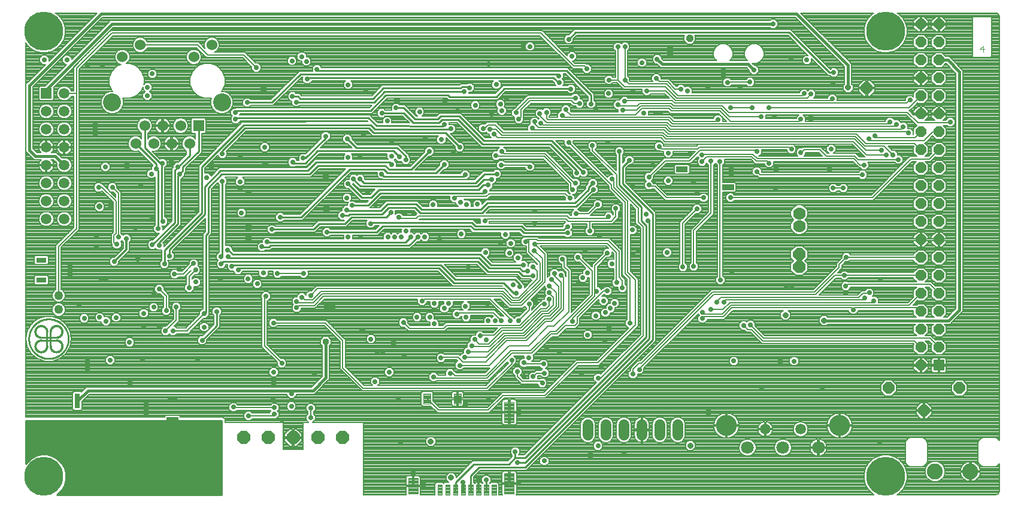
<source format=gbl>
G75*
%MOIN*%
%OFA0B0*%
%FSLAX25Y25*%
%IPPOS*%
%LPD*%
%AMOC8*
5,1,8,0,0,1.08239X$1,22.5*
%
%ADD10C,0.00400*%
%ADD11C,0.01000*%
%ADD12C,0.00100*%
%ADD13OC8,0.06496*%
%ADD14R,0.05906X0.05906*%
%ADD15OC8,0.05906*%
%ADD16C,0.05906*%
%ADD17OC8,0.07087*%
%ADD18C,0.07087*%
%ADD19C,0.11661*%
%ADD20C,0.00413*%
%ADD21C,0.00400*%
%ADD22C,0.00390*%
%ADD23C,0.06000*%
%ADD24R,0.06000X0.06000*%
%ADD25C,0.10000*%
%ADD26C,0.08858*%
%ADD27C,0.05906*%
%ADD28C,0.05000*%
%ADD29C,0.07000*%
%ADD30OC8,0.07000*%
%ADD31C,0.21654*%
%ADD32OC8,0.02781*%
%ADD33R,0.02781X0.02781*%
%ADD34R,0.03175X0.03175*%
%ADD35OC8,0.03175*%
%ADD36C,0.00800*%
%ADD37C,0.01600*%
%ADD38C,0.00600*%
%ADD39OC8,0.03962*%
%ADD40OC8,0.03569*%
%ADD41C,0.01200*%
D10*
X0588749Y0406680D02*
X0591151Y0406680D01*
X0590550Y0404879D02*
X0590550Y0408482D01*
X0588749Y0406680D01*
D11*
X0075292Y0158715D02*
X0074913Y0158496D01*
X0166628Y0158496D01*
X0166628Y0199799D01*
X0057640Y0199799D01*
X0057640Y0175769D01*
X0057859Y0176148D01*
X0060154Y0178443D01*
X0062965Y0180065D01*
X0066100Y0180905D01*
X0069346Y0180905D01*
X0072481Y0180065D01*
X0075292Y0178443D01*
X0077587Y0176148D01*
X0079210Y0173337D01*
X0080050Y0170202D01*
X0080050Y0166956D01*
X0079210Y0163821D01*
X0077587Y0161010D01*
X0075292Y0158715D01*
X0075370Y0158793D02*
X0166628Y0158793D01*
X0166628Y0159792D02*
X0076369Y0159792D01*
X0077367Y0160790D02*
X0166628Y0160790D01*
X0166628Y0161789D02*
X0078037Y0161789D01*
X0078613Y0162787D02*
X0166628Y0162787D01*
X0166628Y0163786D02*
X0079189Y0163786D01*
X0079468Y0164784D02*
X0166628Y0164784D01*
X0166628Y0165783D02*
X0079735Y0165783D01*
X0080003Y0166781D02*
X0166628Y0166781D01*
X0166628Y0167780D02*
X0080050Y0167780D01*
X0080050Y0168778D02*
X0166628Y0168778D01*
X0166628Y0169777D02*
X0080050Y0169777D01*
X0079896Y0170775D02*
X0166628Y0170775D01*
X0166628Y0171774D02*
X0079628Y0171774D01*
X0079361Y0172772D02*
X0166628Y0172772D01*
X0166628Y0173771D02*
X0078959Y0173771D01*
X0078382Y0174769D02*
X0166628Y0174769D01*
X0166628Y0175768D02*
X0077806Y0175768D01*
X0076968Y0176766D02*
X0166628Y0176766D01*
X0166628Y0177765D02*
X0075969Y0177765D01*
X0074736Y0178763D02*
X0166628Y0178763D01*
X0166628Y0179762D02*
X0073007Y0179762D01*
X0069887Y0180761D02*
X0166628Y0180761D01*
X0166628Y0181759D02*
X0057640Y0181759D01*
X0057640Y0180761D02*
X0065559Y0180761D01*
X0062439Y0179762D02*
X0057640Y0179762D01*
X0057640Y0178763D02*
X0060710Y0178763D01*
X0059477Y0177765D02*
X0057640Y0177765D01*
X0057640Y0176766D02*
X0058478Y0176766D01*
X0057640Y0182758D02*
X0166628Y0182758D01*
X0166628Y0183756D02*
X0057640Y0183756D01*
X0057640Y0184755D02*
X0166628Y0184755D01*
X0166628Y0185753D02*
X0057640Y0185753D01*
X0057640Y0186752D02*
X0166628Y0186752D01*
X0166628Y0187750D02*
X0057640Y0187750D01*
X0057640Y0188749D02*
X0166628Y0188749D01*
X0166628Y0189747D02*
X0057640Y0189747D01*
X0057640Y0190746D02*
X0166628Y0190746D01*
X0166628Y0191744D02*
X0057640Y0191744D01*
X0057640Y0192743D02*
X0166628Y0192743D01*
X0166628Y0193741D02*
X0057640Y0193741D01*
X0057640Y0194740D02*
X0166628Y0194740D01*
X0166628Y0195738D02*
X0057640Y0195738D01*
X0057640Y0196737D02*
X0166628Y0196737D01*
X0166628Y0197735D02*
X0057640Y0197735D01*
X0057640Y0198734D02*
X0166628Y0198734D01*
X0166628Y0199732D02*
X0057640Y0199732D01*
X0069422Y0241302D02*
X0069422Y0249176D01*
X0071390Y0249176D02*
X0071390Y0241302D01*
X0059406Y0245239D02*
X0059409Y0245509D01*
X0059419Y0245779D01*
X0059436Y0246048D01*
X0059459Y0246317D01*
X0059489Y0246586D01*
X0059525Y0246853D01*
X0059568Y0247120D01*
X0059617Y0247385D01*
X0059673Y0247649D01*
X0059736Y0247912D01*
X0059804Y0248173D01*
X0059880Y0248432D01*
X0059961Y0248689D01*
X0060049Y0248945D01*
X0060143Y0249198D01*
X0060243Y0249449D01*
X0060350Y0249697D01*
X0060462Y0249942D01*
X0060581Y0250185D01*
X0060705Y0250424D01*
X0060835Y0250661D01*
X0060971Y0250894D01*
X0061113Y0251124D01*
X0061260Y0251350D01*
X0061413Y0251573D01*
X0061571Y0251792D01*
X0061734Y0252007D01*
X0061903Y0252217D01*
X0062077Y0252424D01*
X0062256Y0252626D01*
X0062439Y0252824D01*
X0062628Y0253017D01*
X0062821Y0253206D01*
X0063019Y0253389D01*
X0063221Y0253568D01*
X0063428Y0253742D01*
X0063638Y0253911D01*
X0063853Y0254074D01*
X0064072Y0254232D01*
X0064295Y0254385D01*
X0064521Y0254532D01*
X0064751Y0254674D01*
X0064984Y0254810D01*
X0065221Y0254940D01*
X0065460Y0255064D01*
X0065703Y0255183D01*
X0065948Y0255295D01*
X0066196Y0255402D01*
X0066447Y0255502D01*
X0066700Y0255596D01*
X0066956Y0255684D01*
X0067213Y0255765D01*
X0067472Y0255841D01*
X0067733Y0255909D01*
X0067996Y0255972D01*
X0068260Y0256028D01*
X0068525Y0256077D01*
X0068792Y0256120D01*
X0069059Y0256156D01*
X0069328Y0256186D01*
X0069597Y0256209D01*
X0069866Y0256226D01*
X0070136Y0256236D01*
X0070406Y0256239D01*
X0070676Y0256236D01*
X0070946Y0256226D01*
X0071215Y0256209D01*
X0071484Y0256186D01*
X0071753Y0256156D01*
X0072020Y0256120D01*
X0072287Y0256077D01*
X0072552Y0256028D01*
X0072816Y0255972D01*
X0073079Y0255909D01*
X0073340Y0255841D01*
X0073599Y0255765D01*
X0073856Y0255684D01*
X0074112Y0255596D01*
X0074365Y0255502D01*
X0074616Y0255402D01*
X0074864Y0255295D01*
X0075109Y0255183D01*
X0075352Y0255064D01*
X0075591Y0254940D01*
X0075828Y0254810D01*
X0076061Y0254674D01*
X0076291Y0254532D01*
X0076517Y0254385D01*
X0076740Y0254232D01*
X0076959Y0254074D01*
X0077174Y0253911D01*
X0077384Y0253742D01*
X0077591Y0253568D01*
X0077793Y0253389D01*
X0077991Y0253206D01*
X0078184Y0253017D01*
X0078373Y0252824D01*
X0078556Y0252626D01*
X0078735Y0252424D01*
X0078909Y0252217D01*
X0079078Y0252007D01*
X0079241Y0251792D01*
X0079399Y0251573D01*
X0079552Y0251350D01*
X0079699Y0251124D01*
X0079841Y0250894D01*
X0079977Y0250661D01*
X0080107Y0250424D01*
X0080231Y0250185D01*
X0080350Y0249942D01*
X0080462Y0249697D01*
X0080569Y0249449D01*
X0080669Y0249198D01*
X0080763Y0248945D01*
X0080851Y0248689D01*
X0080932Y0248432D01*
X0081008Y0248173D01*
X0081076Y0247912D01*
X0081139Y0247649D01*
X0081195Y0247385D01*
X0081244Y0247120D01*
X0081287Y0246853D01*
X0081323Y0246586D01*
X0081353Y0246317D01*
X0081376Y0246048D01*
X0081393Y0245779D01*
X0081403Y0245509D01*
X0081406Y0245239D01*
X0081403Y0244969D01*
X0081393Y0244699D01*
X0081376Y0244430D01*
X0081353Y0244161D01*
X0081323Y0243892D01*
X0081287Y0243625D01*
X0081244Y0243358D01*
X0081195Y0243093D01*
X0081139Y0242829D01*
X0081076Y0242566D01*
X0081008Y0242305D01*
X0080932Y0242046D01*
X0080851Y0241789D01*
X0080763Y0241533D01*
X0080669Y0241280D01*
X0080569Y0241029D01*
X0080462Y0240781D01*
X0080350Y0240536D01*
X0080231Y0240293D01*
X0080107Y0240054D01*
X0079977Y0239817D01*
X0079841Y0239584D01*
X0079699Y0239354D01*
X0079552Y0239128D01*
X0079399Y0238905D01*
X0079241Y0238686D01*
X0079078Y0238471D01*
X0078909Y0238261D01*
X0078735Y0238054D01*
X0078556Y0237852D01*
X0078373Y0237654D01*
X0078184Y0237461D01*
X0077991Y0237272D01*
X0077793Y0237089D01*
X0077591Y0236910D01*
X0077384Y0236736D01*
X0077174Y0236567D01*
X0076959Y0236404D01*
X0076740Y0236246D01*
X0076517Y0236093D01*
X0076291Y0235946D01*
X0076061Y0235804D01*
X0075828Y0235668D01*
X0075591Y0235538D01*
X0075352Y0235414D01*
X0075109Y0235295D01*
X0074864Y0235183D01*
X0074616Y0235076D01*
X0074365Y0234976D01*
X0074112Y0234882D01*
X0073856Y0234794D01*
X0073599Y0234713D01*
X0073340Y0234637D01*
X0073079Y0234569D01*
X0072816Y0234506D01*
X0072552Y0234450D01*
X0072287Y0234401D01*
X0072020Y0234358D01*
X0071753Y0234322D01*
X0071484Y0234292D01*
X0071215Y0234269D01*
X0070946Y0234252D01*
X0070676Y0234242D01*
X0070406Y0234239D01*
X0070136Y0234242D01*
X0069866Y0234252D01*
X0069597Y0234269D01*
X0069328Y0234292D01*
X0069059Y0234322D01*
X0068792Y0234358D01*
X0068525Y0234401D01*
X0068260Y0234450D01*
X0067996Y0234506D01*
X0067733Y0234569D01*
X0067472Y0234637D01*
X0067213Y0234713D01*
X0066956Y0234794D01*
X0066700Y0234882D01*
X0066447Y0234976D01*
X0066196Y0235076D01*
X0065948Y0235183D01*
X0065703Y0235295D01*
X0065460Y0235414D01*
X0065221Y0235538D01*
X0064984Y0235668D01*
X0064751Y0235804D01*
X0064521Y0235946D01*
X0064295Y0236093D01*
X0064072Y0236246D01*
X0063853Y0236404D01*
X0063638Y0236567D01*
X0063428Y0236736D01*
X0063221Y0236910D01*
X0063019Y0237089D01*
X0062821Y0237272D01*
X0062628Y0237461D01*
X0062439Y0237654D01*
X0062256Y0237852D01*
X0062077Y0238054D01*
X0061903Y0238261D01*
X0061734Y0238471D01*
X0061571Y0238686D01*
X0061413Y0238905D01*
X0061260Y0239128D01*
X0061113Y0239354D01*
X0060971Y0239584D01*
X0060835Y0239817D01*
X0060705Y0240054D01*
X0060581Y0240293D01*
X0060462Y0240536D01*
X0060350Y0240781D01*
X0060243Y0241029D01*
X0060143Y0241280D01*
X0060049Y0241533D01*
X0059961Y0241789D01*
X0059880Y0242046D01*
X0059804Y0242305D01*
X0059736Y0242566D01*
X0059673Y0242829D01*
X0059617Y0243093D01*
X0059568Y0243358D01*
X0059525Y0243625D01*
X0059489Y0243892D01*
X0059459Y0244161D01*
X0059436Y0244430D01*
X0059419Y0244699D01*
X0059409Y0244969D01*
X0059406Y0245239D01*
X0066272Y0246026D02*
X0074540Y0246026D01*
X0074540Y0244451D02*
X0066272Y0244451D01*
X0134878Y0286999D02*
X0134878Y0294749D01*
X0155578Y0315449D01*
X0155578Y0341099D01*
X0178928Y0364449D01*
X0249528Y0364499D01*
X0252078Y0361949D01*
X0293928Y0361899D01*
X0294278Y0362249D01*
X0291228Y0359999D02*
X0251328Y0359999D01*
X0248728Y0362599D01*
X0179728Y0362549D01*
X0167078Y0349899D01*
X0167078Y0348249D01*
X0166128Y0338849D02*
X0157378Y0330099D01*
X0157378Y0314699D01*
X0137778Y0295099D01*
X0137778Y0291499D01*
X0131928Y0297199D02*
X0131928Y0298999D01*
X0142328Y0309399D01*
X0142328Y0336099D01*
X0143310Y0337081D01*
X0145078Y0338849D01*
X0145078Y0341099D01*
X0153819Y0349839D01*
X0153819Y0363982D01*
X0148819Y0353982D02*
X0148819Y0347439D01*
X0142378Y0340999D01*
X0140528Y0339149D01*
X0140528Y0310149D01*
X0128078Y0297699D01*
X0131328Y0306599D02*
X0131328Y0338799D01*
X0130178Y0339949D01*
X0130178Y0342649D01*
X0118846Y0353982D01*
X0118819Y0353982D01*
X0123828Y0351599D02*
X0123828Y0363972D01*
X0123819Y0363982D01*
X0123828Y0351599D02*
X0133178Y0342249D01*
X0133178Y0342649D01*
X0133678Y0343149D01*
X0133178Y0342249D02*
X0133178Y0311599D01*
X0134078Y0310699D01*
X0157878Y0302899D02*
X0159228Y0304249D01*
X0159228Y0329399D01*
X0166778Y0336949D01*
X0215578Y0336949D01*
X0220278Y0341649D01*
X0257778Y0341649D01*
X0259828Y0339599D01*
X0272278Y0339599D01*
X0282328Y0349649D01*
X0290728Y0342349D02*
X0286078Y0337699D01*
X0259028Y0337699D01*
X0256978Y0339749D01*
X0237828Y0339749D01*
X0211078Y0312999D01*
X0199228Y0312999D01*
X0194728Y0306249D02*
X0217878Y0306249D01*
X0221078Y0309449D01*
X0235428Y0309449D01*
X0238878Y0312899D01*
X0258178Y0312899D01*
X0260878Y0315599D01*
X0259678Y0318399D02*
X0274228Y0318399D01*
X0277228Y0315399D01*
X0311678Y0315399D01*
X0315278Y0318999D01*
X0364128Y0318999D01*
X0373578Y0328449D01*
X0370878Y0328349D02*
X0370878Y0329599D01*
X0373328Y0332049D01*
X0370878Y0328349D02*
X0363378Y0320849D01*
X0314578Y0320849D01*
X0311028Y0317299D01*
X0278028Y0317299D01*
X0275028Y0320299D01*
X0258878Y0320299D01*
X0255278Y0316699D01*
X0236728Y0316699D01*
X0236378Y0317049D01*
X0238078Y0314799D02*
X0256078Y0314799D01*
X0259678Y0318399D01*
X0249878Y0323949D02*
X0244728Y0323949D01*
X0237128Y0331549D01*
X0240128Y0334049D02*
X0240128Y0334349D01*
X0240128Y0334049D02*
X0243928Y0330249D01*
X0308878Y0330249D01*
X0312728Y0334099D01*
X0317078Y0334099D01*
X0315128Y0330899D02*
X0312228Y0330899D01*
X0309678Y0328349D01*
X0254278Y0328349D01*
X0249878Y0323949D01*
X0248178Y0319549D02*
X0239378Y0319549D01*
X0238078Y0314799D02*
X0237328Y0314049D01*
X0233978Y0314049D01*
X0225278Y0304749D02*
X0252978Y0304749D01*
X0256378Y0308149D01*
X0305228Y0308149D01*
X0307178Y0306199D01*
X0333028Y0306199D01*
X0335028Y0304199D01*
X0359278Y0304199D01*
X0357078Y0306049D02*
X0358828Y0307799D01*
X0359278Y0307799D01*
X0357078Y0306049D02*
X0335778Y0306049D01*
X0333728Y0308099D01*
X0307978Y0308099D01*
X0306028Y0310049D01*
X0250328Y0310049D01*
X0249732Y0309453D01*
X0248178Y0319549D02*
X0255078Y0326449D01*
X0312228Y0326449D01*
X0313278Y0327499D01*
X0308028Y0332149D02*
X0246028Y0332149D01*
X0243778Y0334399D01*
X0255778Y0336949D02*
X0256928Y0335799D01*
X0301328Y0335799D01*
X0302228Y0336699D01*
X0308028Y0332149D02*
X0312978Y0337099D01*
X0319878Y0337099D01*
X0311928Y0353749D02*
X0298228Y0367449D01*
X0289478Y0367449D01*
X0287728Y0365699D01*
X0273428Y0365699D01*
X0268078Y0371049D01*
X0255828Y0371049D01*
X0249628Y0372399D02*
X0175428Y0372399D01*
X0174278Y0371249D01*
X0175228Y0368299D02*
X0174478Y0367549D01*
X0175228Y0368299D02*
X0248378Y0368349D01*
X0252878Y0363849D01*
X0289778Y0363799D01*
X0290628Y0364649D01*
X0291228Y0359999D02*
X0299178Y0352049D01*
X0311928Y0353749D02*
X0349628Y0353749D01*
X0364478Y0338899D01*
X0364478Y0337599D01*
X0368078Y0337849D02*
X0350278Y0355649D01*
X0312578Y0355649D01*
X0301028Y0367199D01*
X0301028Y0367249D01*
X0298928Y0369349D01*
X0288678Y0369349D01*
X0286928Y0367599D01*
X0274228Y0367599D01*
X0267978Y0373849D01*
X0263778Y0373849D01*
X0258128Y0380899D02*
X0249628Y0372399D01*
X0251678Y0377149D02*
X0208378Y0377149D01*
X0210428Y0379049D02*
X0209178Y0380299D01*
X0206128Y0380299D01*
X0210428Y0379049D02*
X0250878Y0379049D01*
X0256728Y0384899D01*
X0299678Y0384899D01*
X0300528Y0385749D01*
X0304178Y0385749D01*
X0304778Y0385149D01*
X0301678Y0382949D02*
X0257478Y0382949D01*
X0251678Y0377149D01*
X0258128Y0380899D02*
X0292728Y0380899D01*
X0292978Y0380649D01*
X0293028Y0380649D01*
X0293528Y0380149D01*
X0319528Y0380149D01*
X0323928Y0384549D01*
X0360978Y0384549D01*
X0361078Y0384449D01*
X0354678Y0387949D02*
X0354228Y0387949D01*
X0351478Y0390699D01*
X0215228Y0390699D01*
X0214378Y0389849D01*
X0210528Y0392699D02*
X0194728Y0376899D01*
X0181028Y0376899D01*
X0210528Y0392699D02*
X0353428Y0392699D01*
X0354428Y0391699D01*
X0358528Y0394599D02*
X0372278Y0380849D01*
X0372278Y0376149D01*
X0358528Y0394599D02*
X0220628Y0394599D01*
X0219778Y0395449D01*
X0224678Y0358149D02*
X0224678Y0357149D01*
X0213378Y0345849D01*
X0212078Y0345849D01*
X0213328Y0343099D02*
X0206725Y0343099D01*
X0206177Y0343648D01*
X0213328Y0343099D02*
X0220128Y0349899D01*
X0262428Y0349899D01*
X0265628Y0346699D01*
X0269178Y0346999D02*
X0264428Y0351749D01*
X0241628Y0351749D01*
X0236628Y0356749D01*
X0219428Y0343549D02*
X0214728Y0338849D01*
X0166128Y0338849D01*
X0167128Y0333099D02*
X0167128Y0291699D01*
X0166378Y0290949D01*
X0167778Y0288399D02*
X0166428Y0287049D01*
X0167778Y0288399D02*
X0309228Y0288399D01*
X0314928Y0282699D01*
X0331878Y0282699D01*
X0334328Y0280249D01*
X0339728Y0280249D01*
X0336878Y0283149D02*
X0334028Y0283149D01*
X0332628Y0284549D01*
X0315678Y0284549D01*
X0309928Y0290299D01*
X0171028Y0290299D01*
X0170228Y0291099D01*
X0173028Y0292199D02*
X0170428Y0294799D01*
X0169978Y0294799D01*
X0173028Y0292199D02*
X0310778Y0292199D01*
X0316628Y0286349D01*
X0334628Y0286349D01*
X0330028Y0278349D02*
X0332628Y0275749D01*
X0332628Y0274199D01*
X0330778Y0270699D02*
X0329428Y0270699D01*
X0323678Y0276449D01*
X0295928Y0276449D01*
X0287778Y0284599D01*
X0176728Y0284599D01*
X0175878Y0283749D01*
X0173278Y0286499D02*
X0172478Y0285699D01*
X0173278Y0286499D02*
X0288578Y0286499D01*
X0296728Y0278349D01*
X0330028Y0278349D01*
X0275828Y0301999D02*
X0271078Y0297249D01*
X0193878Y0297249D01*
X0192928Y0296299D01*
X0189328Y0296299D01*
X0189078Y0296549D01*
X0191928Y0299249D02*
X0192028Y0299149D01*
X0268978Y0299149D01*
X0271828Y0301999D01*
X0261378Y0342399D02*
X0260228Y0343549D01*
X0219428Y0343549D01*
X0269178Y0344999D02*
X0269178Y0346999D01*
X0359828Y0412099D02*
X0363628Y0415899D01*
X0482778Y0415899D01*
X0505078Y0393599D01*
X0507428Y0393599D01*
X0406578Y0314999D02*
X0406578Y0244699D01*
X0335528Y0173649D01*
X0309828Y0173649D01*
X0305321Y0169142D01*
X0305321Y0161098D01*
X0309652Y0161098D02*
X0309652Y0166423D01*
X0309678Y0166449D01*
X0313928Y0166599D02*
X0313928Y0162334D01*
X0313983Y0161098D01*
X0307078Y0175499D02*
X0296978Y0165399D01*
X0296978Y0161417D01*
X0296660Y0161098D01*
X0307078Y0175499D02*
X0326578Y0175499D01*
X0330128Y0179049D01*
X0330128Y0182449D01*
X0330128Y0179049D02*
X0335728Y0179049D01*
X0402928Y0246249D01*
X0402928Y0308249D01*
X0400228Y0310949D01*
X0400228Y0318799D01*
X0388128Y0330899D01*
X0388128Y0349649D01*
X0393728Y0344799D02*
X0389928Y0340999D01*
X0389928Y0331649D01*
X0406578Y0314999D01*
X0403878Y0311149D02*
X0404728Y0310299D01*
X0404728Y0245449D01*
X0335628Y0176349D01*
X0331228Y0176349D01*
X0273235Y0170106D02*
X0273235Y0163303D01*
X0273228Y0170099D02*
X0273235Y0170106D01*
X0164028Y0252649D02*
X0164028Y0260449D01*
X0157878Y0260149D02*
X0157878Y0302899D01*
X0157878Y0260149D02*
X0157028Y0259299D01*
X0164028Y0252649D02*
X0155828Y0244449D01*
D12*
X0070939Y0241265D02*
X0071839Y0241237D01*
X0071838Y0241238D02*
X0071839Y0241133D01*
X0071844Y0241027D01*
X0071852Y0240922D01*
X0071865Y0240818D01*
X0071881Y0240714D01*
X0071901Y0240611D01*
X0071926Y0240508D01*
X0071954Y0240407D01*
X0071985Y0240306D01*
X0072021Y0240207D01*
X0072060Y0240110D01*
X0072103Y0240014D01*
X0072150Y0239919D01*
X0072200Y0239827D01*
X0072253Y0239736D01*
X0072310Y0239647D01*
X0072370Y0239561D01*
X0072433Y0239477D01*
X0072500Y0239395D01*
X0072569Y0239316D01*
X0072642Y0239240D01*
X0072717Y0239166D01*
X0072795Y0239095D01*
X0072875Y0239027D01*
X0072958Y0238963D01*
X0073044Y0238901D01*
X0073132Y0238843D01*
X0073221Y0238788D01*
X0073313Y0238736D01*
X0073407Y0238688D01*
X0073502Y0238644D01*
X0073599Y0238603D01*
X0073698Y0238566D01*
X0073797Y0238532D01*
X0073898Y0238502D01*
X0074000Y0238477D01*
X0074103Y0238455D01*
X0074207Y0238436D01*
X0074311Y0238422D01*
X0074416Y0238412D01*
X0074521Y0238405D01*
X0074626Y0238403D01*
X0074732Y0238405D01*
X0074837Y0238410D01*
X0074942Y0238420D01*
X0075046Y0238433D01*
X0075150Y0238450D01*
X0075253Y0238471D01*
X0075355Y0238496D01*
X0075456Y0238525D01*
X0075557Y0238558D01*
X0075655Y0238594D01*
X0075753Y0238634D01*
X0075848Y0238678D01*
X0075942Y0238725D01*
X0076035Y0238776D01*
X0076125Y0238830D01*
X0076213Y0238888D01*
X0076299Y0238949D01*
X0076382Y0239013D01*
X0076464Y0239080D01*
X0076542Y0239150D01*
X0076618Y0239223D01*
X0076691Y0239299D01*
X0076761Y0239377D01*
X0076828Y0239459D01*
X0076892Y0239542D01*
X0076953Y0239628D01*
X0077011Y0239716D01*
X0077065Y0239806D01*
X0077116Y0239899D01*
X0077163Y0239993D01*
X0077207Y0240088D01*
X0077247Y0240186D01*
X0077283Y0240284D01*
X0077316Y0240385D01*
X0077345Y0240486D01*
X0077370Y0240588D01*
X0077391Y0240691D01*
X0077408Y0240795D01*
X0077421Y0240899D01*
X0077431Y0241004D01*
X0077436Y0241109D01*
X0077438Y0241215D01*
X0077436Y0241320D01*
X0077429Y0241425D01*
X0077419Y0241530D01*
X0077405Y0241634D01*
X0077386Y0241738D01*
X0077364Y0241841D01*
X0077339Y0241943D01*
X0077309Y0242044D01*
X0077275Y0242143D01*
X0077238Y0242242D01*
X0077197Y0242339D01*
X0077153Y0242434D01*
X0077105Y0242528D01*
X0077053Y0242620D01*
X0076998Y0242709D01*
X0076940Y0242797D01*
X0076878Y0242883D01*
X0076814Y0242966D01*
X0076746Y0243046D01*
X0076675Y0243124D01*
X0076601Y0243199D01*
X0076525Y0243272D01*
X0076446Y0243341D01*
X0076364Y0243408D01*
X0076280Y0243471D01*
X0076194Y0243531D01*
X0076105Y0243588D01*
X0076014Y0243641D01*
X0075922Y0243691D01*
X0075827Y0243738D01*
X0075731Y0243781D01*
X0075634Y0243820D01*
X0075535Y0243856D01*
X0075434Y0243887D01*
X0075333Y0243915D01*
X0075230Y0243940D01*
X0075127Y0243960D01*
X0075023Y0243976D01*
X0074919Y0243989D01*
X0074814Y0243997D01*
X0074708Y0244002D01*
X0074603Y0244003D01*
X0074576Y0244902D01*
X0074696Y0244903D01*
X0074816Y0244899D01*
X0074936Y0244891D01*
X0075056Y0244879D01*
X0075175Y0244864D01*
X0075294Y0244844D01*
X0075412Y0244821D01*
X0075529Y0244794D01*
X0075646Y0244763D01*
X0075761Y0244729D01*
X0075875Y0244690D01*
X0075987Y0244648D01*
X0076099Y0244603D01*
X0076208Y0244553D01*
X0076316Y0244500D01*
X0076423Y0244444D01*
X0076527Y0244384D01*
X0076629Y0244321D01*
X0076730Y0244255D01*
X0076828Y0244185D01*
X0076924Y0244113D01*
X0077017Y0244037D01*
X0077108Y0243958D01*
X0077196Y0243876D01*
X0077282Y0243792D01*
X0077364Y0243704D01*
X0077444Y0243615D01*
X0077521Y0243522D01*
X0077595Y0243427D01*
X0077666Y0243330D01*
X0077733Y0243230D01*
X0077797Y0243129D01*
X0077858Y0243025D01*
X0077916Y0242919D01*
X0077970Y0242812D01*
X0078020Y0242703D01*
X0078067Y0242592D01*
X0078111Y0242480D01*
X0078150Y0242366D01*
X0078186Y0242251D01*
X0078219Y0242136D01*
X0078247Y0242019D01*
X0078272Y0241901D01*
X0078292Y0241783D01*
X0078309Y0241663D01*
X0078322Y0241544D01*
X0078331Y0241424D01*
X0078337Y0241304D01*
X0078338Y0241184D01*
X0078335Y0241063D01*
X0078329Y0240943D01*
X0078318Y0240823D01*
X0078304Y0240704D01*
X0078286Y0240585D01*
X0078264Y0240467D01*
X0078238Y0240349D01*
X0078209Y0240233D01*
X0078175Y0240117D01*
X0078138Y0240003D01*
X0078097Y0239890D01*
X0078053Y0239778D01*
X0078005Y0239668D01*
X0077953Y0239559D01*
X0077898Y0239452D01*
X0077839Y0239347D01*
X0077777Y0239244D01*
X0077712Y0239143D01*
X0077643Y0239045D01*
X0077571Y0238948D01*
X0077497Y0238854D01*
X0077419Y0238762D01*
X0077338Y0238673D01*
X0077254Y0238587D01*
X0077168Y0238503D01*
X0077079Y0238422D01*
X0076987Y0238344D01*
X0076893Y0238270D01*
X0076796Y0238198D01*
X0076698Y0238129D01*
X0076597Y0238064D01*
X0076494Y0238002D01*
X0076389Y0237943D01*
X0076282Y0237888D01*
X0076173Y0237836D01*
X0076063Y0237788D01*
X0075951Y0237744D01*
X0075838Y0237703D01*
X0075724Y0237666D01*
X0075608Y0237632D01*
X0075492Y0237603D01*
X0075374Y0237577D01*
X0075256Y0237555D01*
X0075137Y0237537D01*
X0075018Y0237523D01*
X0074898Y0237512D01*
X0074778Y0237506D01*
X0074657Y0237503D01*
X0074537Y0237504D01*
X0074417Y0237510D01*
X0074297Y0237519D01*
X0074178Y0237532D01*
X0074058Y0237549D01*
X0073940Y0237569D01*
X0073822Y0237594D01*
X0073705Y0237622D01*
X0073590Y0237655D01*
X0073475Y0237691D01*
X0073361Y0237730D01*
X0073249Y0237774D01*
X0073138Y0237821D01*
X0073029Y0237871D01*
X0072922Y0237925D01*
X0072816Y0237983D01*
X0072712Y0238044D01*
X0072611Y0238108D01*
X0072511Y0238175D01*
X0072414Y0238246D01*
X0072319Y0238320D01*
X0072226Y0238397D01*
X0072137Y0238477D01*
X0072049Y0238559D01*
X0071965Y0238645D01*
X0071883Y0238733D01*
X0071804Y0238824D01*
X0071728Y0238917D01*
X0071656Y0239013D01*
X0071586Y0239111D01*
X0071520Y0239212D01*
X0071457Y0239314D01*
X0071397Y0239418D01*
X0071341Y0239525D01*
X0071288Y0239633D01*
X0071238Y0239742D01*
X0071193Y0239854D01*
X0071151Y0239966D01*
X0071112Y0240080D01*
X0071078Y0240195D01*
X0071047Y0240312D01*
X0071020Y0240429D01*
X0070997Y0240547D01*
X0070977Y0240666D01*
X0070962Y0240785D01*
X0070950Y0240905D01*
X0070942Y0241025D01*
X0070938Y0241145D01*
X0070939Y0241265D01*
X0071032Y0241262D01*
X0071033Y0241143D01*
X0071036Y0241023D01*
X0071044Y0240904D01*
X0071056Y0240785D01*
X0071072Y0240666D01*
X0071092Y0240548D01*
X0071116Y0240431D01*
X0071143Y0240314D01*
X0071175Y0240199D01*
X0071210Y0240084D01*
X0071249Y0239971D01*
X0071292Y0239860D01*
X0071338Y0239749D01*
X0071388Y0239641D01*
X0071442Y0239534D01*
X0071499Y0239428D01*
X0071559Y0239325D01*
X0071623Y0239224D01*
X0071691Y0239125D01*
X0071761Y0239029D01*
X0071835Y0238934D01*
X0071912Y0238843D01*
X0071992Y0238753D01*
X0072074Y0238667D01*
X0072160Y0238583D01*
X0072248Y0238503D01*
X0072339Y0238425D01*
X0072433Y0238350D01*
X0072528Y0238278D01*
X0072627Y0238210D01*
X0072727Y0238145D01*
X0072830Y0238083D01*
X0072934Y0238025D01*
X0073040Y0237970D01*
X0073149Y0237919D01*
X0073258Y0237871D01*
X0073370Y0237827D01*
X0073482Y0237787D01*
X0073596Y0237751D01*
X0073711Y0237718D01*
X0073828Y0237689D01*
X0073945Y0237664D01*
X0074062Y0237643D01*
X0074181Y0237626D01*
X0074300Y0237613D01*
X0074419Y0237604D01*
X0074538Y0237598D01*
X0074658Y0237597D01*
X0074778Y0237600D01*
X0074897Y0237606D01*
X0075016Y0237617D01*
X0075135Y0237631D01*
X0075253Y0237650D01*
X0075371Y0237672D01*
X0075488Y0237699D01*
X0075603Y0237729D01*
X0075718Y0237763D01*
X0075832Y0237800D01*
X0075944Y0237842D01*
X0076055Y0237887D01*
X0076164Y0237936D01*
X0076272Y0237988D01*
X0076377Y0238044D01*
X0076481Y0238104D01*
X0076583Y0238167D01*
X0076683Y0238233D01*
X0076780Y0238302D01*
X0076875Y0238375D01*
X0076968Y0238451D01*
X0077058Y0238529D01*
X0077145Y0238611D01*
X0077230Y0238696D01*
X0077312Y0238783D01*
X0077390Y0238873D01*
X0077466Y0238966D01*
X0077539Y0239061D01*
X0077608Y0239158D01*
X0077674Y0239258D01*
X0077737Y0239360D01*
X0077797Y0239464D01*
X0077853Y0239569D01*
X0077905Y0239677D01*
X0077954Y0239786D01*
X0077999Y0239897D01*
X0078041Y0240009D01*
X0078078Y0240123D01*
X0078112Y0240238D01*
X0078142Y0240353D01*
X0078169Y0240470D01*
X0078191Y0240588D01*
X0078210Y0240706D01*
X0078224Y0240825D01*
X0078235Y0240944D01*
X0078241Y0241063D01*
X0078244Y0241183D01*
X0078243Y0241303D01*
X0078237Y0241422D01*
X0078228Y0241541D01*
X0078215Y0241660D01*
X0078198Y0241779D01*
X0078177Y0241896D01*
X0078152Y0242013D01*
X0078123Y0242130D01*
X0078090Y0242245D01*
X0078054Y0242359D01*
X0078014Y0242471D01*
X0077970Y0242583D01*
X0077922Y0242692D01*
X0077871Y0242801D01*
X0077816Y0242907D01*
X0077758Y0243011D01*
X0077696Y0243114D01*
X0077631Y0243214D01*
X0077563Y0243313D01*
X0077491Y0243408D01*
X0077416Y0243502D01*
X0077338Y0243593D01*
X0077258Y0243681D01*
X0077174Y0243767D01*
X0077088Y0243849D01*
X0076998Y0243929D01*
X0076907Y0244006D01*
X0076812Y0244080D01*
X0076716Y0244150D01*
X0076617Y0244218D01*
X0076516Y0244282D01*
X0076413Y0244342D01*
X0076307Y0244399D01*
X0076200Y0244453D01*
X0076092Y0244503D01*
X0075981Y0244549D01*
X0075870Y0244592D01*
X0075757Y0244631D01*
X0075642Y0244666D01*
X0075527Y0244698D01*
X0075410Y0244725D01*
X0075293Y0244749D01*
X0075175Y0244769D01*
X0075056Y0244785D01*
X0074937Y0244797D01*
X0074818Y0244805D01*
X0074698Y0244808D01*
X0074579Y0244809D01*
X0074582Y0244715D01*
X0074699Y0244714D01*
X0074816Y0244710D01*
X0074933Y0244703D01*
X0075050Y0244691D01*
X0075166Y0244675D01*
X0075282Y0244655D01*
X0075397Y0244632D01*
X0075511Y0244605D01*
X0075624Y0244574D01*
X0075736Y0244539D01*
X0075847Y0244500D01*
X0075957Y0244458D01*
X0076065Y0244412D01*
X0076171Y0244363D01*
X0076276Y0244310D01*
X0076379Y0244253D01*
X0076480Y0244193D01*
X0076578Y0244130D01*
X0076675Y0244064D01*
X0076770Y0243994D01*
X0076862Y0243921D01*
X0076951Y0243846D01*
X0077038Y0243767D01*
X0077122Y0243685D01*
X0077204Y0243601D01*
X0077283Y0243514D01*
X0077358Y0243424D01*
X0077431Y0243332D01*
X0077501Y0243238D01*
X0077567Y0243141D01*
X0077630Y0243042D01*
X0077690Y0242941D01*
X0077746Y0242838D01*
X0077799Y0242733D01*
X0077848Y0242627D01*
X0077894Y0242519D01*
X0077936Y0242409D01*
X0077975Y0242298D01*
X0078010Y0242186D01*
X0078040Y0242073D01*
X0078068Y0241959D01*
X0078091Y0241844D01*
X0078110Y0241728D01*
X0078126Y0241612D01*
X0078138Y0241495D01*
X0078146Y0241378D01*
X0078150Y0241261D01*
X0078149Y0241144D01*
X0078146Y0241026D01*
X0078138Y0240909D01*
X0078126Y0240792D01*
X0078110Y0240676D01*
X0078091Y0240560D01*
X0078067Y0240446D01*
X0078040Y0240331D01*
X0078009Y0240218D01*
X0077974Y0240106D01*
X0077936Y0239995D01*
X0077894Y0239886D01*
X0077848Y0239778D01*
X0077798Y0239671D01*
X0077745Y0239567D01*
X0077689Y0239464D01*
X0077629Y0239363D01*
X0077566Y0239264D01*
X0077500Y0239167D01*
X0077430Y0239073D01*
X0077357Y0238981D01*
X0077282Y0238891D01*
X0077203Y0238804D01*
X0077121Y0238720D01*
X0077037Y0238638D01*
X0076950Y0238559D01*
X0076860Y0238484D01*
X0076768Y0238411D01*
X0076674Y0238341D01*
X0076577Y0238275D01*
X0076478Y0238212D01*
X0076377Y0238152D01*
X0076274Y0238096D01*
X0076170Y0238043D01*
X0076063Y0237993D01*
X0075955Y0237947D01*
X0075846Y0237905D01*
X0075735Y0237867D01*
X0075623Y0237832D01*
X0075510Y0237801D01*
X0075395Y0237774D01*
X0075281Y0237750D01*
X0075165Y0237731D01*
X0075049Y0237715D01*
X0074932Y0237703D01*
X0074815Y0237695D01*
X0074697Y0237692D01*
X0074580Y0237691D01*
X0074463Y0237695D01*
X0074346Y0237703D01*
X0074229Y0237715D01*
X0074113Y0237731D01*
X0073997Y0237750D01*
X0073882Y0237773D01*
X0073768Y0237801D01*
X0073655Y0237831D01*
X0073543Y0237866D01*
X0073432Y0237905D01*
X0073322Y0237947D01*
X0073214Y0237993D01*
X0073108Y0238042D01*
X0073003Y0238095D01*
X0072900Y0238151D01*
X0072799Y0238211D01*
X0072700Y0238274D01*
X0072603Y0238340D01*
X0072509Y0238410D01*
X0072417Y0238483D01*
X0072327Y0238558D01*
X0072240Y0238637D01*
X0072156Y0238719D01*
X0072074Y0238803D01*
X0071995Y0238890D01*
X0071920Y0238979D01*
X0071847Y0239071D01*
X0071777Y0239166D01*
X0071711Y0239263D01*
X0071648Y0239361D01*
X0071588Y0239462D01*
X0071531Y0239565D01*
X0071478Y0239670D01*
X0071429Y0239776D01*
X0071383Y0239884D01*
X0071341Y0239994D01*
X0071302Y0240105D01*
X0071267Y0240217D01*
X0071236Y0240330D01*
X0071209Y0240444D01*
X0071186Y0240559D01*
X0071166Y0240675D01*
X0071150Y0240791D01*
X0071138Y0240908D01*
X0071131Y0241025D01*
X0071127Y0241142D01*
X0071126Y0241259D01*
X0071220Y0241257D01*
X0071221Y0241140D01*
X0071225Y0241023D01*
X0071233Y0240907D01*
X0071245Y0240791D01*
X0071261Y0240675D01*
X0071281Y0240560D01*
X0071305Y0240446D01*
X0071333Y0240333D01*
X0071364Y0240221D01*
X0071400Y0240110D01*
X0071439Y0240000D01*
X0071482Y0239891D01*
X0071528Y0239784D01*
X0071579Y0239679D01*
X0071632Y0239576D01*
X0071690Y0239474D01*
X0071750Y0239374D01*
X0071814Y0239277D01*
X0071882Y0239182D01*
X0071952Y0239089D01*
X0072026Y0238998D01*
X0072103Y0238911D01*
X0072182Y0238825D01*
X0072265Y0238743D01*
X0072350Y0238663D01*
X0072438Y0238587D01*
X0072529Y0238513D01*
X0072622Y0238443D01*
X0072717Y0238376D01*
X0072815Y0238312D01*
X0072914Y0238251D01*
X0073016Y0238194D01*
X0073120Y0238141D01*
X0073225Y0238091D01*
X0073332Y0238044D01*
X0073441Y0238002D01*
X0073551Y0237963D01*
X0073662Y0237927D01*
X0073774Y0237896D01*
X0073888Y0237868D01*
X0074002Y0237845D01*
X0074117Y0237825D01*
X0074232Y0237809D01*
X0074348Y0237797D01*
X0074465Y0237789D01*
X0074581Y0237785D01*
X0074698Y0237786D01*
X0074814Y0237790D01*
X0074931Y0237798D01*
X0075047Y0237810D01*
X0075162Y0237825D01*
X0075277Y0237845D01*
X0075392Y0237869D01*
X0075505Y0237897D01*
X0075617Y0237928D01*
X0075728Y0237964D01*
X0075838Y0238003D01*
X0075947Y0238045D01*
X0076054Y0238092D01*
X0076159Y0238142D01*
X0076263Y0238196D01*
X0076364Y0238253D01*
X0076464Y0238314D01*
X0076561Y0238378D01*
X0076657Y0238445D01*
X0076750Y0238515D01*
X0076840Y0238589D01*
X0076928Y0238666D01*
X0077013Y0238745D01*
X0077096Y0238828D01*
X0077175Y0238913D01*
X0077252Y0239001D01*
X0077326Y0239091D01*
X0077396Y0239184D01*
X0077463Y0239280D01*
X0077527Y0239377D01*
X0077588Y0239477D01*
X0077645Y0239578D01*
X0077699Y0239682D01*
X0077749Y0239787D01*
X0077796Y0239894D01*
X0077838Y0240003D01*
X0077877Y0240113D01*
X0077913Y0240224D01*
X0077944Y0240336D01*
X0077972Y0240449D01*
X0077996Y0240564D01*
X0078016Y0240679D01*
X0078031Y0240794D01*
X0078043Y0240910D01*
X0078051Y0241027D01*
X0078055Y0241143D01*
X0078056Y0241260D01*
X0078052Y0241376D01*
X0078044Y0241493D01*
X0078032Y0241609D01*
X0078016Y0241724D01*
X0077996Y0241839D01*
X0077973Y0241953D01*
X0077945Y0242067D01*
X0077914Y0242179D01*
X0077878Y0242290D01*
X0077839Y0242400D01*
X0077797Y0242509D01*
X0077750Y0242616D01*
X0077700Y0242721D01*
X0077647Y0242825D01*
X0077590Y0242927D01*
X0077529Y0243026D01*
X0077465Y0243124D01*
X0077398Y0243219D01*
X0077328Y0243312D01*
X0077254Y0243403D01*
X0077178Y0243491D01*
X0077098Y0243576D01*
X0077016Y0243659D01*
X0076930Y0243738D01*
X0076843Y0243815D01*
X0076752Y0243889D01*
X0076659Y0243959D01*
X0076564Y0244027D01*
X0076467Y0244091D01*
X0076367Y0244151D01*
X0076265Y0244209D01*
X0076162Y0244262D01*
X0076057Y0244313D01*
X0075950Y0244359D01*
X0075841Y0244402D01*
X0075731Y0244441D01*
X0075620Y0244477D01*
X0075508Y0244508D01*
X0075395Y0244536D01*
X0075281Y0244560D01*
X0075166Y0244580D01*
X0075050Y0244596D01*
X0074934Y0244608D01*
X0074818Y0244616D01*
X0074701Y0244620D01*
X0074584Y0244621D01*
X0074587Y0244527D01*
X0074702Y0244526D01*
X0074816Y0244522D01*
X0074930Y0244514D01*
X0075043Y0244502D01*
X0075156Y0244486D01*
X0075269Y0244467D01*
X0075381Y0244443D01*
X0075492Y0244416D01*
X0075601Y0244384D01*
X0075710Y0244349D01*
X0075818Y0244311D01*
X0075924Y0244268D01*
X0076028Y0244222D01*
X0076131Y0244173D01*
X0076232Y0244120D01*
X0076332Y0244063D01*
X0076429Y0244003D01*
X0076524Y0243940D01*
X0076617Y0243874D01*
X0076708Y0243804D01*
X0076796Y0243731D01*
X0076881Y0243656D01*
X0076964Y0243577D01*
X0077045Y0243496D01*
X0077122Y0243412D01*
X0077196Y0243325D01*
X0077268Y0243236D01*
X0077336Y0243144D01*
X0077401Y0243051D01*
X0077463Y0242955D01*
X0077522Y0242856D01*
X0077577Y0242756D01*
X0077628Y0242654D01*
X0077676Y0242551D01*
X0077721Y0242446D01*
X0077762Y0242339D01*
X0077799Y0242231D01*
X0077833Y0242122D01*
X0077862Y0242011D01*
X0077888Y0241900D01*
X0077910Y0241788D01*
X0077928Y0241675D01*
X0077943Y0241562D01*
X0077953Y0241448D01*
X0077959Y0241334D01*
X0077962Y0241220D01*
X0077961Y0241106D01*
X0077955Y0240992D01*
X0077946Y0240878D01*
X0077933Y0240764D01*
X0077916Y0240651D01*
X0077895Y0240539D01*
X0077870Y0240427D01*
X0077842Y0240317D01*
X0077809Y0240207D01*
X0077773Y0240099D01*
X0077733Y0239992D01*
X0077690Y0239886D01*
X0077643Y0239782D01*
X0077592Y0239680D01*
X0077538Y0239579D01*
X0077481Y0239480D01*
X0077420Y0239384D01*
X0077356Y0239289D01*
X0077288Y0239197D01*
X0077218Y0239107D01*
X0077144Y0239020D01*
X0077068Y0238935D01*
X0076988Y0238853D01*
X0076906Y0238773D01*
X0076821Y0238697D01*
X0076734Y0238623D01*
X0076644Y0238553D01*
X0076552Y0238485D01*
X0076457Y0238421D01*
X0076361Y0238360D01*
X0076262Y0238303D01*
X0076161Y0238249D01*
X0076059Y0238198D01*
X0075955Y0238151D01*
X0075849Y0238108D01*
X0075742Y0238068D01*
X0075634Y0238032D01*
X0075524Y0237999D01*
X0075414Y0237971D01*
X0075302Y0237946D01*
X0075190Y0237925D01*
X0075077Y0237908D01*
X0074963Y0237895D01*
X0074849Y0237886D01*
X0074735Y0237880D01*
X0074621Y0237879D01*
X0074507Y0237882D01*
X0074393Y0237888D01*
X0074279Y0237898D01*
X0074166Y0237913D01*
X0074053Y0237931D01*
X0073941Y0237953D01*
X0073830Y0237979D01*
X0073719Y0238008D01*
X0073610Y0238042D01*
X0073502Y0238079D01*
X0073395Y0238120D01*
X0073290Y0238165D01*
X0073187Y0238213D01*
X0073085Y0238264D01*
X0072985Y0238319D01*
X0072886Y0238378D01*
X0072790Y0238440D01*
X0072697Y0238505D01*
X0072605Y0238573D01*
X0072516Y0238645D01*
X0072429Y0238719D01*
X0072345Y0238796D01*
X0072264Y0238877D01*
X0072185Y0238960D01*
X0072110Y0239045D01*
X0072037Y0239133D01*
X0071967Y0239224D01*
X0071901Y0239317D01*
X0071838Y0239412D01*
X0071778Y0239509D01*
X0071721Y0239609D01*
X0071668Y0239710D01*
X0071619Y0239813D01*
X0071573Y0239917D01*
X0071530Y0240023D01*
X0071492Y0240131D01*
X0071457Y0240240D01*
X0071425Y0240349D01*
X0071398Y0240460D01*
X0071374Y0240572D01*
X0071355Y0240685D01*
X0071339Y0240798D01*
X0071327Y0240911D01*
X0071319Y0241025D01*
X0071315Y0241139D01*
X0071314Y0241254D01*
X0071408Y0241251D01*
X0071409Y0241138D01*
X0071413Y0241026D01*
X0071421Y0240913D01*
X0071433Y0240801D01*
X0071449Y0240690D01*
X0071469Y0240579D01*
X0071493Y0240469D01*
X0071520Y0240360D01*
X0071551Y0240252D01*
X0071586Y0240145D01*
X0071625Y0240039D01*
X0071668Y0239934D01*
X0071714Y0239832D01*
X0071763Y0239731D01*
X0071816Y0239631D01*
X0071873Y0239534D01*
X0071933Y0239438D01*
X0071996Y0239345D01*
X0072062Y0239254D01*
X0072132Y0239166D01*
X0072204Y0239079D01*
X0072280Y0238996D01*
X0072358Y0238915D01*
X0072439Y0238837D01*
X0072523Y0238762D01*
X0072609Y0238690D01*
X0072698Y0238620D01*
X0072789Y0238554D01*
X0072883Y0238491D01*
X0072979Y0238432D01*
X0073076Y0238376D01*
X0073176Y0238323D01*
X0073277Y0238274D01*
X0073380Y0238228D01*
X0073484Y0238186D01*
X0073590Y0238148D01*
X0073697Y0238113D01*
X0073806Y0238082D01*
X0073915Y0238055D01*
X0074025Y0238032D01*
X0074136Y0238012D01*
X0074248Y0237997D01*
X0074360Y0237985D01*
X0074472Y0237977D01*
X0074585Y0237973D01*
X0074697Y0237974D01*
X0074810Y0237978D01*
X0074922Y0237986D01*
X0075034Y0237997D01*
X0075146Y0238013D01*
X0075256Y0238033D01*
X0075367Y0238056D01*
X0075476Y0238084D01*
X0075584Y0238115D01*
X0075691Y0238150D01*
X0075797Y0238188D01*
X0075901Y0238230D01*
X0076004Y0238276D01*
X0076105Y0238326D01*
X0076205Y0238378D01*
X0076302Y0238435D01*
X0076398Y0238495D01*
X0076491Y0238557D01*
X0076582Y0238624D01*
X0076671Y0238693D01*
X0076757Y0238765D01*
X0076841Y0238841D01*
X0076922Y0238919D01*
X0077000Y0239000D01*
X0077076Y0239084D01*
X0077148Y0239170D01*
X0077217Y0239259D01*
X0077284Y0239350D01*
X0077346Y0239443D01*
X0077406Y0239539D01*
X0077463Y0239636D01*
X0077515Y0239736D01*
X0077565Y0239837D01*
X0077611Y0239940D01*
X0077653Y0240044D01*
X0077691Y0240150D01*
X0077726Y0240257D01*
X0077757Y0240365D01*
X0077785Y0240474D01*
X0077808Y0240585D01*
X0077828Y0240695D01*
X0077844Y0240807D01*
X0077855Y0240919D01*
X0077863Y0241031D01*
X0077867Y0241144D01*
X0077868Y0241256D01*
X0077864Y0241369D01*
X0077856Y0241481D01*
X0077844Y0241593D01*
X0077829Y0241705D01*
X0077809Y0241816D01*
X0077786Y0241926D01*
X0077759Y0242035D01*
X0077728Y0242144D01*
X0077693Y0242251D01*
X0077655Y0242357D01*
X0077613Y0242461D01*
X0077567Y0242564D01*
X0077518Y0242665D01*
X0077465Y0242765D01*
X0077409Y0242862D01*
X0077350Y0242958D01*
X0077287Y0243052D01*
X0077221Y0243143D01*
X0077151Y0243232D01*
X0077079Y0243318D01*
X0077004Y0243402D01*
X0076926Y0243483D01*
X0076845Y0243561D01*
X0076762Y0243637D01*
X0076675Y0243709D01*
X0076587Y0243779D01*
X0076496Y0243845D01*
X0076403Y0243908D01*
X0076307Y0243968D01*
X0076210Y0244025D01*
X0076110Y0244078D01*
X0076009Y0244127D01*
X0075907Y0244173D01*
X0075802Y0244216D01*
X0075696Y0244255D01*
X0075589Y0244290D01*
X0075481Y0244321D01*
X0075372Y0244348D01*
X0075262Y0244372D01*
X0075151Y0244392D01*
X0075040Y0244408D01*
X0074928Y0244420D01*
X0074815Y0244428D01*
X0074703Y0244432D01*
X0074590Y0244433D01*
X0074593Y0244339D01*
X0074705Y0244338D01*
X0074816Y0244334D01*
X0074928Y0244326D01*
X0075039Y0244313D01*
X0075150Y0244297D01*
X0075260Y0244277D01*
X0075369Y0244253D01*
X0075477Y0244225D01*
X0075584Y0244193D01*
X0075690Y0244157D01*
X0075795Y0244118D01*
X0075898Y0244075D01*
X0075999Y0244028D01*
X0076099Y0243978D01*
X0076197Y0243924D01*
X0076293Y0243867D01*
X0076387Y0243806D01*
X0076479Y0243742D01*
X0076568Y0243675D01*
X0076655Y0243604D01*
X0076739Y0243531D01*
X0076821Y0243455D01*
X0076900Y0243375D01*
X0076976Y0243293D01*
X0077049Y0243209D01*
X0077119Y0243122D01*
X0077185Y0243032D01*
X0077249Y0242940D01*
X0077309Y0242846D01*
X0077366Y0242750D01*
X0077420Y0242651D01*
X0077469Y0242551D01*
X0077516Y0242450D01*
X0077558Y0242346D01*
X0077597Y0242241D01*
X0077632Y0242135D01*
X0077664Y0242028D01*
X0077691Y0241920D01*
X0077715Y0241810D01*
X0077734Y0241700D01*
X0077750Y0241590D01*
X0077762Y0241478D01*
X0077770Y0241367D01*
X0077774Y0241255D01*
X0077773Y0241143D01*
X0077769Y0241032D01*
X0077761Y0240920D01*
X0077749Y0240809D01*
X0077733Y0240699D01*
X0077713Y0240589D01*
X0077689Y0240479D01*
X0077662Y0240371D01*
X0077630Y0240264D01*
X0077595Y0240158D01*
X0077556Y0240053D01*
X0077513Y0239950D01*
X0077466Y0239848D01*
X0077416Y0239748D01*
X0077363Y0239650D01*
X0077305Y0239554D01*
X0077245Y0239460D01*
X0077181Y0239368D01*
X0077114Y0239279D01*
X0077044Y0239192D01*
X0076971Y0239107D01*
X0076895Y0239025D01*
X0076816Y0238946D01*
X0076734Y0238870D01*
X0076649Y0238797D01*
X0076562Y0238727D01*
X0076473Y0238660D01*
X0076381Y0238596D01*
X0076287Y0238536D01*
X0076191Y0238478D01*
X0076093Y0238425D01*
X0075993Y0238375D01*
X0075891Y0238328D01*
X0075788Y0238285D01*
X0075683Y0238246D01*
X0075577Y0238211D01*
X0075470Y0238179D01*
X0075362Y0238152D01*
X0075252Y0238128D01*
X0075142Y0238108D01*
X0075032Y0238092D01*
X0074921Y0238080D01*
X0074809Y0238072D01*
X0074698Y0238068D01*
X0074586Y0238067D01*
X0074474Y0238071D01*
X0074363Y0238079D01*
X0074251Y0238091D01*
X0074141Y0238107D01*
X0074031Y0238126D01*
X0073921Y0238150D01*
X0073813Y0238177D01*
X0073706Y0238209D01*
X0073600Y0238244D01*
X0073495Y0238283D01*
X0073391Y0238325D01*
X0073290Y0238372D01*
X0073190Y0238421D01*
X0073091Y0238475D01*
X0072995Y0238532D01*
X0072901Y0238592D01*
X0072809Y0238656D01*
X0072719Y0238722D01*
X0072632Y0238792D01*
X0072548Y0238865D01*
X0072466Y0238941D01*
X0072386Y0239020D01*
X0072310Y0239102D01*
X0072237Y0239186D01*
X0072166Y0239273D01*
X0072099Y0239362D01*
X0072035Y0239454D01*
X0071974Y0239548D01*
X0071917Y0239644D01*
X0071863Y0239742D01*
X0071813Y0239842D01*
X0071766Y0239943D01*
X0071723Y0240046D01*
X0071684Y0240151D01*
X0071648Y0240257D01*
X0071616Y0240364D01*
X0071588Y0240472D01*
X0071564Y0240581D01*
X0071544Y0240691D01*
X0071528Y0240802D01*
X0071515Y0240913D01*
X0071507Y0241025D01*
X0071503Y0241136D01*
X0071502Y0241248D01*
X0071596Y0241245D01*
X0071597Y0241136D01*
X0071601Y0241027D01*
X0071609Y0240918D01*
X0071622Y0240809D01*
X0071638Y0240701D01*
X0071658Y0240594D01*
X0071681Y0240487D01*
X0071709Y0240382D01*
X0071740Y0240277D01*
X0071776Y0240174D01*
X0071814Y0240071D01*
X0071857Y0239971D01*
X0071903Y0239872D01*
X0071952Y0239774D01*
X0072005Y0239679D01*
X0072062Y0239585D01*
X0072122Y0239494D01*
X0072185Y0239405D01*
X0072251Y0239318D01*
X0072320Y0239233D01*
X0072392Y0239151D01*
X0072467Y0239072D01*
X0072545Y0238995D01*
X0072626Y0238922D01*
X0072709Y0238851D01*
X0072795Y0238783D01*
X0072883Y0238719D01*
X0072973Y0238657D01*
X0073065Y0238599D01*
X0073160Y0238544D01*
X0073256Y0238493D01*
X0073355Y0238445D01*
X0073454Y0238401D01*
X0073556Y0238360D01*
X0073659Y0238323D01*
X0073763Y0238290D01*
X0073868Y0238260D01*
X0073974Y0238234D01*
X0074081Y0238212D01*
X0074189Y0238194D01*
X0074297Y0238180D01*
X0074406Y0238170D01*
X0074515Y0238163D01*
X0074624Y0238161D01*
X0074733Y0238162D01*
X0074842Y0238168D01*
X0074951Y0238177D01*
X0075060Y0238190D01*
X0075167Y0238207D01*
X0075275Y0238228D01*
X0075381Y0238253D01*
X0075486Y0238282D01*
X0075591Y0238314D01*
X0075694Y0238350D01*
X0075796Y0238390D01*
X0075896Y0238433D01*
X0075995Y0238480D01*
X0076091Y0238531D01*
X0076186Y0238585D01*
X0076279Y0238642D01*
X0076370Y0238702D01*
X0076459Y0238766D01*
X0076545Y0238833D01*
X0076629Y0238903D01*
X0076710Y0238976D01*
X0076789Y0239052D01*
X0076865Y0239131D01*
X0076938Y0239212D01*
X0077008Y0239296D01*
X0077075Y0239382D01*
X0077139Y0239471D01*
X0077199Y0239562D01*
X0077256Y0239655D01*
X0077310Y0239750D01*
X0077361Y0239846D01*
X0077408Y0239945D01*
X0077451Y0240045D01*
X0077491Y0240147D01*
X0077527Y0240250D01*
X0077559Y0240355D01*
X0077588Y0240460D01*
X0077613Y0240566D01*
X0077634Y0240674D01*
X0077651Y0240781D01*
X0077664Y0240890D01*
X0077673Y0240999D01*
X0077679Y0241108D01*
X0077680Y0241217D01*
X0077678Y0241326D01*
X0077671Y0241435D01*
X0077661Y0241544D01*
X0077647Y0241652D01*
X0077629Y0241760D01*
X0077607Y0241867D01*
X0077581Y0241973D01*
X0077551Y0242078D01*
X0077518Y0242182D01*
X0077481Y0242285D01*
X0077440Y0242387D01*
X0077396Y0242486D01*
X0077348Y0242585D01*
X0077297Y0242681D01*
X0077242Y0242776D01*
X0077184Y0242868D01*
X0077122Y0242958D01*
X0077058Y0243046D01*
X0076990Y0243132D01*
X0076919Y0243215D01*
X0076846Y0243296D01*
X0076769Y0243374D01*
X0076690Y0243449D01*
X0076608Y0243521D01*
X0076523Y0243590D01*
X0076436Y0243656D01*
X0076347Y0243719D01*
X0076256Y0243779D01*
X0076162Y0243836D01*
X0076067Y0243889D01*
X0075969Y0243938D01*
X0075870Y0243984D01*
X0075770Y0244027D01*
X0075667Y0244065D01*
X0075564Y0244101D01*
X0075459Y0244132D01*
X0075354Y0244160D01*
X0075247Y0244183D01*
X0075140Y0244203D01*
X0075032Y0244219D01*
X0074923Y0244232D01*
X0074814Y0244240D01*
X0074705Y0244244D01*
X0074596Y0244245D01*
X0074599Y0244151D01*
X0074707Y0244150D01*
X0074815Y0244146D01*
X0074923Y0244137D01*
X0075031Y0244125D01*
X0075138Y0244108D01*
X0075244Y0244088D01*
X0075350Y0244064D01*
X0075454Y0244036D01*
X0075558Y0244004D01*
X0075660Y0243968D01*
X0075761Y0243929D01*
X0075860Y0243886D01*
X0075958Y0243839D01*
X0076054Y0243789D01*
X0076148Y0243735D01*
X0076240Y0243678D01*
X0076330Y0243617D01*
X0076417Y0243554D01*
X0076502Y0243487D01*
X0076585Y0243417D01*
X0076665Y0243344D01*
X0076742Y0243268D01*
X0076817Y0243189D01*
X0076888Y0243108D01*
X0076957Y0243024D01*
X0077022Y0242937D01*
X0077084Y0242849D01*
X0077143Y0242758D01*
X0077198Y0242665D01*
X0077250Y0242570D01*
X0077299Y0242473D01*
X0077343Y0242374D01*
X0077385Y0242274D01*
X0077422Y0242172D01*
X0077456Y0242070D01*
X0077486Y0241965D01*
X0077512Y0241860D01*
X0077534Y0241754D01*
X0077552Y0241648D01*
X0077567Y0241540D01*
X0077577Y0241432D01*
X0077584Y0241324D01*
X0077586Y0241216D01*
X0077584Y0241108D01*
X0077579Y0241000D01*
X0077570Y0240892D01*
X0077556Y0240784D01*
X0077539Y0240677D01*
X0077518Y0240571D01*
X0077492Y0240466D01*
X0077463Y0240362D01*
X0077431Y0240258D01*
X0077394Y0240156D01*
X0077354Y0240056D01*
X0077310Y0239957D01*
X0077262Y0239860D01*
X0077211Y0239764D01*
X0077156Y0239671D01*
X0077098Y0239579D01*
X0077037Y0239490D01*
X0076973Y0239403D01*
X0076905Y0239318D01*
X0076834Y0239236D01*
X0076760Y0239157D01*
X0076684Y0239081D01*
X0076605Y0239007D01*
X0076523Y0238936D01*
X0076438Y0238868D01*
X0076351Y0238804D01*
X0076262Y0238743D01*
X0076170Y0238685D01*
X0076077Y0238630D01*
X0075981Y0238579D01*
X0075884Y0238531D01*
X0075785Y0238487D01*
X0075685Y0238447D01*
X0075583Y0238410D01*
X0075479Y0238378D01*
X0075375Y0238349D01*
X0075270Y0238323D01*
X0075164Y0238302D01*
X0075057Y0238285D01*
X0074949Y0238271D01*
X0074841Y0238262D01*
X0074733Y0238257D01*
X0074625Y0238255D01*
X0074517Y0238257D01*
X0074409Y0238264D01*
X0074301Y0238274D01*
X0074193Y0238289D01*
X0074087Y0238307D01*
X0073981Y0238329D01*
X0073876Y0238355D01*
X0073771Y0238385D01*
X0073669Y0238419D01*
X0073567Y0238456D01*
X0073467Y0238498D01*
X0073368Y0238542D01*
X0073271Y0238591D01*
X0073176Y0238643D01*
X0073083Y0238698D01*
X0072992Y0238757D01*
X0072904Y0238819D01*
X0072817Y0238884D01*
X0072733Y0238953D01*
X0072652Y0239024D01*
X0072573Y0239099D01*
X0072497Y0239176D01*
X0072424Y0239256D01*
X0072354Y0239339D01*
X0072287Y0239424D01*
X0072224Y0239511D01*
X0072163Y0239601D01*
X0072106Y0239693D01*
X0072052Y0239787D01*
X0072002Y0239883D01*
X0071955Y0239981D01*
X0071912Y0240080D01*
X0071873Y0240181D01*
X0071837Y0240283D01*
X0071805Y0240387D01*
X0071777Y0240491D01*
X0071753Y0240597D01*
X0071733Y0240703D01*
X0071716Y0240810D01*
X0071704Y0240918D01*
X0071695Y0241026D01*
X0071691Y0241134D01*
X0071690Y0241242D01*
X0071784Y0241239D01*
X0071785Y0241133D01*
X0071789Y0241027D01*
X0071798Y0240920D01*
X0071811Y0240815D01*
X0071827Y0240710D01*
X0071847Y0240605D01*
X0071872Y0240501D01*
X0071900Y0240399D01*
X0071932Y0240297D01*
X0071967Y0240197D01*
X0072007Y0240098D01*
X0072050Y0240001D01*
X0072096Y0239905D01*
X0072147Y0239811D01*
X0072200Y0239719D01*
X0072257Y0239629D01*
X0072318Y0239541D01*
X0072381Y0239456D01*
X0072448Y0239373D01*
X0072518Y0239293D01*
X0072590Y0239215D01*
X0072666Y0239140D01*
X0072744Y0239068D01*
X0072825Y0238999D01*
X0072909Y0238933D01*
X0072995Y0238870D01*
X0073083Y0238810D01*
X0073173Y0238754D01*
X0073266Y0238701D01*
X0073360Y0238651D01*
X0073456Y0238605D01*
X0073554Y0238563D01*
X0073653Y0238524D01*
X0073753Y0238490D01*
X0073855Y0238458D01*
X0073958Y0238431D01*
X0074062Y0238408D01*
X0074167Y0238388D01*
X0074272Y0238373D01*
X0074378Y0238361D01*
X0074484Y0238353D01*
X0074590Y0238349D01*
X0074697Y0238350D01*
X0074803Y0238354D01*
X0074909Y0238362D01*
X0075015Y0238374D01*
X0075120Y0238390D01*
X0075225Y0238410D01*
X0075329Y0238434D01*
X0075432Y0238462D01*
X0075533Y0238493D01*
X0075634Y0238528D01*
X0075733Y0238567D01*
X0075830Y0238610D01*
X0075926Y0238656D01*
X0076020Y0238706D01*
X0076112Y0238759D01*
X0076203Y0238816D01*
X0076291Y0238876D01*
X0076376Y0238939D01*
X0076459Y0239006D01*
X0076540Y0239075D01*
X0076618Y0239148D01*
X0076693Y0239223D01*
X0076766Y0239301D01*
X0076835Y0239382D01*
X0076902Y0239465D01*
X0076965Y0239550D01*
X0077025Y0239638D01*
X0077082Y0239729D01*
X0077135Y0239821D01*
X0077185Y0239915D01*
X0077231Y0240011D01*
X0077274Y0240108D01*
X0077313Y0240207D01*
X0077348Y0240308D01*
X0077379Y0240409D01*
X0077407Y0240512D01*
X0077431Y0240616D01*
X0077451Y0240721D01*
X0077467Y0240826D01*
X0077479Y0240932D01*
X0077487Y0241038D01*
X0077491Y0241144D01*
X0077492Y0241251D01*
X0077488Y0241357D01*
X0077480Y0241463D01*
X0077468Y0241569D01*
X0077453Y0241674D01*
X0077433Y0241779D01*
X0077410Y0241883D01*
X0077383Y0241986D01*
X0077351Y0242088D01*
X0077317Y0242188D01*
X0077278Y0242287D01*
X0077236Y0242385D01*
X0077190Y0242481D01*
X0077140Y0242575D01*
X0077087Y0242668D01*
X0077031Y0242758D01*
X0076971Y0242846D01*
X0076908Y0242932D01*
X0076842Y0243016D01*
X0076773Y0243097D01*
X0076701Y0243175D01*
X0076626Y0243251D01*
X0076548Y0243323D01*
X0076468Y0243393D01*
X0076385Y0243460D01*
X0076300Y0243523D01*
X0076212Y0243584D01*
X0076122Y0243641D01*
X0076030Y0243694D01*
X0075936Y0243745D01*
X0075840Y0243791D01*
X0075743Y0243834D01*
X0075644Y0243874D01*
X0075544Y0243909D01*
X0075442Y0243941D01*
X0075340Y0243969D01*
X0075236Y0243994D01*
X0075131Y0244014D01*
X0075026Y0244030D01*
X0074921Y0244043D01*
X0074814Y0244052D01*
X0074708Y0244056D01*
X0074602Y0244057D01*
X0074576Y0245575D02*
X0074604Y0246475D01*
X0074603Y0246474D02*
X0074708Y0246475D01*
X0074814Y0246480D01*
X0074919Y0246488D01*
X0075023Y0246501D01*
X0075127Y0246517D01*
X0075230Y0246537D01*
X0075333Y0246562D01*
X0075434Y0246590D01*
X0075535Y0246621D01*
X0075634Y0246657D01*
X0075731Y0246696D01*
X0075827Y0246739D01*
X0075922Y0246786D01*
X0076014Y0246836D01*
X0076105Y0246889D01*
X0076194Y0246946D01*
X0076280Y0247006D01*
X0076364Y0247069D01*
X0076446Y0247136D01*
X0076525Y0247205D01*
X0076601Y0247278D01*
X0076675Y0247353D01*
X0076746Y0247431D01*
X0076814Y0247511D01*
X0076878Y0247594D01*
X0076940Y0247680D01*
X0076998Y0247768D01*
X0077053Y0247857D01*
X0077105Y0247949D01*
X0077153Y0248043D01*
X0077197Y0248138D01*
X0077238Y0248235D01*
X0077275Y0248334D01*
X0077309Y0248433D01*
X0077339Y0248534D01*
X0077364Y0248636D01*
X0077386Y0248739D01*
X0077405Y0248843D01*
X0077419Y0248947D01*
X0077429Y0249052D01*
X0077436Y0249157D01*
X0077438Y0249262D01*
X0077436Y0249368D01*
X0077431Y0249473D01*
X0077421Y0249578D01*
X0077408Y0249682D01*
X0077391Y0249786D01*
X0077370Y0249889D01*
X0077345Y0249991D01*
X0077316Y0250092D01*
X0077283Y0250193D01*
X0077247Y0250291D01*
X0077207Y0250389D01*
X0077163Y0250484D01*
X0077116Y0250578D01*
X0077065Y0250671D01*
X0077011Y0250761D01*
X0076953Y0250849D01*
X0076892Y0250935D01*
X0076828Y0251018D01*
X0076761Y0251100D01*
X0076691Y0251178D01*
X0076618Y0251254D01*
X0076542Y0251327D01*
X0076464Y0251397D01*
X0076382Y0251464D01*
X0076299Y0251528D01*
X0076213Y0251589D01*
X0076125Y0251647D01*
X0076035Y0251701D01*
X0075942Y0251752D01*
X0075848Y0251799D01*
X0075753Y0251843D01*
X0075655Y0251883D01*
X0075557Y0251919D01*
X0075456Y0251952D01*
X0075355Y0251981D01*
X0075253Y0252006D01*
X0075150Y0252027D01*
X0075046Y0252044D01*
X0074942Y0252057D01*
X0074837Y0252067D01*
X0074732Y0252072D01*
X0074626Y0252074D01*
X0074521Y0252072D01*
X0074416Y0252065D01*
X0074311Y0252055D01*
X0074207Y0252041D01*
X0074103Y0252022D01*
X0074000Y0252000D01*
X0073898Y0251975D01*
X0073797Y0251945D01*
X0073698Y0251911D01*
X0073599Y0251874D01*
X0073502Y0251833D01*
X0073407Y0251789D01*
X0073313Y0251741D01*
X0073221Y0251689D01*
X0073132Y0251634D01*
X0073044Y0251576D01*
X0072958Y0251514D01*
X0072875Y0251450D01*
X0072795Y0251382D01*
X0072717Y0251311D01*
X0072642Y0251237D01*
X0072569Y0251161D01*
X0072500Y0251082D01*
X0072433Y0251000D01*
X0072370Y0250916D01*
X0072310Y0250830D01*
X0072253Y0250741D01*
X0072200Y0250650D01*
X0072150Y0250558D01*
X0072103Y0250463D01*
X0072060Y0250367D01*
X0072021Y0250270D01*
X0071985Y0250171D01*
X0071954Y0250070D01*
X0071926Y0249969D01*
X0071901Y0249866D01*
X0071881Y0249763D01*
X0071865Y0249659D01*
X0071852Y0249555D01*
X0071844Y0249450D01*
X0071839Y0249344D01*
X0071838Y0249239D01*
X0070939Y0249212D01*
X0070938Y0249332D01*
X0070942Y0249452D01*
X0070950Y0249572D01*
X0070962Y0249692D01*
X0070977Y0249811D01*
X0070997Y0249930D01*
X0071020Y0250048D01*
X0071047Y0250165D01*
X0071078Y0250282D01*
X0071112Y0250397D01*
X0071151Y0250511D01*
X0071193Y0250623D01*
X0071238Y0250735D01*
X0071288Y0250844D01*
X0071341Y0250952D01*
X0071397Y0251059D01*
X0071457Y0251163D01*
X0071520Y0251265D01*
X0071586Y0251366D01*
X0071656Y0251464D01*
X0071728Y0251560D01*
X0071804Y0251653D01*
X0071883Y0251744D01*
X0071965Y0251832D01*
X0072049Y0251918D01*
X0072137Y0252000D01*
X0072226Y0252080D01*
X0072319Y0252157D01*
X0072414Y0252231D01*
X0072511Y0252302D01*
X0072611Y0252369D01*
X0072712Y0252433D01*
X0072816Y0252494D01*
X0072922Y0252552D01*
X0073029Y0252606D01*
X0073138Y0252656D01*
X0073249Y0252703D01*
X0073361Y0252747D01*
X0073475Y0252786D01*
X0073590Y0252822D01*
X0073705Y0252855D01*
X0073822Y0252883D01*
X0073940Y0252908D01*
X0074058Y0252928D01*
X0074178Y0252945D01*
X0074297Y0252958D01*
X0074417Y0252967D01*
X0074537Y0252973D01*
X0074657Y0252974D01*
X0074778Y0252971D01*
X0074898Y0252965D01*
X0075018Y0252954D01*
X0075137Y0252940D01*
X0075256Y0252922D01*
X0075374Y0252900D01*
X0075492Y0252874D01*
X0075608Y0252845D01*
X0075724Y0252811D01*
X0075838Y0252774D01*
X0075951Y0252733D01*
X0076063Y0252689D01*
X0076173Y0252641D01*
X0076282Y0252589D01*
X0076389Y0252534D01*
X0076494Y0252475D01*
X0076597Y0252413D01*
X0076698Y0252348D01*
X0076796Y0252279D01*
X0076893Y0252207D01*
X0076987Y0252133D01*
X0077079Y0252055D01*
X0077168Y0251974D01*
X0077254Y0251890D01*
X0077338Y0251804D01*
X0077419Y0251715D01*
X0077497Y0251623D01*
X0077571Y0251529D01*
X0077643Y0251432D01*
X0077712Y0251334D01*
X0077777Y0251233D01*
X0077839Y0251130D01*
X0077898Y0251025D01*
X0077953Y0250918D01*
X0078005Y0250809D01*
X0078053Y0250699D01*
X0078097Y0250587D01*
X0078138Y0250474D01*
X0078175Y0250360D01*
X0078209Y0250244D01*
X0078238Y0250128D01*
X0078264Y0250010D01*
X0078286Y0249892D01*
X0078304Y0249773D01*
X0078318Y0249654D01*
X0078329Y0249534D01*
X0078335Y0249414D01*
X0078338Y0249293D01*
X0078337Y0249173D01*
X0078331Y0249053D01*
X0078322Y0248933D01*
X0078309Y0248814D01*
X0078292Y0248694D01*
X0078272Y0248576D01*
X0078247Y0248458D01*
X0078219Y0248341D01*
X0078186Y0248226D01*
X0078150Y0248111D01*
X0078111Y0247997D01*
X0078067Y0247885D01*
X0078020Y0247774D01*
X0077970Y0247665D01*
X0077916Y0247558D01*
X0077858Y0247452D01*
X0077797Y0247348D01*
X0077733Y0247247D01*
X0077666Y0247147D01*
X0077595Y0247050D01*
X0077521Y0246955D01*
X0077444Y0246862D01*
X0077364Y0246773D01*
X0077282Y0246685D01*
X0077196Y0246601D01*
X0077108Y0246519D01*
X0077017Y0246440D01*
X0076924Y0246364D01*
X0076828Y0246292D01*
X0076730Y0246222D01*
X0076629Y0246156D01*
X0076527Y0246093D01*
X0076423Y0246033D01*
X0076316Y0245977D01*
X0076208Y0245924D01*
X0076099Y0245874D01*
X0075987Y0245829D01*
X0075875Y0245787D01*
X0075761Y0245748D01*
X0075646Y0245714D01*
X0075529Y0245683D01*
X0075412Y0245656D01*
X0075294Y0245633D01*
X0075175Y0245613D01*
X0075056Y0245598D01*
X0074936Y0245586D01*
X0074816Y0245578D01*
X0074696Y0245574D01*
X0074576Y0245575D01*
X0074579Y0245668D01*
X0074698Y0245669D01*
X0074818Y0245672D01*
X0074937Y0245680D01*
X0075056Y0245692D01*
X0075175Y0245708D01*
X0075293Y0245728D01*
X0075410Y0245752D01*
X0075527Y0245779D01*
X0075642Y0245811D01*
X0075757Y0245846D01*
X0075870Y0245885D01*
X0075981Y0245928D01*
X0076092Y0245974D01*
X0076200Y0246024D01*
X0076307Y0246078D01*
X0076413Y0246135D01*
X0076516Y0246195D01*
X0076617Y0246259D01*
X0076716Y0246327D01*
X0076812Y0246397D01*
X0076907Y0246471D01*
X0076998Y0246548D01*
X0077088Y0246628D01*
X0077174Y0246710D01*
X0077258Y0246796D01*
X0077338Y0246884D01*
X0077416Y0246975D01*
X0077491Y0247069D01*
X0077563Y0247164D01*
X0077631Y0247263D01*
X0077696Y0247363D01*
X0077758Y0247466D01*
X0077816Y0247570D01*
X0077871Y0247676D01*
X0077922Y0247785D01*
X0077970Y0247894D01*
X0078014Y0248006D01*
X0078054Y0248118D01*
X0078090Y0248232D01*
X0078123Y0248347D01*
X0078152Y0248464D01*
X0078177Y0248581D01*
X0078198Y0248698D01*
X0078215Y0248817D01*
X0078228Y0248936D01*
X0078237Y0249055D01*
X0078243Y0249174D01*
X0078244Y0249294D01*
X0078241Y0249414D01*
X0078235Y0249533D01*
X0078224Y0249652D01*
X0078210Y0249771D01*
X0078191Y0249889D01*
X0078169Y0250007D01*
X0078142Y0250124D01*
X0078112Y0250239D01*
X0078078Y0250354D01*
X0078041Y0250468D01*
X0077999Y0250580D01*
X0077954Y0250691D01*
X0077905Y0250800D01*
X0077853Y0250908D01*
X0077797Y0251013D01*
X0077737Y0251117D01*
X0077674Y0251219D01*
X0077608Y0251319D01*
X0077539Y0251416D01*
X0077466Y0251511D01*
X0077390Y0251604D01*
X0077312Y0251694D01*
X0077230Y0251781D01*
X0077145Y0251866D01*
X0077058Y0251948D01*
X0076968Y0252026D01*
X0076875Y0252102D01*
X0076780Y0252175D01*
X0076683Y0252244D01*
X0076583Y0252310D01*
X0076481Y0252373D01*
X0076377Y0252433D01*
X0076272Y0252489D01*
X0076164Y0252541D01*
X0076055Y0252590D01*
X0075944Y0252635D01*
X0075832Y0252677D01*
X0075718Y0252714D01*
X0075603Y0252748D01*
X0075488Y0252778D01*
X0075371Y0252805D01*
X0075253Y0252827D01*
X0075135Y0252846D01*
X0075016Y0252860D01*
X0074897Y0252871D01*
X0074778Y0252877D01*
X0074658Y0252880D01*
X0074538Y0252879D01*
X0074419Y0252873D01*
X0074300Y0252864D01*
X0074181Y0252851D01*
X0074062Y0252834D01*
X0073945Y0252813D01*
X0073828Y0252788D01*
X0073711Y0252759D01*
X0073596Y0252726D01*
X0073482Y0252690D01*
X0073370Y0252650D01*
X0073258Y0252606D01*
X0073149Y0252558D01*
X0073040Y0252507D01*
X0072934Y0252452D01*
X0072830Y0252394D01*
X0072727Y0252332D01*
X0072627Y0252267D01*
X0072528Y0252199D01*
X0072433Y0252127D01*
X0072339Y0252052D01*
X0072248Y0251974D01*
X0072160Y0251894D01*
X0072074Y0251810D01*
X0071992Y0251724D01*
X0071912Y0251634D01*
X0071835Y0251543D01*
X0071761Y0251448D01*
X0071691Y0251352D01*
X0071623Y0251253D01*
X0071559Y0251152D01*
X0071499Y0251049D01*
X0071442Y0250943D01*
X0071388Y0250836D01*
X0071338Y0250728D01*
X0071292Y0250617D01*
X0071249Y0250506D01*
X0071210Y0250393D01*
X0071175Y0250278D01*
X0071143Y0250163D01*
X0071116Y0250046D01*
X0071092Y0249929D01*
X0071072Y0249811D01*
X0071056Y0249692D01*
X0071044Y0249573D01*
X0071036Y0249454D01*
X0071033Y0249334D01*
X0071032Y0249215D01*
X0071126Y0249218D01*
X0071127Y0249335D01*
X0071131Y0249452D01*
X0071138Y0249569D01*
X0071150Y0249686D01*
X0071166Y0249802D01*
X0071186Y0249918D01*
X0071209Y0250033D01*
X0071236Y0250147D01*
X0071267Y0250260D01*
X0071302Y0250372D01*
X0071341Y0250483D01*
X0071383Y0250593D01*
X0071429Y0250701D01*
X0071478Y0250807D01*
X0071531Y0250912D01*
X0071588Y0251015D01*
X0071648Y0251116D01*
X0071711Y0251214D01*
X0071777Y0251311D01*
X0071847Y0251406D01*
X0071920Y0251498D01*
X0071995Y0251587D01*
X0072074Y0251674D01*
X0072156Y0251758D01*
X0072240Y0251840D01*
X0072327Y0251919D01*
X0072417Y0251994D01*
X0072509Y0252067D01*
X0072603Y0252137D01*
X0072700Y0252203D01*
X0072799Y0252266D01*
X0072900Y0252326D01*
X0073003Y0252382D01*
X0073108Y0252435D01*
X0073214Y0252484D01*
X0073322Y0252530D01*
X0073432Y0252572D01*
X0073543Y0252611D01*
X0073655Y0252646D01*
X0073768Y0252676D01*
X0073882Y0252704D01*
X0073997Y0252727D01*
X0074113Y0252746D01*
X0074229Y0252762D01*
X0074346Y0252774D01*
X0074463Y0252782D01*
X0074580Y0252786D01*
X0074697Y0252785D01*
X0074815Y0252782D01*
X0074932Y0252774D01*
X0075049Y0252762D01*
X0075165Y0252746D01*
X0075281Y0252727D01*
X0075395Y0252703D01*
X0075510Y0252676D01*
X0075623Y0252645D01*
X0075735Y0252610D01*
X0075846Y0252572D01*
X0075955Y0252530D01*
X0076063Y0252484D01*
X0076170Y0252434D01*
X0076274Y0252381D01*
X0076377Y0252325D01*
X0076478Y0252265D01*
X0076577Y0252202D01*
X0076674Y0252136D01*
X0076768Y0252066D01*
X0076860Y0251993D01*
X0076950Y0251918D01*
X0077037Y0251839D01*
X0077121Y0251757D01*
X0077203Y0251673D01*
X0077282Y0251586D01*
X0077357Y0251496D01*
X0077430Y0251404D01*
X0077500Y0251310D01*
X0077566Y0251213D01*
X0077629Y0251114D01*
X0077689Y0251013D01*
X0077745Y0250910D01*
X0077798Y0250806D01*
X0077848Y0250699D01*
X0077894Y0250591D01*
X0077936Y0250482D01*
X0077974Y0250371D01*
X0078009Y0250259D01*
X0078040Y0250146D01*
X0078067Y0250031D01*
X0078091Y0249917D01*
X0078110Y0249801D01*
X0078126Y0249685D01*
X0078138Y0249568D01*
X0078146Y0249451D01*
X0078149Y0249333D01*
X0078150Y0249216D01*
X0078146Y0249099D01*
X0078138Y0248982D01*
X0078126Y0248865D01*
X0078110Y0248749D01*
X0078091Y0248633D01*
X0078068Y0248518D01*
X0078040Y0248404D01*
X0078010Y0248291D01*
X0077975Y0248179D01*
X0077936Y0248068D01*
X0077894Y0247958D01*
X0077848Y0247850D01*
X0077799Y0247744D01*
X0077746Y0247639D01*
X0077690Y0247536D01*
X0077630Y0247435D01*
X0077567Y0247336D01*
X0077501Y0247239D01*
X0077431Y0247145D01*
X0077358Y0247053D01*
X0077283Y0246963D01*
X0077204Y0246876D01*
X0077122Y0246792D01*
X0077038Y0246710D01*
X0076951Y0246631D01*
X0076862Y0246556D01*
X0076770Y0246483D01*
X0076675Y0246413D01*
X0076578Y0246347D01*
X0076480Y0246284D01*
X0076379Y0246224D01*
X0076276Y0246167D01*
X0076171Y0246114D01*
X0076065Y0246065D01*
X0075957Y0246019D01*
X0075847Y0245977D01*
X0075736Y0245938D01*
X0075624Y0245903D01*
X0075511Y0245872D01*
X0075397Y0245845D01*
X0075282Y0245822D01*
X0075166Y0245802D01*
X0075050Y0245786D01*
X0074933Y0245774D01*
X0074816Y0245767D01*
X0074699Y0245763D01*
X0074582Y0245762D01*
X0074584Y0245856D01*
X0074701Y0245857D01*
X0074818Y0245861D01*
X0074934Y0245869D01*
X0075050Y0245881D01*
X0075166Y0245897D01*
X0075281Y0245917D01*
X0075395Y0245941D01*
X0075508Y0245969D01*
X0075620Y0246000D01*
X0075731Y0246036D01*
X0075841Y0246075D01*
X0075950Y0246118D01*
X0076057Y0246164D01*
X0076162Y0246215D01*
X0076265Y0246268D01*
X0076367Y0246326D01*
X0076467Y0246386D01*
X0076564Y0246450D01*
X0076659Y0246518D01*
X0076752Y0246588D01*
X0076843Y0246662D01*
X0076930Y0246739D01*
X0077016Y0246818D01*
X0077098Y0246901D01*
X0077178Y0246986D01*
X0077254Y0247074D01*
X0077328Y0247165D01*
X0077398Y0247258D01*
X0077465Y0247353D01*
X0077529Y0247451D01*
X0077590Y0247550D01*
X0077647Y0247652D01*
X0077700Y0247756D01*
X0077750Y0247861D01*
X0077797Y0247968D01*
X0077839Y0248077D01*
X0077878Y0248187D01*
X0077914Y0248298D01*
X0077945Y0248410D01*
X0077973Y0248524D01*
X0077996Y0248638D01*
X0078016Y0248753D01*
X0078032Y0248868D01*
X0078044Y0248984D01*
X0078052Y0249101D01*
X0078056Y0249217D01*
X0078055Y0249334D01*
X0078051Y0249450D01*
X0078043Y0249567D01*
X0078031Y0249683D01*
X0078016Y0249798D01*
X0077996Y0249913D01*
X0077972Y0250028D01*
X0077944Y0250141D01*
X0077913Y0250253D01*
X0077877Y0250364D01*
X0077838Y0250474D01*
X0077796Y0250583D01*
X0077749Y0250690D01*
X0077699Y0250795D01*
X0077645Y0250899D01*
X0077588Y0251000D01*
X0077527Y0251100D01*
X0077463Y0251197D01*
X0077396Y0251293D01*
X0077326Y0251386D01*
X0077252Y0251476D01*
X0077175Y0251564D01*
X0077096Y0251649D01*
X0077013Y0251732D01*
X0076928Y0251811D01*
X0076840Y0251888D01*
X0076750Y0251962D01*
X0076657Y0252032D01*
X0076561Y0252099D01*
X0076464Y0252163D01*
X0076364Y0252224D01*
X0076263Y0252281D01*
X0076159Y0252335D01*
X0076054Y0252385D01*
X0075947Y0252432D01*
X0075838Y0252474D01*
X0075728Y0252513D01*
X0075617Y0252549D01*
X0075505Y0252580D01*
X0075392Y0252608D01*
X0075277Y0252632D01*
X0075162Y0252652D01*
X0075047Y0252667D01*
X0074931Y0252679D01*
X0074814Y0252687D01*
X0074698Y0252691D01*
X0074581Y0252692D01*
X0074465Y0252688D01*
X0074348Y0252680D01*
X0074232Y0252668D01*
X0074117Y0252652D01*
X0074002Y0252632D01*
X0073888Y0252609D01*
X0073774Y0252581D01*
X0073662Y0252550D01*
X0073551Y0252514D01*
X0073441Y0252475D01*
X0073332Y0252433D01*
X0073225Y0252386D01*
X0073120Y0252336D01*
X0073016Y0252283D01*
X0072914Y0252226D01*
X0072815Y0252165D01*
X0072717Y0252101D01*
X0072622Y0252034D01*
X0072529Y0251964D01*
X0072438Y0251890D01*
X0072350Y0251814D01*
X0072265Y0251734D01*
X0072182Y0251652D01*
X0072103Y0251566D01*
X0072026Y0251479D01*
X0071952Y0251388D01*
X0071882Y0251295D01*
X0071814Y0251200D01*
X0071750Y0251103D01*
X0071690Y0251003D01*
X0071632Y0250901D01*
X0071579Y0250798D01*
X0071528Y0250693D01*
X0071482Y0250586D01*
X0071439Y0250477D01*
X0071400Y0250367D01*
X0071364Y0250256D01*
X0071333Y0250144D01*
X0071305Y0250031D01*
X0071281Y0249917D01*
X0071261Y0249802D01*
X0071245Y0249686D01*
X0071233Y0249570D01*
X0071225Y0249454D01*
X0071221Y0249337D01*
X0071220Y0249220D01*
X0071314Y0249223D01*
X0071315Y0249338D01*
X0071319Y0249452D01*
X0071327Y0249566D01*
X0071339Y0249679D01*
X0071355Y0249792D01*
X0071374Y0249905D01*
X0071398Y0250017D01*
X0071425Y0250128D01*
X0071457Y0250237D01*
X0071492Y0250346D01*
X0071530Y0250454D01*
X0071573Y0250560D01*
X0071619Y0250664D01*
X0071668Y0250767D01*
X0071721Y0250868D01*
X0071778Y0250968D01*
X0071838Y0251065D01*
X0071901Y0251160D01*
X0071967Y0251253D01*
X0072037Y0251344D01*
X0072110Y0251432D01*
X0072185Y0251517D01*
X0072264Y0251600D01*
X0072345Y0251681D01*
X0072429Y0251758D01*
X0072516Y0251832D01*
X0072605Y0251904D01*
X0072697Y0251972D01*
X0072790Y0252037D01*
X0072886Y0252099D01*
X0072985Y0252158D01*
X0073085Y0252213D01*
X0073187Y0252264D01*
X0073290Y0252312D01*
X0073395Y0252357D01*
X0073502Y0252398D01*
X0073610Y0252435D01*
X0073719Y0252469D01*
X0073830Y0252498D01*
X0073941Y0252524D01*
X0074053Y0252546D01*
X0074166Y0252564D01*
X0074279Y0252579D01*
X0074393Y0252589D01*
X0074507Y0252595D01*
X0074621Y0252598D01*
X0074735Y0252597D01*
X0074849Y0252591D01*
X0074963Y0252582D01*
X0075077Y0252569D01*
X0075190Y0252552D01*
X0075302Y0252531D01*
X0075414Y0252506D01*
X0075524Y0252478D01*
X0075634Y0252445D01*
X0075742Y0252409D01*
X0075849Y0252369D01*
X0075955Y0252326D01*
X0076059Y0252279D01*
X0076161Y0252228D01*
X0076262Y0252174D01*
X0076361Y0252117D01*
X0076457Y0252056D01*
X0076552Y0251992D01*
X0076644Y0251924D01*
X0076734Y0251854D01*
X0076821Y0251780D01*
X0076906Y0251704D01*
X0076988Y0251624D01*
X0077068Y0251542D01*
X0077144Y0251457D01*
X0077218Y0251370D01*
X0077288Y0251280D01*
X0077356Y0251188D01*
X0077420Y0251093D01*
X0077481Y0250997D01*
X0077538Y0250898D01*
X0077592Y0250797D01*
X0077643Y0250695D01*
X0077690Y0250591D01*
X0077733Y0250485D01*
X0077773Y0250378D01*
X0077809Y0250270D01*
X0077842Y0250160D01*
X0077870Y0250050D01*
X0077895Y0249938D01*
X0077916Y0249826D01*
X0077933Y0249713D01*
X0077946Y0249599D01*
X0077955Y0249485D01*
X0077961Y0249371D01*
X0077962Y0249257D01*
X0077959Y0249143D01*
X0077953Y0249029D01*
X0077943Y0248915D01*
X0077928Y0248802D01*
X0077910Y0248689D01*
X0077888Y0248577D01*
X0077862Y0248466D01*
X0077833Y0248355D01*
X0077799Y0248246D01*
X0077762Y0248138D01*
X0077721Y0248031D01*
X0077676Y0247926D01*
X0077628Y0247823D01*
X0077577Y0247721D01*
X0077522Y0247621D01*
X0077463Y0247522D01*
X0077401Y0247426D01*
X0077336Y0247333D01*
X0077268Y0247241D01*
X0077196Y0247152D01*
X0077122Y0247065D01*
X0077045Y0246981D01*
X0076964Y0246900D01*
X0076881Y0246821D01*
X0076796Y0246746D01*
X0076708Y0246673D01*
X0076617Y0246603D01*
X0076524Y0246537D01*
X0076429Y0246474D01*
X0076332Y0246414D01*
X0076232Y0246357D01*
X0076131Y0246304D01*
X0076028Y0246255D01*
X0075924Y0246209D01*
X0075818Y0246166D01*
X0075710Y0246128D01*
X0075601Y0246093D01*
X0075492Y0246061D01*
X0075381Y0246034D01*
X0075269Y0246010D01*
X0075156Y0245991D01*
X0075043Y0245975D01*
X0074930Y0245963D01*
X0074816Y0245955D01*
X0074702Y0245951D01*
X0074587Y0245950D01*
X0074590Y0246044D01*
X0074703Y0246045D01*
X0074815Y0246049D01*
X0074928Y0246057D01*
X0075040Y0246069D01*
X0075151Y0246085D01*
X0075262Y0246105D01*
X0075372Y0246129D01*
X0075481Y0246156D01*
X0075589Y0246187D01*
X0075696Y0246222D01*
X0075802Y0246261D01*
X0075907Y0246304D01*
X0076009Y0246350D01*
X0076110Y0246399D01*
X0076210Y0246452D01*
X0076307Y0246509D01*
X0076403Y0246569D01*
X0076496Y0246632D01*
X0076587Y0246698D01*
X0076675Y0246768D01*
X0076762Y0246840D01*
X0076845Y0246916D01*
X0076926Y0246994D01*
X0077004Y0247075D01*
X0077079Y0247159D01*
X0077151Y0247245D01*
X0077221Y0247334D01*
X0077287Y0247425D01*
X0077350Y0247519D01*
X0077409Y0247615D01*
X0077465Y0247712D01*
X0077518Y0247812D01*
X0077567Y0247913D01*
X0077613Y0248016D01*
X0077655Y0248120D01*
X0077693Y0248226D01*
X0077728Y0248333D01*
X0077759Y0248442D01*
X0077786Y0248551D01*
X0077809Y0248661D01*
X0077829Y0248772D01*
X0077844Y0248884D01*
X0077856Y0248996D01*
X0077864Y0249108D01*
X0077868Y0249221D01*
X0077867Y0249333D01*
X0077863Y0249446D01*
X0077855Y0249558D01*
X0077844Y0249670D01*
X0077828Y0249782D01*
X0077808Y0249892D01*
X0077785Y0250003D01*
X0077757Y0250112D01*
X0077726Y0250220D01*
X0077691Y0250327D01*
X0077653Y0250433D01*
X0077611Y0250537D01*
X0077565Y0250640D01*
X0077515Y0250741D01*
X0077463Y0250841D01*
X0077406Y0250938D01*
X0077346Y0251034D01*
X0077284Y0251127D01*
X0077217Y0251218D01*
X0077148Y0251307D01*
X0077076Y0251393D01*
X0077000Y0251477D01*
X0076922Y0251558D01*
X0076841Y0251636D01*
X0076757Y0251712D01*
X0076671Y0251784D01*
X0076582Y0251853D01*
X0076491Y0251920D01*
X0076398Y0251982D01*
X0076302Y0252042D01*
X0076205Y0252099D01*
X0076105Y0252151D01*
X0076004Y0252201D01*
X0075901Y0252247D01*
X0075797Y0252289D01*
X0075691Y0252327D01*
X0075584Y0252362D01*
X0075476Y0252393D01*
X0075367Y0252421D01*
X0075256Y0252444D01*
X0075146Y0252464D01*
X0075034Y0252480D01*
X0074922Y0252491D01*
X0074810Y0252499D01*
X0074697Y0252503D01*
X0074585Y0252504D01*
X0074472Y0252500D01*
X0074360Y0252492D01*
X0074248Y0252480D01*
X0074136Y0252465D01*
X0074025Y0252445D01*
X0073915Y0252422D01*
X0073806Y0252395D01*
X0073697Y0252364D01*
X0073590Y0252329D01*
X0073484Y0252291D01*
X0073380Y0252249D01*
X0073277Y0252203D01*
X0073176Y0252154D01*
X0073076Y0252101D01*
X0072979Y0252045D01*
X0072883Y0251986D01*
X0072789Y0251923D01*
X0072698Y0251857D01*
X0072609Y0251787D01*
X0072523Y0251715D01*
X0072439Y0251640D01*
X0072358Y0251562D01*
X0072280Y0251481D01*
X0072204Y0251398D01*
X0072132Y0251311D01*
X0072062Y0251223D01*
X0071996Y0251132D01*
X0071933Y0251039D01*
X0071873Y0250943D01*
X0071816Y0250846D01*
X0071763Y0250746D01*
X0071714Y0250645D01*
X0071668Y0250543D01*
X0071625Y0250438D01*
X0071586Y0250332D01*
X0071551Y0250225D01*
X0071520Y0250117D01*
X0071493Y0250008D01*
X0071469Y0249898D01*
X0071449Y0249787D01*
X0071433Y0249676D01*
X0071421Y0249564D01*
X0071413Y0249451D01*
X0071409Y0249339D01*
X0071408Y0249226D01*
X0071502Y0249229D01*
X0071503Y0249341D01*
X0071507Y0249452D01*
X0071515Y0249564D01*
X0071528Y0249675D01*
X0071544Y0249786D01*
X0071564Y0249896D01*
X0071588Y0250005D01*
X0071616Y0250113D01*
X0071648Y0250220D01*
X0071684Y0250326D01*
X0071723Y0250431D01*
X0071766Y0250534D01*
X0071813Y0250635D01*
X0071863Y0250735D01*
X0071917Y0250833D01*
X0071974Y0250929D01*
X0072035Y0251023D01*
X0072099Y0251115D01*
X0072166Y0251204D01*
X0072237Y0251291D01*
X0072310Y0251375D01*
X0072386Y0251457D01*
X0072466Y0251536D01*
X0072548Y0251612D01*
X0072632Y0251685D01*
X0072719Y0251755D01*
X0072809Y0251821D01*
X0072901Y0251885D01*
X0072995Y0251945D01*
X0073091Y0252002D01*
X0073190Y0252056D01*
X0073290Y0252105D01*
X0073391Y0252152D01*
X0073495Y0252194D01*
X0073600Y0252233D01*
X0073706Y0252268D01*
X0073813Y0252300D01*
X0073921Y0252327D01*
X0074031Y0252351D01*
X0074141Y0252370D01*
X0074251Y0252386D01*
X0074363Y0252398D01*
X0074474Y0252406D01*
X0074586Y0252410D01*
X0074698Y0252409D01*
X0074809Y0252405D01*
X0074921Y0252397D01*
X0075032Y0252385D01*
X0075142Y0252369D01*
X0075252Y0252349D01*
X0075362Y0252325D01*
X0075470Y0252298D01*
X0075577Y0252266D01*
X0075683Y0252231D01*
X0075788Y0252192D01*
X0075891Y0252149D01*
X0075993Y0252102D01*
X0076093Y0252052D01*
X0076191Y0251999D01*
X0076287Y0251941D01*
X0076381Y0251881D01*
X0076473Y0251817D01*
X0076562Y0251750D01*
X0076649Y0251680D01*
X0076734Y0251607D01*
X0076816Y0251531D01*
X0076895Y0251452D01*
X0076971Y0251370D01*
X0077044Y0251285D01*
X0077114Y0251198D01*
X0077181Y0251109D01*
X0077245Y0251017D01*
X0077305Y0250923D01*
X0077363Y0250827D01*
X0077416Y0250729D01*
X0077466Y0250629D01*
X0077513Y0250527D01*
X0077556Y0250424D01*
X0077595Y0250319D01*
X0077630Y0250213D01*
X0077662Y0250106D01*
X0077689Y0249998D01*
X0077713Y0249888D01*
X0077733Y0249778D01*
X0077749Y0249668D01*
X0077761Y0249557D01*
X0077769Y0249445D01*
X0077773Y0249334D01*
X0077774Y0249222D01*
X0077770Y0249110D01*
X0077762Y0248999D01*
X0077750Y0248887D01*
X0077734Y0248777D01*
X0077715Y0248667D01*
X0077691Y0248557D01*
X0077664Y0248449D01*
X0077632Y0248342D01*
X0077597Y0248236D01*
X0077558Y0248131D01*
X0077516Y0248027D01*
X0077469Y0247926D01*
X0077420Y0247826D01*
X0077366Y0247727D01*
X0077309Y0247631D01*
X0077249Y0247537D01*
X0077185Y0247445D01*
X0077119Y0247355D01*
X0077049Y0247268D01*
X0076976Y0247184D01*
X0076900Y0247102D01*
X0076821Y0247022D01*
X0076739Y0246946D01*
X0076655Y0246873D01*
X0076568Y0246802D01*
X0076479Y0246735D01*
X0076387Y0246671D01*
X0076293Y0246610D01*
X0076197Y0246553D01*
X0076099Y0246499D01*
X0075999Y0246449D01*
X0075898Y0246402D01*
X0075795Y0246359D01*
X0075690Y0246320D01*
X0075584Y0246284D01*
X0075477Y0246252D01*
X0075369Y0246224D01*
X0075260Y0246200D01*
X0075150Y0246180D01*
X0075039Y0246164D01*
X0074928Y0246151D01*
X0074816Y0246143D01*
X0074705Y0246139D01*
X0074593Y0246138D01*
X0074596Y0246232D01*
X0074705Y0246233D01*
X0074814Y0246237D01*
X0074923Y0246245D01*
X0075032Y0246258D01*
X0075140Y0246274D01*
X0075247Y0246294D01*
X0075354Y0246317D01*
X0075459Y0246345D01*
X0075564Y0246376D01*
X0075667Y0246412D01*
X0075770Y0246450D01*
X0075870Y0246493D01*
X0075969Y0246539D01*
X0076067Y0246588D01*
X0076162Y0246641D01*
X0076256Y0246698D01*
X0076347Y0246758D01*
X0076436Y0246821D01*
X0076523Y0246887D01*
X0076608Y0246956D01*
X0076690Y0247028D01*
X0076769Y0247103D01*
X0076846Y0247181D01*
X0076919Y0247262D01*
X0076990Y0247345D01*
X0077058Y0247431D01*
X0077122Y0247519D01*
X0077184Y0247609D01*
X0077242Y0247701D01*
X0077297Y0247796D01*
X0077348Y0247892D01*
X0077396Y0247991D01*
X0077440Y0248090D01*
X0077481Y0248192D01*
X0077518Y0248295D01*
X0077551Y0248399D01*
X0077581Y0248504D01*
X0077607Y0248610D01*
X0077629Y0248717D01*
X0077647Y0248825D01*
X0077661Y0248933D01*
X0077671Y0249042D01*
X0077678Y0249151D01*
X0077680Y0249260D01*
X0077679Y0249369D01*
X0077673Y0249478D01*
X0077664Y0249587D01*
X0077651Y0249696D01*
X0077634Y0249803D01*
X0077613Y0249911D01*
X0077588Y0250017D01*
X0077559Y0250122D01*
X0077527Y0250227D01*
X0077491Y0250330D01*
X0077451Y0250432D01*
X0077408Y0250532D01*
X0077361Y0250631D01*
X0077310Y0250727D01*
X0077256Y0250822D01*
X0077199Y0250915D01*
X0077139Y0251006D01*
X0077075Y0251095D01*
X0077008Y0251181D01*
X0076938Y0251265D01*
X0076865Y0251346D01*
X0076789Y0251425D01*
X0076710Y0251501D01*
X0076629Y0251574D01*
X0076545Y0251644D01*
X0076459Y0251711D01*
X0076370Y0251775D01*
X0076279Y0251835D01*
X0076186Y0251892D01*
X0076091Y0251946D01*
X0075995Y0251997D01*
X0075896Y0252044D01*
X0075796Y0252087D01*
X0075694Y0252127D01*
X0075591Y0252163D01*
X0075486Y0252195D01*
X0075381Y0252224D01*
X0075275Y0252249D01*
X0075167Y0252270D01*
X0075060Y0252287D01*
X0074951Y0252300D01*
X0074842Y0252309D01*
X0074733Y0252315D01*
X0074624Y0252316D01*
X0074515Y0252314D01*
X0074406Y0252307D01*
X0074297Y0252297D01*
X0074189Y0252283D01*
X0074081Y0252265D01*
X0073974Y0252243D01*
X0073868Y0252217D01*
X0073763Y0252187D01*
X0073659Y0252154D01*
X0073556Y0252117D01*
X0073454Y0252076D01*
X0073355Y0252032D01*
X0073256Y0251984D01*
X0073160Y0251933D01*
X0073065Y0251878D01*
X0072973Y0251820D01*
X0072883Y0251758D01*
X0072795Y0251694D01*
X0072709Y0251626D01*
X0072626Y0251555D01*
X0072545Y0251482D01*
X0072467Y0251405D01*
X0072392Y0251326D01*
X0072320Y0251244D01*
X0072251Y0251159D01*
X0072185Y0251072D01*
X0072122Y0250983D01*
X0072062Y0250892D01*
X0072005Y0250798D01*
X0071952Y0250703D01*
X0071903Y0250605D01*
X0071857Y0250506D01*
X0071814Y0250406D01*
X0071776Y0250303D01*
X0071740Y0250200D01*
X0071709Y0250095D01*
X0071681Y0249990D01*
X0071658Y0249883D01*
X0071638Y0249776D01*
X0071622Y0249668D01*
X0071609Y0249559D01*
X0071601Y0249450D01*
X0071597Y0249341D01*
X0071596Y0249232D01*
X0071690Y0249235D01*
X0071691Y0249343D01*
X0071695Y0249451D01*
X0071704Y0249559D01*
X0071716Y0249667D01*
X0071733Y0249774D01*
X0071753Y0249880D01*
X0071777Y0249986D01*
X0071805Y0250090D01*
X0071837Y0250194D01*
X0071873Y0250296D01*
X0071912Y0250397D01*
X0071955Y0250496D01*
X0072002Y0250594D01*
X0072052Y0250690D01*
X0072106Y0250784D01*
X0072163Y0250876D01*
X0072224Y0250966D01*
X0072287Y0251053D01*
X0072354Y0251138D01*
X0072424Y0251221D01*
X0072497Y0251301D01*
X0072573Y0251378D01*
X0072652Y0251453D01*
X0072733Y0251524D01*
X0072817Y0251593D01*
X0072904Y0251658D01*
X0072992Y0251720D01*
X0073083Y0251779D01*
X0073176Y0251834D01*
X0073271Y0251886D01*
X0073368Y0251935D01*
X0073467Y0251979D01*
X0073567Y0252021D01*
X0073669Y0252058D01*
X0073771Y0252092D01*
X0073876Y0252122D01*
X0073981Y0252148D01*
X0074087Y0252170D01*
X0074193Y0252188D01*
X0074301Y0252203D01*
X0074409Y0252213D01*
X0074517Y0252220D01*
X0074625Y0252222D01*
X0074733Y0252220D01*
X0074841Y0252215D01*
X0074949Y0252206D01*
X0075057Y0252192D01*
X0075164Y0252175D01*
X0075270Y0252154D01*
X0075375Y0252128D01*
X0075479Y0252099D01*
X0075583Y0252067D01*
X0075685Y0252030D01*
X0075785Y0251990D01*
X0075884Y0251946D01*
X0075981Y0251898D01*
X0076077Y0251847D01*
X0076170Y0251792D01*
X0076262Y0251734D01*
X0076351Y0251673D01*
X0076438Y0251609D01*
X0076523Y0251541D01*
X0076605Y0251470D01*
X0076684Y0251396D01*
X0076760Y0251320D01*
X0076834Y0251241D01*
X0076905Y0251159D01*
X0076973Y0251074D01*
X0077037Y0250987D01*
X0077098Y0250898D01*
X0077156Y0250806D01*
X0077211Y0250713D01*
X0077262Y0250617D01*
X0077310Y0250520D01*
X0077354Y0250421D01*
X0077394Y0250321D01*
X0077431Y0250219D01*
X0077463Y0250115D01*
X0077492Y0250011D01*
X0077518Y0249906D01*
X0077539Y0249800D01*
X0077556Y0249693D01*
X0077570Y0249585D01*
X0077579Y0249477D01*
X0077584Y0249369D01*
X0077586Y0249261D01*
X0077584Y0249153D01*
X0077577Y0249045D01*
X0077567Y0248937D01*
X0077552Y0248829D01*
X0077534Y0248723D01*
X0077512Y0248617D01*
X0077486Y0248512D01*
X0077456Y0248407D01*
X0077422Y0248305D01*
X0077385Y0248203D01*
X0077343Y0248103D01*
X0077299Y0248004D01*
X0077250Y0247907D01*
X0077198Y0247812D01*
X0077143Y0247719D01*
X0077084Y0247628D01*
X0077022Y0247540D01*
X0076957Y0247453D01*
X0076888Y0247369D01*
X0076817Y0247288D01*
X0076742Y0247209D01*
X0076665Y0247133D01*
X0076585Y0247060D01*
X0076502Y0246990D01*
X0076417Y0246923D01*
X0076330Y0246860D01*
X0076240Y0246799D01*
X0076148Y0246742D01*
X0076054Y0246688D01*
X0075958Y0246638D01*
X0075860Y0246591D01*
X0075761Y0246548D01*
X0075660Y0246509D01*
X0075558Y0246473D01*
X0075454Y0246441D01*
X0075350Y0246413D01*
X0075244Y0246389D01*
X0075138Y0246369D01*
X0075031Y0246352D01*
X0074923Y0246340D01*
X0074815Y0246331D01*
X0074707Y0246327D01*
X0074599Y0246326D01*
X0074602Y0246420D01*
X0074708Y0246421D01*
X0074814Y0246425D01*
X0074921Y0246434D01*
X0075026Y0246447D01*
X0075131Y0246463D01*
X0075236Y0246483D01*
X0075340Y0246508D01*
X0075442Y0246536D01*
X0075544Y0246568D01*
X0075644Y0246603D01*
X0075743Y0246643D01*
X0075840Y0246686D01*
X0075936Y0246732D01*
X0076030Y0246783D01*
X0076122Y0246836D01*
X0076212Y0246893D01*
X0076300Y0246954D01*
X0076385Y0247017D01*
X0076468Y0247084D01*
X0076548Y0247154D01*
X0076626Y0247226D01*
X0076701Y0247302D01*
X0076773Y0247380D01*
X0076842Y0247461D01*
X0076908Y0247545D01*
X0076971Y0247631D01*
X0077031Y0247719D01*
X0077087Y0247809D01*
X0077140Y0247902D01*
X0077190Y0247996D01*
X0077236Y0248092D01*
X0077278Y0248190D01*
X0077317Y0248289D01*
X0077351Y0248389D01*
X0077383Y0248491D01*
X0077410Y0248594D01*
X0077433Y0248698D01*
X0077453Y0248803D01*
X0077468Y0248908D01*
X0077480Y0249014D01*
X0077488Y0249120D01*
X0077492Y0249226D01*
X0077491Y0249333D01*
X0077487Y0249439D01*
X0077479Y0249545D01*
X0077467Y0249651D01*
X0077451Y0249756D01*
X0077431Y0249861D01*
X0077407Y0249965D01*
X0077379Y0250068D01*
X0077348Y0250169D01*
X0077313Y0250270D01*
X0077274Y0250369D01*
X0077231Y0250466D01*
X0077185Y0250562D01*
X0077135Y0250656D01*
X0077082Y0250748D01*
X0077025Y0250839D01*
X0076965Y0250927D01*
X0076902Y0251012D01*
X0076835Y0251095D01*
X0076766Y0251176D01*
X0076693Y0251254D01*
X0076618Y0251329D01*
X0076540Y0251402D01*
X0076459Y0251471D01*
X0076376Y0251538D01*
X0076291Y0251601D01*
X0076203Y0251661D01*
X0076112Y0251718D01*
X0076020Y0251771D01*
X0075926Y0251821D01*
X0075830Y0251867D01*
X0075733Y0251910D01*
X0075634Y0251949D01*
X0075533Y0251984D01*
X0075432Y0252015D01*
X0075329Y0252043D01*
X0075225Y0252067D01*
X0075120Y0252087D01*
X0075015Y0252103D01*
X0074909Y0252115D01*
X0074803Y0252123D01*
X0074697Y0252127D01*
X0074590Y0252128D01*
X0074484Y0252124D01*
X0074378Y0252116D01*
X0074272Y0252104D01*
X0074167Y0252089D01*
X0074062Y0252069D01*
X0073958Y0252046D01*
X0073855Y0252019D01*
X0073753Y0251987D01*
X0073653Y0251953D01*
X0073554Y0251914D01*
X0073456Y0251872D01*
X0073360Y0251826D01*
X0073266Y0251776D01*
X0073173Y0251723D01*
X0073083Y0251667D01*
X0072995Y0251607D01*
X0072909Y0251544D01*
X0072825Y0251478D01*
X0072744Y0251409D01*
X0072666Y0251337D01*
X0072590Y0251262D01*
X0072518Y0251184D01*
X0072448Y0251104D01*
X0072381Y0251021D01*
X0072318Y0250936D01*
X0072257Y0250848D01*
X0072200Y0250758D01*
X0072147Y0250666D01*
X0072096Y0250572D01*
X0072050Y0250476D01*
X0072007Y0250379D01*
X0071967Y0250280D01*
X0071932Y0250180D01*
X0071900Y0250078D01*
X0071872Y0249976D01*
X0071847Y0249872D01*
X0071827Y0249767D01*
X0071811Y0249662D01*
X0071798Y0249557D01*
X0071789Y0249450D01*
X0071785Y0249344D01*
X0071784Y0249238D01*
X0069873Y0249212D02*
X0068973Y0249240D01*
X0068974Y0249239D02*
X0068973Y0249344D01*
X0068968Y0249450D01*
X0068960Y0249555D01*
X0068947Y0249659D01*
X0068931Y0249763D01*
X0068911Y0249866D01*
X0068886Y0249969D01*
X0068858Y0250070D01*
X0068827Y0250171D01*
X0068791Y0250270D01*
X0068752Y0250367D01*
X0068709Y0250463D01*
X0068662Y0250558D01*
X0068612Y0250650D01*
X0068559Y0250741D01*
X0068502Y0250830D01*
X0068442Y0250916D01*
X0068379Y0251000D01*
X0068312Y0251082D01*
X0068243Y0251161D01*
X0068170Y0251237D01*
X0068095Y0251311D01*
X0068017Y0251382D01*
X0067937Y0251450D01*
X0067854Y0251514D01*
X0067768Y0251576D01*
X0067680Y0251634D01*
X0067591Y0251689D01*
X0067499Y0251741D01*
X0067405Y0251789D01*
X0067310Y0251833D01*
X0067213Y0251874D01*
X0067114Y0251911D01*
X0067015Y0251945D01*
X0066914Y0251975D01*
X0066812Y0252000D01*
X0066709Y0252022D01*
X0066605Y0252041D01*
X0066501Y0252055D01*
X0066396Y0252065D01*
X0066291Y0252072D01*
X0066186Y0252074D01*
X0066080Y0252072D01*
X0065975Y0252067D01*
X0065870Y0252057D01*
X0065766Y0252044D01*
X0065662Y0252027D01*
X0065559Y0252006D01*
X0065457Y0251981D01*
X0065356Y0251952D01*
X0065255Y0251919D01*
X0065157Y0251883D01*
X0065059Y0251843D01*
X0064964Y0251799D01*
X0064870Y0251752D01*
X0064777Y0251701D01*
X0064687Y0251647D01*
X0064599Y0251589D01*
X0064513Y0251528D01*
X0064430Y0251464D01*
X0064348Y0251397D01*
X0064270Y0251327D01*
X0064194Y0251254D01*
X0064121Y0251178D01*
X0064051Y0251100D01*
X0063984Y0251018D01*
X0063920Y0250935D01*
X0063859Y0250849D01*
X0063801Y0250761D01*
X0063747Y0250671D01*
X0063696Y0250578D01*
X0063649Y0250484D01*
X0063605Y0250389D01*
X0063565Y0250291D01*
X0063529Y0250193D01*
X0063496Y0250092D01*
X0063467Y0249991D01*
X0063442Y0249889D01*
X0063421Y0249786D01*
X0063404Y0249682D01*
X0063391Y0249578D01*
X0063381Y0249473D01*
X0063376Y0249368D01*
X0063374Y0249262D01*
X0063376Y0249157D01*
X0063383Y0249052D01*
X0063393Y0248947D01*
X0063407Y0248843D01*
X0063426Y0248739D01*
X0063448Y0248636D01*
X0063473Y0248534D01*
X0063503Y0248433D01*
X0063537Y0248334D01*
X0063574Y0248235D01*
X0063615Y0248138D01*
X0063659Y0248043D01*
X0063707Y0247949D01*
X0063759Y0247857D01*
X0063814Y0247768D01*
X0063872Y0247680D01*
X0063934Y0247594D01*
X0063998Y0247511D01*
X0064066Y0247431D01*
X0064137Y0247353D01*
X0064211Y0247278D01*
X0064287Y0247205D01*
X0064366Y0247136D01*
X0064448Y0247069D01*
X0064532Y0247006D01*
X0064618Y0246946D01*
X0064707Y0246889D01*
X0064798Y0246836D01*
X0064890Y0246786D01*
X0064985Y0246739D01*
X0065081Y0246696D01*
X0065178Y0246657D01*
X0065277Y0246621D01*
X0065378Y0246590D01*
X0065479Y0246562D01*
X0065582Y0246537D01*
X0065685Y0246517D01*
X0065789Y0246501D01*
X0065893Y0246488D01*
X0065998Y0246480D01*
X0066104Y0246475D01*
X0066209Y0246474D01*
X0066236Y0245575D01*
X0066116Y0245574D01*
X0065996Y0245578D01*
X0065876Y0245586D01*
X0065756Y0245598D01*
X0065637Y0245613D01*
X0065518Y0245633D01*
X0065400Y0245656D01*
X0065283Y0245683D01*
X0065166Y0245714D01*
X0065051Y0245748D01*
X0064937Y0245787D01*
X0064825Y0245829D01*
X0064713Y0245874D01*
X0064604Y0245924D01*
X0064496Y0245977D01*
X0064389Y0246033D01*
X0064285Y0246093D01*
X0064183Y0246156D01*
X0064082Y0246222D01*
X0063984Y0246292D01*
X0063888Y0246364D01*
X0063795Y0246440D01*
X0063704Y0246519D01*
X0063616Y0246601D01*
X0063530Y0246685D01*
X0063448Y0246773D01*
X0063368Y0246862D01*
X0063291Y0246955D01*
X0063217Y0247050D01*
X0063146Y0247147D01*
X0063079Y0247247D01*
X0063015Y0247348D01*
X0062954Y0247452D01*
X0062896Y0247558D01*
X0062842Y0247665D01*
X0062792Y0247774D01*
X0062745Y0247885D01*
X0062701Y0247997D01*
X0062662Y0248111D01*
X0062626Y0248226D01*
X0062593Y0248341D01*
X0062565Y0248458D01*
X0062540Y0248576D01*
X0062520Y0248694D01*
X0062503Y0248814D01*
X0062490Y0248933D01*
X0062481Y0249053D01*
X0062475Y0249173D01*
X0062474Y0249293D01*
X0062477Y0249414D01*
X0062483Y0249534D01*
X0062494Y0249654D01*
X0062508Y0249773D01*
X0062526Y0249892D01*
X0062548Y0250010D01*
X0062574Y0250128D01*
X0062603Y0250244D01*
X0062637Y0250360D01*
X0062674Y0250474D01*
X0062715Y0250587D01*
X0062759Y0250699D01*
X0062807Y0250809D01*
X0062859Y0250918D01*
X0062914Y0251025D01*
X0062973Y0251130D01*
X0063035Y0251233D01*
X0063100Y0251334D01*
X0063169Y0251432D01*
X0063241Y0251529D01*
X0063315Y0251623D01*
X0063393Y0251715D01*
X0063474Y0251804D01*
X0063558Y0251890D01*
X0063644Y0251974D01*
X0063733Y0252055D01*
X0063825Y0252133D01*
X0063919Y0252207D01*
X0064016Y0252279D01*
X0064114Y0252348D01*
X0064215Y0252413D01*
X0064318Y0252475D01*
X0064423Y0252534D01*
X0064530Y0252589D01*
X0064639Y0252641D01*
X0064749Y0252689D01*
X0064861Y0252733D01*
X0064974Y0252774D01*
X0065088Y0252811D01*
X0065204Y0252845D01*
X0065320Y0252874D01*
X0065438Y0252900D01*
X0065556Y0252922D01*
X0065675Y0252940D01*
X0065794Y0252954D01*
X0065914Y0252965D01*
X0066034Y0252971D01*
X0066155Y0252974D01*
X0066275Y0252973D01*
X0066395Y0252967D01*
X0066515Y0252958D01*
X0066634Y0252945D01*
X0066754Y0252928D01*
X0066872Y0252908D01*
X0066990Y0252883D01*
X0067107Y0252855D01*
X0067222Y0252822D01*
X0067337Y0252786D01*
X0067451Y0252747D01*
X0067563Y0252703D01*
X0067674Y0252656D01*
X0067783Y0252606D01*
X0067890Y0252552D01*
X0067996Y0252494D01*
X0068100Y0252433D01*
X0068201Y0252369D01*
X0068301Y0252302D01*
X0068398Y0252231D01*
X0068493Y0252157D01*
X0068586Y0252080D01*
X0068675Y0252000D01*
X0068763Y0251918D01*
X0068847Y0251832D01*
X0068929Y0251744D01*
X0069008Y0251653D01*
X0069084Y0251560D01*
X0069156Y0251464D01*
X0069226Y0251366D01*
X0069292Y0251265D01*
X0069355Y0251163D01*
X0069415Y0251059D01*
X0069471Y0250952D01*
X0069524Y0250844D01*
X0069574Y0250735D01*
X0069619Y0250623D01*
X0069661Y0250511D01*
X0069700Y0250397D01*
X0069734Y0250282D01*
X0069765Y0250165D01*
X0069792Y0250048D01*
X0069815Y0249930D01*
X0069835Y0249811D01*
X0069850Y0249692D01*
X0069862Y0249572D01*
X0069870Y0249452D01*
X0069874Y0249332D01*
X0069873Y0249212D01*
X0069780Y0249215D01*
X0069779Y0249334D01*
X0069776Y0249454D01*
X0069768Y0249573D01*
X0069756Y0249692D01*
X0069740Y0249811D01*
X0069720Y0249929D01*
X0069696Y0250046D01*
X0069669Y0250163D01*
X0069637Y0250278D01*
X0069602Y0250393D01*
X0069563Y0250506D01*
X0069520Y0250617D01*
X0069474Y0250728D01*
X0069424Y0250836D01*
X0069370Y0250943D01*
X0069313Y0251049D01*
X0069253Y0251152D01*
X0069189Y0251253D01*
X0069121Y0251352D01*
X0069051Y0251448D01*
X0068977Y0251543D01*
X0068900Y0251634D01*
X0068820Y0251724D01*
X0068738Y0251810D01*
X0068652Y0251894D01*
X0068564Y0251974D01*
X0068473Y0252052D01*
X0068379Y0252127D01*
X0068284Y0252199D01*
X0068185Y0252267D01*
X0068085Y0252332D01*
X0067982Y0252394D01*
X0067878Y0252452D01*
X0067772Y0252507D01*
X0067663Y0252558D01*
X0067554Y0252606D01*
X0067442Y0252650D01*
X0067330Y0252690D01*
X0067216Y0252726D01*
X0067101Y0252759D01*
X0066984Y0252788D01*
X0066867Y0252813D01*
X0066750Y0252834D01*
X0066631Y0252851D01*
X0066512Y0252864D01*
X0066393Y0252873D01*
X0066274Y0252879D01*
X0066154Y0252880D01*
X0066034Y0252877D01*
X0065915Y0252871D01*
X0065796Y0252860D01*
X0065677Y0252846D01*
X0065559Y0252827D01*
X0065441Y0252805D01*
X0065324Y0252778D01*
X0065209Y0252748D01*
X0065094Y0252714D01*
X0064980Y0252677D01*
X0064868Y0252635D01*
X0064757Y0252590D01*
X0064648Y0252541D01*
X0064540Y0252489D01*
X0064435Y0252433D01*
X0064331Y0252373D01*
X0064229Y0252310D01*
X0064129Y0252244D01*
X0064032Y0252175D01*
X0063937Y0252102D01*
X0063844Y0252026D01*
X0063754Y0251948D01*
X0063667Y0251866D01*
X0063582Y0251781D01*
X0063500Y0251694D01*
X0063422Y0251604D01*
X0063346Y0251511D01*
X0063273Y0251416D01*
X0063204Y0251319D01*
X0063138Y0251219D01*
X0063075Y0251117D01*
X0063015Y0251013D01*
X0062959Y0250908D01*
X0062907Y0250800D01*
X0062858Y0250691D01*
X0062813Y0250580D01*
X0062771Y0250468D01*
X0062734Y0250354D01*
X0062700Y0250239D01*
X0062670Y0250124D01*
X0062643Y0250007D01*
X0062621Y0249889D01*
X0062602Y0249771D01*
X0062588Y0249652D01*
X0062577Y0249533D01*
X0062571Y0249414D01*
X0062568Y0249294D01*
X0062569Y0249174D01*
X0062575Y0249055D01*
X0062584Y0248936D01*
X0062597Y0248817D01*
X0062614Y0248698D01*
X0062635Y0248581D01*
X0062660Y0248464D01*
X0062689Y0248347D01*
X0062722Y0248232D01*
X0062758Y0248118D01*
X0062798Y0248006D01*
X0062842Y0247894D01*
X0062890Y0247785D01*
X0062941Y0247676D01*
X0062996Y0247570D01*
X0063054Y0247466D01*
X0063116Y0247363D01*
X0063181Y0247263D01*
X0063249Y0247164D01*
X0063321Y0247069D01*
X0063396Y0246975D01*
X0063474Y0246884D01*
X0063554Y0246796D01*
X0063638Y0246710D01*
X0063724Y0246628D01*
X0063814Y0246548D01*
X0063905Y0246471D01*
X0064000Y0246397D01*
X0064096Y0246327D01*
X0064195Y0246259D01*
X0064296Y0246195D01*
X0064399Y0246135D01*
X0064505Y0246078D01*
X0064612Y0246024D01*
X0064720Y0245974D01*
X0064831Y0245928D01*
X0064942Y0245885D01*
X0065055Y0245846D01*
X0065170Y0245811D01*
X0065285Y0245779D01*
X0065402Y0245752D01*
X0065519Y0245728D01*
X0065637Y0245708D01*
X0065756Y0245692D01*
X0065875Y0245680D01*
X0065994Y0245672D01*
X0066114Y0245669D01*
X0066233Y0245668D01*
X0066230Y0245762D01*
X0066113Y0245763D01*
X0065996Y0245767D01*
X0065879Y0245774D01*
X0065762Y0245786D01*
X0065646Y0245802D01*
X0065530Y0245822D01*
X0065415Y0245845D01*
X0065301Y0245872D01*
X0065188Y0245903D01*
X0065076Y0245938D01*
X0064965Y0245977D01*
X0064855Y0246019D01*
X0064747Y0246065D01*
X0064641Y0246114D01*
X0064536Y0246167D01*
X0064433Y0246224D01*
X0064332Y0246284D01*
X0064234Y0246347D01*
X0064137Y0246413D01*
X0064042Y0246483D01*
X0063950Y0246556D01*
X0063861Y0246631D01*
X0063774Y0246710D01*
X0063690Y0246792D01*
X0063608Y0246876D01*
X0063529Y0246963D01*
X0063454Y0247053D01*
X0063381Y0247145D01*
X0063311Y0247239D01*
X0063245Y0247336D01*
X0063182Y0247435D01*
X0063122Y0247536D01*
X0063066Y0247639D01*
X0063013Y0247744D01*
X0062964Y0247850D01*
X0062918Y0247958D01*
X0062876Y0248068D01*
X0062837Y0248179D01*
X0062802Y0248291D01*
X0062772Y0248404D01*
X0062744Y0248518D01*
X0062721Y0248633D01*
X0062702Y0248749D01*
X0062686Y0248865D01*
X0062674Y0248982D01*
X0062666Y0249099D01*
X0062662Y0249216D01*
X0062663Y0249333D01*
X0062666Y0249451D01*
X0062674Y0249568D01*
X0062686Y0249685D01*
X0062702Y0249801D01*
X0062721Y0249917D01*
X0062745Y0250031D01*
X0062772Y0250146D01*
X0062803Y0250259D01*
X0062838Y0250371D01*
X0062876Y0250482D01*
X0062918Y0250591D01*
X0062964Y0250699D01*
X0063014Y0250806D01*
X0063067Y0250910D01*
X0063123Y0251013D01*
X0063183Y0251114D01*
X0063246Y0251213D01*
X0063312Y0251310D01*
X0063382Y0251404D01*
X0063455Y0251496D01*
X0063530Y0251586D01*
X0063609Y0251673D01*
X0063691Y0251757D01*
X0063775Y0251839D01*
X0063862Y0251918D01*
X0063952Y0251993D01*
X0064044Y0252066D01*
X0064138Y0252136D01*
X0064235Y0252202D01*
X0064334Y0252265D01*
X0064435Y0252325D01*
X0064538Y0252381D01*
X0064642Y0252434D01*
X0064749Y0252484D01*
X0064857Y0252530D01*
X0064966Y0252572D01*
X0065077Y0252610D01*
X0065189Y0252645D01*
X0065302Y0252676D01*
X0065417Y0252703D01*
X0065531Y0252727D01*
X0065647Y0252746D01*
X0065763Y0252762D01*
X0065880Y0252774D01*
X0065997Y0252782D01*
X0066115Y0252785D01*
X0066232Y0252786D01*
X0066349Y0252782D01*
X0066466Y0252774D01*
X0066583Y0252762D01*
X0066699Y0252746D01*
X0066815Y0252727D01*
X0066930Y0252704D01*
X0067044Y0252676D01*
X0067157Y0252646D01*
X0067269Y0252611D01*
X0067380Y0252572D01*
X0067490Y0252530D01*
X0067598Y0252484D01*
X0067704Y0252435D01*
X0067809Y0252382D01*
X0067912Y0252326D01*
X0068013Y0252266D01*
X0068112Y0252203D01*
X0068209Y0252137D01*
X0068303Y0252067D01*
X0068395Y0251994D01*
X0068485Y0251919D01*
X0068572Y0251840D01*
X0068656Y0251758D01*
X0068738Y0251674D01*
X0068817Y0251587D01*
X0068892Y0251498D01*
X0068965Y0251406D01*
X0069035Y0251311D01*
X0069101Y0251214D01*
X0069164Y0251116D01*
X0069224Y0251015D01*
X0069281Y0250912D01*
X0069334Y0250807D01*
X0069383Y0250701D01*
X0069429Y0250593D01*
X0069471Y0250483D01*
X0069510Y0250372D01*
X0069545Y0250260D01*
X0069576Y0250147D01*
X0069603Y0250033D01*
X0069626Y0249918D01*
X0069646Y0249802D01*
X0069662Y0249686D01*
X0069674Y0249569D01*
X0069681Y0249452D01*
X0069685Y0249335D01*
X0069686Y0249218D01*
X0069592Y0249220D01*
X0069591Y0249337D01*
X0069587Y0249454D01*
X0069579Y0249570D01*
X0069567Y0249686D01*
X0069551Y0249802D01*
X0069531Y0249917D01*
X0069507Y0250031D01*
X0069479Y0250144D01*
X0069448Y0250256D01*
X0069412Y0250367D01*
X0069373Y0250477D01*
X0069330Y0250586D01*
X0069284Y0250693D01*
X0069233Y0250798D01*
X0069180Y0250901D01*
X0069122Y0251003D01*
X0069062Y0251103D01*
X0068998Y0251200D01*
X0068930Y0251295D01*
X0068860Y0251388D01*
X0068786Y0251479D01*
X0068709Y0251566D01*
X0068630Y0251652D01*
X0068547Y0251734D01*
X0068462Y0251814D01*
X0068374Y0251890D01*
X0068283Y0251964D01*
X0068190Y0252034D01*
X0068095Y0252101D01*
X0067997Y0252165D01*
X0067898Y0252226D01*
X0067796Y0252283D01*
X0067692Y0252336D01*
X0067587Y0252386D01*
X0067480Y0252433D01*
X0067371Y0252475D01*
X0067261Y0252514D01*
X0067150Y0252550D01*
X0067038Y0252581D01*
X0066924Y0252609D01*
X0066810Y0252632D01*
X0066695Y0252652D01*
X0066580Y0252668D01*
X0066464Y0252680D01*
X0066347Y0252688D01*
X0066231Y0252692D01*
X0066114Y0252691D01*
X0065998Y0252687D01*
X0065881Y0252679D01*
X0065765Y0252667D01*
X0065650Y0252652D01*
X0065535Y0252632D01*
X0065420Y0252608D01*
X0065307Y0252580D01*
X0065195Y0252549D01*
X0065084Y0252513D01*
X0064974Y0252474D01*
X0064865Y0252432D01*
X0064758Y0252385D01*
X0064653Y0252335D01*
X0064549Y0252281D01*
X0064448Y0252224D01*
X0064348Y0252163D01*
X0064251Y0252099D01*
X0064155Y0252032D01*
X0064062Y0251962D01*
X0063972Y0251888D01*
X0063884Y0251811D01*
X0063799Y0251732D01*
X0063716Y0251649D01*
X0063637Y0251564D01*
X0063560Y0251476D01*
X0063486Y0251386D01*
X0063416Y0251293D01*
X0063349Y0251197D01*
X0063285Y0251100D01*
X0063224Y0251000D01*
X0063167Y0250899D01*
X0063113Y0250795D01*
X0063063Y0250690D01*
X0063016Y0250583D01*
X0062974Y0250474D01*
X0062935Y0250364D01*
X0062899Y0250253D01*
X0062868Y0250141D01*
X0062840Y0250028D01*
X0062816Y0249913D01*
X0062796Y0249798D01*
X0062781Y0249683D01*
X0062769Y0249567D01*
X0062761Y0249450D01*
X0062757Y0249334D01*
X0062756Y0249217D01*
X0062760Y0249101D01*
X0062768Y0248984D01*
X0062780Y0248868D01*
X0062796Y0248753D01*
X0062816Y0248638D01*
X0062839Y0248524D01*
X0062867Y0248410D01*
X0062898Y0248298D01*
X0062934Y0248187D01*
X0062973Y0248077D01*
X0063015Y0247968D01*
X0063062Y0247861D01*
X0063112Y0247756D01*
X0063165Y0247652D01*
X0063222Y0247550D01*
X0063283Y0247451D01*
X0063347Y0247353D01*
X0063414Y0247258D01*
X0063484Y0247165D01*
X0063558Y0247074D01*
X0063634Y0246986D01*
X0063714Y0246901D01*
X0063796Y0246818D01*
X0063882Y0246739D01*
X0063969Y0246662D01*
X0064060Y0246588D01*
X0064153Y0246518D01*
X0064248Y0246450D01*
X0064345Y0246386D01*
X0064445Y0246326D01*
X0064547Y0246268D01*
X0064650Y0246215D01*
X0064755Y0246164D01*
X0064862Y0246118D01*
X0064971Y0246075D01*
X0065081Y0246036D01*
X0065192Y0246000D01*
X0065304Y0245969D01*
X0065417Y0245941D01*
X0065531Y0245917D01*
X0065646Y0245897D01*
X0065762Y0245881D01*
X0065878Y0245869D01*
X0065994Y0245861D01*
X0066111Y0245857D01*
X0066228Y0245856D01*
X0066225Y0245950D01*
X0066110Y0245951D01*
X0065996Y0245955D01*
X0065882Y0245963D01*
X0065769Y0245975D01*
X0065656Y0245991D01*
X0065543Y0246010D01*
X0065431Y0246034D01*
X0065320Y0246061D01*
X0065211Y0246093D01*
X0065102Y0246128D01*
X0064994Y0246166D01*
X0064888Y0246209D01*
X0064784Y0246255D01*
X0064681Y0246304D01*
X0064580Y0246357D01*
X0064480Y0246414D01*
X0064383Y0246474D01*
X0064288Y0246537D01*
X0064195Y0246603D01*
X0064104Y0246673D01*
X0064016Y0246746D01*
X0063931Y0246821D01*
X0063848Y0246900D01*
X0063767Y0246981D01*
X0063690Y0247065D01*
X0063616Y0247152D01*
X0063544Y0247241D01*
X0063476Y0247333D01*
X0063411Y0247426D01*
X0063349Y0247522D01*
X0063290Y0247621D01*
X0063235Y0247721D01*
X0063184Y0247823D01*
X0063136Y0247926D01*
X0063091Y0248031D01*
X0063050Y0248138D01*
X0063013Y0248246D01*
X0062979Y0248355D01*
X0062950Y0248466D01*
X0062924Y0248577D01*
X0062902Y0248689D01*
X0062884Y0248802D01*
X0062869Y0248915D01*
X0062859Y0249029D01*
X0062853Y0249143D01*
X0062850Y0249257D01*
X0062851Y0249371D01*
X0062857Y0249485D01*
X0062866Y0249599D01*
X0062879Y0249713D01*
X0062896Y0249826D01*
X0062917Y0249938D01*
X0062942Y0250050D01*
X0062970Y0250160D01*
X0063003Y0250270D01*
X0063039Y0250378D01*
X0063079Y0250485D01*
X0063122Y0250591D01*
X0063169Y0250695D01*
X0063220Y0250797D01*
X0063274Y0250898D01*
X0063331Y0250997D01*
X0063392Y0251093D01*
X0063456Y0251188D01*
X0063524Y0251280D01*
X0063594Y0251370D01*
X0063668Y0251457D01*
X0063744Y0251542D01*
X0063824Y0251624D01*
X0063906Y0251704D01*
X0063991Y0251780D01*
X0064078Y0251854D01*
X0064168Y0251924D01*
X0064260Y0251992D01*
X0064355Y0252056D01*
X0064451Y0252117D01*
X0064550Y0252174D01*
X0064651Y0252228D01*
X0064753Y0252279D01*
X0064857Y0252326D01*
X0064963Y0252369D01*
X0065070Y0252409D01*
X0065178Y0252445D01*
X0065288Y0252478D01*
X0065398Y0252506D01*
X0065510Y0252531D01*
X0065622Y0252552D01*
X0065735Y0252569D01*
X0065849Y0252582D01*
X0065963Y0252591D01*
X0066077Y0252597D01*
X0066191Y0252598D01*
X0066305Y0252595D01*
X0066419Y0252589D01*
X0066533Y0252579D01*
X0066646Y0252564D01*
X0066759Y0252546D01*
X0066871Y0252524D01*
X0066982Y0252498D01*
X0067093Y0252469D01*
X0067202Y0252435D01*
X0067310Y0252398D01*
X0067417Y0252357D01*
X0067522Y0252312D01*
X0067625Y0252264D01*
X0067727Y0252213D01*
X0067827Y0252158D01*
X0067926Y0252099D01*
X0068022Y0252037D01*
X0068115Y0251972D01*
X0068207Y0251904D01*
X0068296Y0251832D01*
X0068383Y0251758D01*
X0068467Y0251681D01*
X0068548Y0251600D01*
X0068627Y0251517D01*
X0068702Y0251432D01*
X0068775Y0251344D01*
X0068845Y0251253D01*
X0068911Y0251160D01*
X0068974Y0251065D01*
X0069034Y0250968D01*
X0069091Y0250868D01*
X0069144Y0250767D01*
X0069193Y0250664D01*
X0069239Y0250560D01*
X0069282Y0250454D01*
X0069320Y0250346D01*
X0069355Y0250237D01*
X0069387Y0250128D01*
X0069414Y0250017D01*
X0069438Y0249905D01*
X0069457Y0249792D01*
X0069473Y0249679D01*
X0069485Y0249566D01*
X0069493Y0249452D01*
X0069497Y0249338D01*
X0069498Y0249223D01*
X0069404Y0249226D01*
X0069403Y0249339D01*
X0069399Y0249451D01*
X0069391Y0249564D01*
X0069379Y0249676D01*
X0069363Y0249787D01*
X0069343Y0249898D01*
X0069319Y0250008D01*
X0069292Y0250117D01*
X0069261Y0250225D01*
X0069226Y0250332D01*
X0069187Y0250438D01*
X0069144Y0250543D01*
X0069098Y0250645D01*
X0069049Y0250746D01*
X0068996Y0250846D01*
X0068939Y0250943D01*
X0068879Y0251039D01*
X0068816Y0251132D01*
X0068750Y0251223D01*
X0068680Y0251311D01*
X0068608Y0251398D01*
X0068532Y0251481D01*
X0068454Y0251562D01*
X0068373Y0251640D01*
X0068289Y0251715D01*
X0068203Y0251787D01*
X0068114Y0251857D01*
X0068023Y0251923D01*
X0067929Y0251986D01*
X0067833Y0252045D01*
X0067736Y0252101D01*
X0067636Y0252154D01*
X0067535Y0252203D01*
X0067432Y0252249D01*
X0067328Y0252291D01*
X0067222Y0252329D01*
X0067115Y0252364D01*
X0067006Y0252395D01*
X0066897Y0252422D01*
X0066787Y0252445D01*
X0066676Y0252465D01*
X0066564Y0252480D01*
X0066452Y0252492D01*
X0066340Y0252500D01*
X0066227Y0252504D01*
X0066115Y0252503D01*
X0066002Y0252499D01*
X0065890Y0252491D01*
X0065778Y0252480D01*
X0065666Y0252464D01*
X0065556Y0252444D01*
X0065445Y0252421D01*
X0065336Y0252393D01*
X0065228Y0252362D01*
X0065121Y0252327D01*
X0065015Y0252289D01*
X0064911Y0252247D01*
X0064808Y0252201D01*
X0064707Y0252151D01*
X0064607Y0252099D01*
X0064510Y0252042D01*
X0064414Y0251982D01*
X0064321Y0251920D01*
X0064230Y0251853D01*
X0064141Y0251784D01*
X0064055Y0251712D01*
X0063971Y0251636D01*
X0063890Y0251558D01*
X0063812Y0251477D01*
X0063736Y0251393D01*
X0063664Y0251307D01*
X0063595Y0251218D01*
X0063528Y0251127D01*
X0063466Y0251034D01*
X0063406Y0250938D01*
X0063349Y0250841D01*
X0063297Y0250741D01*
X0063247Y0250640D01*
X0063201Y0250537D01*
X0063159Y0250433D01*
X0063121Y0250327D01*
X0063086Y0250220D01*
X0063055Y0250112D01*
X0063027Y0250003D01*
X0063004Y0249892D01*
X0062984Y0249782D01*
X0062968Y0249670D01*
X0062957Y0249558D01*
X0062949Y0249446D01*
X0062945Y0249333D01*
X0062944Y0249221D01*
X0062948Y0249108D01*
X0062956Y0248996D01*
X0062968Y0248884D01*
X0062983Y0248772D01*
X0063003Y0248661D01*
X0063026Y0248551D01*
X0063053Y0248442D01*
X0063084Y0248333D01*
X0063119Y0248226D01*
X0063157Y0248120D01*
X0063199Y0248016D01*
X0063245Y0247913D01*
X0063294Y0247812D01*
X0063347Y0247712D01*
X0063403Y0247615D01*
X0063462Y0247519D01*
X0063525Y0247425D01*
X0063591Y0247334D01*
X0063661Y0247245D01*
X0063733Y0247159D01*
X0063808Y0247075D01*
X0063886Y0246994D01*
X0063967Y0246916D01*
X0064050Y0246840D01*
X0064137Y0246768D01*
X0064225Y0246698D01*
X0064316Y0246632D01*
X0064409Y0246569D01*
X0064505Y0246509D01*
X0064602Y0246452D01*
X0064702Y0246399D01*
X0064803Y0246350D01*
X0064905Y0246304D01*
X0065010Y0246261D01*
X0065116Y0246222D01*
X0065223Y0246187D01*
X0065331Y0246156D01*
X0065440Y0246129D01*
X0065550Y0246105D01*
X0065661Y0246085D01*
X0065772Y0246069D01*
X0065884Y0246057D01*
X0065997Y0246049D01*
X0066109Y0246045D01*
X0066222Y0246044D01*
X0066219Y0246138D01*
X0066107Y0246139D01*
X0065996Y0246143D01*
X0065884Y0246151D01*
X0065773Y0246164D01*
X0065662Y0246180D01*
X0065552Y0246200D01*
X0065443Y0246224D01*
X0065335Y0246252D01*
X0065228Y0246284D01*
X0065122Y0246320D01*
X0065017Y0246359D01*
X0064914Y0246402D01*
X0064813Y0246449D01*
X0064713Y0246499D01*
X0064615Y0246553D01*
X0064519Y0246610D01*
X0064425Y0246671D01*
X0064333Y0246735D01*
X0064244Y0246802D01*
X0064157Y0246873D01*
X0064073Y0246946D01*
X0063991Y0247022D01*
X0063912Y0247102D01*
X0063836Y0247184D01*
X0063763Y0247268D01*
X0063693Y0247355D01*
X0063627Y0247445D01*
X0063563Y0247537D01*
X0063503Y0247631D01*
X0063446Y0247727D01*
X0063392Y0247826D01*
X0063343Y0247926D01*
X0063296Y0248027D01*
X0063254Y0248131D01*
X0063215Y0248236D01*
X0063180Y0248342D01*
X0063148Y0248449D01*
X0063121Y0248557D01*
X0063097Y0248667D01*
X0063078Y0248777D01*
X0063062Y0248887D01*
X0063050Y0248999D01*
X0063042Y0249110D01*
X0063038Y0249222D01*
X0063039Y0249334D01*
X0063043Y0249445D01*
X0063051Y0249557D01*
X0063063Y0249668D01*
X0063079Y0249778D01*
X0063099Y0249888D01*
X0063123Y0249998D01*
X0063150Y0250106D01*
X0063182Y0250213D01*
X0063217Y0250319D01*
X0063256Y0250424D01*
X0063299Y0250527D01*
X0063346Y0250629D01*
X0063396Y0250729D01*
X0063449Y0250827D01*
X0063507Y0250923D01*
X0063567Y0251017D01*
X0063631Y0251109D01*
X0063698Y0251198D01*
X0063768Y0251285D01*
X0063841Y0251370D01*
X0063917Y0251452D01*
X0063996Y0251531D01*
X0064078Y0251607D01*
X0064163Y0251680D01*
X0064250Y0251750D01*
X0064339Y0251817D01*
X0064431Y0251881D01*
X0064525Y0251941D01*
X0064621Y0251999D01*
X0064719Y0252052D01*
X0064819Y0252102D01*
X0064921Y0252149D01*
X0065024Y0252192D01*
X0065129Y0252231D01*
X0065235Y0252266D01*
X0065342Y0252298D01*
X0065450Y0252325D01*
X0065560Y0252349D01*
X0065670Y0252369D01*
X0065780Y0252385D01*
X0065891Y0252397D01*
X0066003Y0252405D01*
X0066114Y0252409D01*
X0066226Y0252410D01*
X0066338Y0252406D01*
X0066449Y0252398D01*
X0066561Y0252386D01*
X0066671Y0252370D01*
X0066781Y0252351D01*
X0066891Y0252327D01*
X0066999Y0252300D01*
X0067106Y0252268D01*
X0067212Y0252233D01*
X0067317Y0252194D01*
X0067421Y0252152D01*
X0067522Y0252105D01*
X0067622Y0252056D01*
X0067721Y0252002D01*
X0067817Y0251945D01*
X0067911Y0251885D01*
X0068003Y0251821D01*
X0068093Y0251755D01*
X0068180Y0251685D01*
X0068264Y0251612D01*
X0068346Y0251536D01*
X0068426Y0251457D01*
X0068502Y0251375D01*
X0068575Y0251291D01*
X0068646Y0251204D01*
X0068713Y0251115D01*
X0068777Y0251023D01*
X0068838Y0250929D01*
X0068895Y0250833D01*
X0068949Y0250735D01*
X0068999Y0250635D01*
X0069046Y0250534D01*
X0069089Y0250431D01*
X0069128Y0250326D01*
X0069164Y0250220D01*
X0069196Y0250113D01*
X0069224Y0250005D01*
X0069248Y0249896D01*
X0069268Y0249786D01*
X0069284Y0249675D01*
X0069297Y0249564D01*
X0069305Y0249452D01*
X0069309Y0249341D01*
X0069310Y0249229D01*
X0069216Y0249232D01*
X0069215Y0249341D01*
X0069211Y0249450D01*
X0069203Y0249559D01*
X0069190Y0249668D01*
X0069174Y0249776D01*
X0069154Y0249883D01*
X0069131Y0249990D01*
X0069103Y0250095D01*
X0069072Y0250200D01*
X0069036Y0250303D01*
X0068998Y0250406D01*
X0068955Y0250506D01*
X0068909Y0250605D01*
X0068860Y0250703D01*
X0068807Y0250798D01*
X0068750Y0250892D01*
X0068690Y0250983D01*
X0068627Y0251072D01*
X0068561Y0251159D01*
X0068492Y0251244D01*
X0068420Y0251326D01*
X0068345Y0251405D01*
X0068267Y0251482D01*
X0068186Y0251555D01*
X0068103Y0251626D01*
X0068017Y0251694D01*
X0067929Y0251758D01*
X0067839Y0251820D01*
X0067747Y0251878D01*
X0067652Y0251933D01*
X0067556Y0251984D01*
X0067457Y0252032D01*
X0067358Y0252076D01*
X0067256Y0252117D01*
X0067153Y0252154D01*
X0067049Y0252187D01*
X0066944Y0252217D01*
X0066838Y0252243D01*
X0066731Y0252265D01*
X0066623Y0252283D01*
X0066515Y0252297D01*
X0066406Y0252307D01*
X0066297Y0252314D01*
X0066188Y0252316D01*
X0066079Y0252315D01*
X0065970Y0252309D01*
X0065861Y0252300D01*
X0065752Y0252287D01*
X0065645Y0252270D01*
X0065537Y0252249D01*
X0065431Y0252224D01*
X0065326Y0252195D01*
X0065221Y0252163D01*
X0065118Y0252127D01*
X0065016Y0252087D01*
X0064916Y0252044D01*
X0064817Y0251997D01*
X0064721Y0251946D01*
X0064626Y0251892D01*
X0064533Y0251835D01*
X0064442Y0251775D01*
X0064353Y0251711D01*
X0064267Y0251644D01*
X0064183Y0251574D01*
X0064102Y0251501D01*
X0064023Y0251425D01*
X0063947Y0251346D01*
X0063874Y0251265D01*
X0063804Y0251181D01*
X0063737Y0251095D01*
X0063673Y0251006D01*
X0063613Y0250915D01*
X0063556Y0250822D01*
X0063502Y0250727D01*
X0063451Y0250631D01*
X0063404Y0250532D01*
X0063361Y0250432D01*
X0063321Y0250330D01*
X0063285Y0250227D01*
X0063253Y0250122D01*
X0063224Y0250017D01*
X0063199Y0249911D01*
X0063178Y0249803D01*
X0063161Y0249696D01*
X0063148Y0249587D01*
X0063139Y0249478D01*
X0063133Y0249369D01*
X0063132Y0249260D01*
X0063134Y0249151D01*
X0063141Y0249042D01*
X0063151Y0248933D01*
X0063165Y0248825D01*
X0063183Y0248717D01*
X0063205Y0248610D01*
X0063231Y0248504D01*
X0063261Y0248399D01*
X0063294Y0248295D01*
X0063331Y0248192D01*
X0063372Y0248090D01*
X0063416Y0247991D01*
X0063464Y0247892D01*
X0063515Y0247796D01*
X0063570Y0247701D01*
X0063628Y0247609D01*
X0063690Y0247519D01*
X0063754Y0247431D01*
X0063822Y0247345D01*
X0063893Y0247262D01*
X0063966Y0247181D01*
X0064043Y0247103D01*
X0064122Y0247028D01*
X0064204Y0246956D01*
X0064289Y0246887D01*
X0064376Y0246821D01*
X0064465Y0246758D01*
X0064556Y0246698D01*
X0064650Y0246641D01*
X0064745Y0246588D01*
X0064843Y0246539D01*
X0064942Y0246493D01*
X0065042Y0246450D01*
X0065145Y0246412D01*
X0065248Y0246376D01*
X0065353Y0246345D01*
X0065458Y0246317D01*
X0065565Y0246294D01*
X0065672Y0246274D01*
X0065780Y0246258D01*
X0065889Y0246245D01*
X0065998Y0246237D01*
X0066107Y0246233D01*
X0066216Y0246232D01*
X0066213Y0246326D01*
X0066105Y0246327D01*
X0065997Y0246331D01*
X0065889Y0246340D01*
X0065781Y0246352D01*
X0065674Y0246369D01*
X0065568Y0246389D01*
X0065462Y0246413D01*
X0065358Y0246441D01*
X0065254Y0246473D01*
X0065152Y0246509D01*
X0065051Y0246548D01*
X0064952Y0246591D01*
X0064854Y0246638D01*
X0064758Y0246688D01*
X0064664Y0246742D01*
X0064572Y0246799D01*
X0064482Y0246860D01*
X0064395Y0246923D01*
X0064310Y0246990D01*
X0064227Y0247060D01*
X0064147Y0247133D01*
X0064070Y0247209D01*
X0063995Y0247288D01*
X0063924Y0247369D01*
X0063855Y0247453D01*
X0063790Y0247540D01*
X0063728Y0247628D01*
X0063669Y0247719D01*
X0063614Y0247812D01*
X0063562Y0247907D01*
X0063513Y0248004D01*
X0063469Y0248103D01*
X0063427Y0248203D01*
X0063390Y0248305D01*
X0063356Y0248407D01*
X0063326Y0248512D01*
X0063300Y0248617D01*
X0063278Y0248723D01*
X0063260Y0248829D01*
X0063245Y0248937D01*
X0063235Y0249045D01*
X0063228Y0249153D01*
X0063226Y0249261D01*
X0063228Y0249369D01*
X0063233Y0249477D01*
X0063242Y0249585D01*
X0063256Y0249693D01*
X0063273Y0249800D01*
X0063294Y0249906D01*
X0063320Y0250011D01*
X0063349Y0250115D01*
X0063381Y0250219D01*
X0063418Y0250321D01*
X0063458Y0250421D01*
X0063502Y0250520D01*
X0063550Y0250617D01*
X0063601Y0250713D01*
X0063656Y0250806D01*
X0063714Y0250898D01*
X0063775Y0250987D01*
X0063839Y0251074D01*
X0063907Y0251159D01*
X0063978Y0251241D01*
X0064052Y0251320D01*
X0064128Y0251396D01*
X0064207Y0251470D01*
X0064289Y0251541D01*
X0064374Y0251609D01*
X0064461Y0251673D01*
X0064550Y0251734D01*
X0064642Y0251792D01*
X0064735Y0251847D01*
X0064831Y0251898D01*
X0064928Y0251946D01*
X0065027Y0251990D01*
X0065127Y0252030D01*
X0065229Y0252067D01*
X0065333Y0252099D01*
X0065437Y0252128D01*
X0065542Y0252154D01*
X0065648Y0252175D01*
X0065755Y0252192D01*
X0065863Y0252206D01*
X0065971Y0252215D01*
X0066079Y0252220D01*
X0066187Y0252222D01*
X0066295Y0252220D01*
X0066403Y0252213D01*
X0066511Y0252203D01*
X0066619Y0252188D01*
X0066725Y0252170D01*
X0066831Y0252148D01*
X0066936Y0252122D01*
X0067041Y0252092D01*
X0067143Y0252058D01*
X0067245Y0252021D01*
X0067345Y0251979D01*
X0067444Y0251935D01*
X0067541Y0251886D01*
X0067636Y0251834D01*
X0067729Y0251779D01*
X0067820Y0251720D01*
X0067908Y0251658D01*
X0067995Y0251593D01*
X0068079Y0251524D01*
X0068160Y0251453D01*
X0068239Y0251378D01*
X0068315Y0251301D01*
X0068388Y0251221D01*
X0068458Y0251138D01*
X0068525Y0251053D01*
X0068588Y0250966D01*
X0068649Y0250876D01*
X0068706Y0250784D01*
X0068760Y0250690D01*
X0068810Y0250594D01*
X0068857Y0250496D01*
X0068900Y0250397D01*
X0068939Y0250296D01*
X0068975Y0250194D01*
X0069007Y0250090D01*
X0069035Y0249986D01*
X0069059Y0249880D01*
X0069079Y0249774D01*
X0069096Y0249667D01*
X0069108Y0249559D01*
X0069117Y0249451D01*
X0069121Y0249343D01*
X0069122Y0249235D01*
X0069028Y0249238D01*
X0069027Y0249344D01*
X0069023Y0249450D01*
X0069014Y0249557D01*
X0069001Y0249662D01*
X0068985Y0249767D01*
X0068965Y0249872D01*
X0068940Y0249976D01*
X0068912Y0250078D01*
X0068880Y0250180D01*
X0068845Y0250280D01*
X0068805Y0250379D01*
X0068762Y0250476D01*
X0068716Y0250572D01*
X0068665Y0250666D01*
X0068612Y0250758D01*
X0068555Y0250848D01*
X0068494Y0250936D01*
X0068431Y0251021D01*
X0068364Y0251104D01*
X0068294Y0251184D01*
X0068222Y0251262D01*
X0068146Y0251337D01*
X0068068Y0251409D01*
X0067987Y0251478D01*
X0067903Y0251544D01*
X0067817Y0251607D01*
X0067729Y0251667D01*
X0067639Y0251723D01*
X0067546Y0251776D01*
X0067452Y0251826D01*
X0067356Y0251872D01*
X0067258Y0251914D01*
X0067159Y0251953D01*
X0067059Y0251987D01*
X0066957Y0252019D01*
X0066854Y0252046D01*
X0066750Y0252069D01*
X0066645Y0252089D01*
X0066540Y0252104D01*
X0066434Y0252116D01*
X0066328Y0252124D01*
X0066222Y0252128D01*
X0066115Y0252127D01*
X0066009Y0252123D01*
X0065903Y0252115D01*
X0065797Y0252103D01*
X0065692Y0252087D01*
X0065587Y0252067D01*
X0065483Y0252043D01*
X0065380Y0252015D01*
X0065279Y0251984D01*
X0065178Y0251949D01*
X0065079Y0251910D01*
X0064982Y0251867D01*
X0064886Y0251821D01*
X0064792Y0251771D01*
X0064700Y0251718D01*
X0064609Y0251661D01*
X0064521Y0251601D01*
X0064436Y0251538D01*
X0064353Y0251471D01*
X0064272Y0251402D01*
X0064194Y0251329D01*
X0064119Y0251254D01*
X0064046Y0251176D01*
X0063977Y0251095D01*
X0063910Y0251012D01*
X0063847Y0250927D01*
X0063787Y0250839D01*
X0063730Y0250748D01*
X0063677Y0250656D01*
X0063627Y0250562D01*
X0063581Y0250466D01*
X0063538Y0250369D01*
X0063499Y0250270D01*
X0063464Y0250169D01*
X0063433Y0250068D01*
X0063405Y0249965D01*
X0063381Y0249861D01*
X0063361Y0249756D01*
X0063345Y0249651D01*
X0063333Y0249545D01*
X0063325Y0249439D01*
X0063321Y0249333D01*
X0063320Y0249226D01*
X0063324Y0249120D01*
X0063332Y0249014D01*
X0063344Y0248908D01*
X0063359Y0248803D01*
X0063379Y0248698D01*
X0063402Y0248594D01*
X0063429Y0248491D01*
X0063461Y0248389D01*
X0063495Y0248289D01*
X0063534Y0248190D01*
X0063576Y0248092D01*
X0063622Y0247996D01*
X0063672Y0247902D01*
X0063725Y0247809D01*
X0063781Y0247719D01*
X0063841Y0247631D01*
X0063904Y0247545D01*
X0063970Y0247461D01*
X0064039Y0247380D01*
X0064111Y0247302D01*
X0064186Y0247226D01*
X0064264Y0247154D01*
X0064344Y0247084D01*
X0064427Y0247017D01*
X0064512Y0246954D01*
X0064600Y0246893D01*
X0064690Y0246836D01*
X0064782Y0246783D01*
X0064876Y0246732D01*
X0064972Y0246686D01*
X0065069Y0246643D01*
X0065168Y0246603D01*
X0065268Y0246568D01*
X0065370Y0246536D01*
X0065472Y0246508D01*
X0065576Y0246483D01*
X0065681Y0246463D01*
X0065786Y0246447D01*
X0065891Y0246434D01*
X0065998Y0246425D01*
X0066104Y0246421D01*
X0066210Y0246420D01*
X0066236Y0244902D02*
X0066208Y0244002D01*
X0066209Y0244003D02*
X0066104Y0244002D01*
X0065998Y0243997D01*
X0065893Y0243989D01*
X0065789Y0243976D01*
X0065685Y0243960D01*
X0065582Y0243940D01*
X0065479Y0243915D01*
X0065378Y0243887D01*
X0065277Y0243856D01*
X0065178Y0243820D01*
X0065081Y0243781D01*
X0064985Y0243738D01*
X0064890Y0243691D01*
X0064798Y0243641D01*
X0064707Y0243588D01*
X0064618Y0243531D01*
X0064532Y0243471D01*
X0064448Y0243408D01*
X0064366Y0243341D01*
X0064287Y0243272D01*
X0064211Y0243199D01*
X0064137Y0243124D01*
X0064066Y0243046D01*
X0063998Y0242966D01*
X0063934Y0242883D01*
X0063872Y0242797D01*
X0063814Y0242709D01*
X0063759Y0242620D01*
X0063707Y0242528D01*
X0063659Y0242434D01*
X0063615Y0242339D01*
X0063574Y0242242D01*
X0063537Y0242143D01*
X0063503Y0242044D01*
X0063473Y0241943D01*
X0063448Y0241841D01*
X0063426Y0241738D01*
X0063407Y0241634D01*
X0063393Y0241530D01*
X0063383Y0241425D01*
X0063376Y0241320D01*
X0063374Y0241215D01*
X0063376Y0241109D01*
X0063381Y0241004D01*
X0063391Y0240899D01*
X0063404Y0240795D01*
X0063421Y0240691D01*
X0063442Y0240588D01*
X0063467Y0240486D01*
X0063496Y0240385D01*
X0063529Y0240284D01*
X0063565Y0240186D01*
X0063605Y0240088D01*
X0063649Y0239993D01*
X0063696Y0239899D01*
X0063747Y0239806D01*
X0063801Y0239716D01*
X0063859Y0239628D01*
X0063920Y0239542D01*
X0063984Y0239459D01*
X0064051Y0239377D01*
X0064121Y0239299D01*
X0064194Y0239223D01*
X0064270Y0239150D01*
X0064348Y0239080D01*
X0064430Y0239013D01*
X0064513Y0238949D01*
X0064599Y0238888D01*
X0064687Y0238830D01*
X0064777Y0238776D01*
X0064870Y0238725D01*
X0064964Y0238678D01*
X0065059Y0238634D01*
X0065157Y0238594D01*
X0065255Y0238558D01*
X0065356Y0238525D01*
X0065457Y0238496D01*
X0065559Y0238471D01*
X0065662Y0238450D01*
X0065766Y0238433D01*
X0065870Y0238420D01*
X0065975Y0238410D01*
X0066080Y0238405D01*
X0066186Y0238403D01*
X0066291Y0238405D01*
X0066396Y0238412D01*
X0066501Y0238422D01*
X0066605Y0238436D01*
X0066709Y0238455D01*
X0066812Y0238477D01*
X0066914Y0238502D01*
X0067015Y0238532D01*
X0067114Y0238566D01*
X0067213Y0238603D01*
X0067310Y0238644D01*
X0067405Y0238688D01*
X0067499Y0238736D01*
X0067591Y0238788D01*
X0067680Y0238843D01*
X0067768Y0238901D01*
X0067854Y0238963D01*
X0067937Y0239027D01*
X0068017Y0239095D01*
X0068095Y0239166D01*
X0068170Y0239240D01*
X0068243Y0239316D01*
X0068312Y0239395D01*
X0068379Y0239477D01*
X0068442Y0239561D01*
X0068502Y0239647D01*
X0068559Y0239736D01*
X0068612Y0239827D01*
X0068662Y0239919D01*
X0068709Y0240014D01*
X0068752Y0240110D01*
X0068791Y0240207D01*
X0068827Y0240306D01*
X0068858Y0240407D01*
X0068886Y0240508D01*
X0068911Y0240611D01*
X0068931Y0240714D01*
X0068947Y0240818D01*
X0068960Y0240922D01*
X0068968Y0241027D01*
X0068973Y0241133D01*
X0068974Y0241238D01*
X0069873Y0241265D01*
X0069874Y0241145D01*
X0069870Y0241025D01*
X0069862Y0240905D01*
X0069850Y0240785D01*
X0069835Y0240666D01*
X0069815Y0240547D01*
X0069792Y0240429D01*
X0069765Y0240312D01*
X0069734Y0240195D01*
X0069700Y0240080D01*
X0069661Y0239966D01*
X0069619Y0239854D01*
X0069574Y0239742D01*
X0069524Y0239633D01*
X0069471Y0239525D01*
X0069415Y0239418D01*
X0069355Y0239314D01*
X0069292Y0239212D01*
X0069226Y0239111D01*
X0069156Y0239013D01*
X0069084Y0238917D01*
X0069008Y0238824D01*
X0068929Y0238733D01*
X0068847Y0238645D01*
X0068763Y0238559D01*
X0068675Y0238477D01*
X0068586Y0238397D01*
X0068493Y0238320D01*
X0068398Y0238246D01*
X0068301Y0238175D01*
X0068201Y0238108D01*
X0068100Y0238044D01*
X0067996Y0237983D01*
X0067890Y0237925D01*
X0067783Y0237871D01*
X0067674Y0237821D01*
X0067563Y0237774D01*
X0067451Y0237730D01*
X0067337Y0237691D01*
X0067222Y0237655D01*
X0067107Y0237622D01*
X0066990Y0237594D01*
X0066872Y0237569D01*
X0066754Y0237549D01*
X0066634Y0237532D01*
X0066515Y0237519D01*
X0066395Y0237510D01*
X0066275Y0237504D01*
X0066155Y0237503D01*
X0066034Y0237506D01*
X0065914Y0237512D01*
X0065794Y0237523D01*
X0065675Y0237537D01*
X0065556Y0237555D01*
X0065438Y0237577D01*
X0065320Y0237603D01*
X0065204Y0237632D01*
X0065088Y0237666D01*
X0064974Y0237703D01*
X0064861Y0237744D01*
X0064749Y0237788D01*
X0064639Y0237836D01*
X0064530Y0237888D01*
X0064423Y0237943D01*
X0064318Y0238002D01*
X0064215Y0238064D01*
X0064114Y0238129D01*
X0064016Y0238198D01*
X0063919Y0238270D01*
X0063825Y0238344D01*
X0063733Y0238422D01*
X0063644Y0238503D01*
X0063558Y0238587D01*
X0063474Y0238673D01*
X0063393Y0238762D01*
X0063315Y0238854D01*
X0063241Y0238948D01*
X0063169Y0239045D01*
X0063100Y0239143D01*
X0063035Y0239244D01*
X0062973Y0239347D01*
X0062914Y0239452D01*
X0062859Y0239559D01*
X0062807Y0239668D01*
X0062759Y0239778D01*
X0062715Y0239890D01*
X0062674Y0240003D01*
X0062637Y0240117D01*
X0062603Y0240233D01*
X0062574Y0240349D01*
X0062548Y0240467D01*
X0062526Y0240585D01*
X0062508Y0240704D01*
X0062494Y0240823D01*
X0062483Y0240943D01*
X0062477Y0241063D01*
X0062474Y0241184D01*
X0062475Y0241304D01*
X0062481Y0241424D01*
X0062490Y0241544D01*
X0062503Y0241663D01*
X0062520Y0241783D01*
X0062540Y0241901D01*
X0062565Y0242019D01*
X0062593Y0242136D01*
X0062626Y0242251D01*
X0062662Y0242366D01*
X0062701Y0242480D01*
X0062745Y0242592D01*
X0062792Y0242703D01*
X0062842Y0242812D01*
X0062896Y0242919D01*
X0062954Y0243025D01*
X0063015Y0243129D01*
X0063079Y0243230D01*
X0063146Y0243330D01*
X0063217Y0243427D01*
X0063291Y0243522D01*
X0063368Y0243615D01*
X0063448Y0243704D01*
X0063530Y0243792D01*
X0063616Y0243876D01*
X0063704Y0243958D01*
X0063795Y0244037D01*
X0063888Y0244113D01*
X0063984Y0244185D01*
X0064082Y0244255D01*
X0064183Y0244321D01*
X0064285Y0244384D01*
X0064389Y0244444D01*
X0064496Y0244500D01*
X0064604Y0244553D01*
X0064713Y0244603D01*
X0064825Y0244648D01*
X0064937Y0244690D01*
X0065051Y0244729D01*
X0065166Y0244763D01*
X0065283Y0244794D01*
X0065400Y0244821D01*
X0065518Y0244844D01*
X0065637Y0244864D01*
X0065756Y0244879D01*
X0065876Y0244891D01*
X0065996Y0244899D01*
X0066116Y0244903D01*
X0066236Y0244902D01*
X0066233Y0244809D01*
X0066114Y0244808D01*
X0065994Y0244805D01*
X0065875Y0244797D01*
X0065756Y0244785D01*
X0065637Y0244769D01*
X0065519Y0244749D01*
X0065402Y0244725D01*
X0065285Y0244698D01*
X0065170Y0244666D01*
X0065055Y0244631D01*
X0064942Y0244592D01*
X0064831Y0244549D01*
X0064720Y0244503D01*
X0064612Y0244453D01*
X0064505Y0244399D01*
X0064399Y0244342D01*
X0064296Y0244282D01*
X0064195Y0244218D01*
X0064096Y0244150D01*
X0064000Y0244080D01*
X0063905Y0244006D01*
X0063814Y0243929D01*
X0063724Y0243849D01*
X0063638Y0243767D01*
X0063554Y0243681D01*
X0063474Y0243593D01*
X0063396Y0243502D01*
X0063321Y0243408D01*
X0063249Y0243313D01*
X0063181Y0243214D01*
X0063116Y0243114D01*
X0063054Y0243011D01*
X0062996Y0242907D01*
X0062941Y0242801D01*
X0062890Y0242692D01*
X0062842Y0242583D01*
X0062798Y0242471D01*
X0062758Y0242359D01*
X0062722Y0242245D01*
X0062689Y0242130D01*
X0062660Y0242013D01*
X0062635Y0241896D01*
X0062614Y0241779D01*
X0062597Y0241660D01*
X0062584Y0241541D01*
X0062575Y0241422D01*
X0062569Y0241303D01*
X0062568Y0241183D01*
X0062571Y0241063D01*
X0062577Y0240944D01*
X0062588Y0240825D01*
X0062602Y0240706D01*
X0062621Y0240588D01*
X0062643Y0240470D01*
X0062670Y0240353D01*
X0062700Y0240238D01*
X0062734Y0240123D01*
X0062771Y0240009D01*
X0062813Y0239897D01*
X0062858Y0239786D01*
X0062907Y0239677D01*
X0062959Y0239569D01*
X0063015Y0239464D01*
X0063075Y0239360D01*
X0063138Y0239258D01*
X0063204Y0239158D01*
X0063273Y0239061D01*
X0063346Y0238966D01*
X0063422Y0238873D01*
X0063500Y0238783D01*
X0063582Y0238696D01*
X0063667Y0238611D01*
X0063754Y0238529D01*
X0063844Y0238451D01*
X0063937Y0238375D01*
X0064032Y0238302D01*
X0064129Y0238233D01*
X0064229Y0238167D01*
X0064331Y0238104D01*
X0064435Y0238044D01*
X0064540Y0237988D01*
X0064648Y0237936D01*
X0064757Y0237887D01*
X0064868Y0237842D01*
X0064980Y0237800D01*
X0065094Y0237763D01*
X0065209Y0237729D01*
X0065324Y0237699D01*
X0065441Y0237672D01*
X0065559Y0237650D01*
X0065677Y0237631D01*
X0065796Y0237617D01*
X0065915Y0237606D01*
X0066034Y0237600D01*
X0066154Y0237597D01*
X0066274Y0237598D01*
X0066393Y0237604D01*
X0066512Y0237613D01*
X0066631Y0237626D01*
X0066750Y0237643D01*
X0066867Y0237664D01*
X0066984Y0237689D01*
X0067101Y0237718D01*
X0067216Y0237751D01*
X0067330Y0237787D01*
X0067442Y0237827D01*
X0067554Y0237871D01*
X0067663Y0237919D01*
X0067772Y0237970D01*
X0067878Y0238025D01*
X0067982Y0238083D01*
X0068085Y0238145D01*
X0068185Y0238210D01*
X0068284Y0238278D01*
X0068379Y0238350D01*
X0068473Y0238425D01*
X0068564Y0238503D01*
X0068652Y0238583D01*
X0068738Y0238667D01*
X0068820Y0238753D01*
X0068900Y0238843D01*
X0068977Y0238934D01*
X0069051Y0239029D01*
X0069121Y0239125D01*
X0069189Y0239224D01*
X0069253Y0239325D01*
X0069313Y0239428D01*
X0069370Y0239534D01*
X0069424Y0239641D01*
X0069474Y0239749D01*
X0069520Y0239860D01*
X0069563Y0239971D01*
X0069602Y0240084D01*
X0069637Y0240199D01*
X0069669Y0240314D01*
X0069696Y0240431D01*
X0069720Y0240548D01*
X0069740Y0240666D01*
X0069756Y0240785D01*
X0069768Y0240904D01*
X0069776Y0241023D01*
X0069779Y0241143D01*
X0069780Y0241262D01*
X0069686Y0241259D01*
X0069685Y0241142D01*
X0069681Y0241025D01*
X0069674Y0240908D01*
X0069662Y0240791D01*
X0069646Y0240675D01*
X0069626Y0240559D01*
X0069603Y0240444D01*
X0069576Y0240330D01*
X0069545Y0240217D01*
X0069510Y0240105D01*
X0069471Y0239994D01*
X0069429Y0239884D01*
X0069383Y0239776D01*
X0069334Y0239670D01*
X0069281Y0239565D01*
X0069224Y0239462D01*
X0069164Y0239361D01*
X0069101Y0239263D01*
X0069035Y0239166D01*
X0068965Y0239071D01*
X0068892Y0238979D01*
X0068817Y0238890D01*
X0068738Y0238803D01*
X0068656Y0238719D01*
X0068572Y0238637D01*
X0068485Y0238558D01*
X0068395Y0238483D01*
X0068303Y0238410D01*
X0068209Y0238340D01*
X0068112Y0238274D01*
X0068013Y0238211D01*
X0067912Y0238151D01*
X0067809Y0238095D01*
X0067704Y0238042D01*
X0067598Y0237993D01*
X0067490Y0237947D01*
X0067380Y0237905D01*
X0067269Y0237866D01*
X0067157Y0237831D01*
X0067044Y0237801D01*
X0066930Y0237773D01*
X0066815Y0237750D01*
X0066699Y0237731D01*
X0066583Y0237715D01*
X0066466Y0237703D01*
X0066349Y0237695D01*
X0066232Y0237691D01*
X0066115Y0237692D01*
X0065997Y0237695D01*
X0065880Y0237703D01*
X0065763Y0237715D01*
X0065647Y0237731D01*
X0065531Y0237750D01*
X0065417Y0237774D01*
X0065302Y0237801D01*
X0065189Y0237832D01*
X0065077Y0237867D01*
X0064966Y0237905D01*
X0064857Y0237947D01*
X0064749Y0237993D01*
X0064642Y0238043D01*
X0064538Y0238096D01*
X0064435Y0238152D01*
X0064334Y0238212D01*
X0064235Y0238275D01*
X0064138Y0238341D01*
X0064044Y0238411D01*
X0063952Y0238484D01*
X0063862Y0238559D01*
X0063775Y0238638D01*
X0063691Y0238720D01*
X0063609Y0238804D01*
X0063530Y0238891D01*
X0063455Y0238981D01*
X0063382Y0239073D01*
X0063312Y0239167D01*
X0063246Y0239264D01*
X0063183Y0239363D01*
X0063123Y0239464D01*
X0063067Y0239567D01*
X0063014Y0239671D01*
X0062964Y0239778D01*
X0062918Y0239886D01*
X0062876Y0239995D01*
X0062838Y0240106D01*
X0062803Y0240218D01*
X0062772Y0240331D01*
X0062745Y0240446D01*
X0062721Y0240560D01*
X0062702Y0240676D01*
X0062686Y0240792D01*
X0062674Y0240909D01*
X0062666Y0241026D01*
X0062663Y0241144D01*
X0062662Y0241261D01*
X0062666Y0241378D01*
X0062674Y0241495D01*
X0062686Y0241612D01*
X0062702Y0241728D01*
X0062721Y0241844D01*
X0062744Y0241959D01*
X0062772Y0242073D01*
X0062802Y0242186D01*
X0062837Y0242298D01*
X0062876Y0242409D01*
X0062918Y0242519D01*
X0062964Y0242627D01*
X0063013Y0242733D01*
X0063066Y0242838D01*
X0063122Y0242941D01*
X0063182Y0243042D01*
X0063245Y0243141D01*
X0063311Y0243238D01*
X0063381Y0243332D01*
X0063454Y0243424D01*
X0063529Y0243514D01*
X0063608Y0243601D01*
X0063690Y0243685D01*
X0063774Y0243767D01*
X0063861Y0243846D01*
X0063950Y0243921D01*
X0064042Y0243994D01*
X0064137Y0244064D01*
X0064234Y0244130D01*
X0064332Y0244193D01*
X0064433Y0244253D01*
X0064536Y0244310D01*
X0064641Y0244363D01*
X0064747Y0244412D01*
X0064855Y0244458D01*
X0064965Y0244500D01*
X0065076Y0244539D01*
X0065188Y0244574D01*
X0065301Y0244605D01*
X0065415Y0244632D01*
X0065530Y0244655D01*
X0065646Y0244675D01*
X0065762Y0244691D01*
X0065879Y0244703D01*
X0065996Y0244710D01*
X0066113Y0244714D01*
X0066230Y0244715D01*
X0066228Y0244621D01*
X0066111Y0244620D01*
X0065994Y0244616D01*
X0065878Y0244608D01*
X0065762Y0244596D01*
X0065646Y0244580D01*
X0065531Y0244560D01*
X0065417Y0244536D01*
X0065304Y0244508D01*
X0065192Y0244477D01*
X0065081Y0244441D01*
X0064971Y0244402D01*
X0064862Y0244359D01*
X0064755Y0244313D01*
X0064650Y0244262D01*
X0064547Y0244209D01*
X0064445Y0244151D01*
X0064345Y0244091D01*
X0064248Y0244027D01*
X0064153Y0243959D01*
X0064060Y0243889D01*
X0063969Y0243815D01*
X0063882Y0243738D01*
X0063796Y0243659D01*
X0063714Y0243576D01*
X0063634Y0243491D01*
X0063558Y0243403D01*
X0063484Y0243312D01*
X0063414Y0243219D01*
X0063347Y0243124D01*
X0063283Y0243026D01*
X0063222Y0242927D01*
X0063165Y0242825D01*
X0063112Y0242721D01*
X0063062Y0242616D01*
X0063015Y0242509D01*
X0062973Y0242400D01*
X0062934Y0242290D01*
X0062898Y0242179D01*
X0062867Y0242067D01*
X0062839Y0241953D01*
X0062816Y0241839D01*
X0062796Y0241724D01*
X0062780Y0241609D01*
X0062768Y0241493D01*
X0062760Y0241376D01*
X0062756Y0241260D01*
X0062757Y0241143D01*
X0062761Y0241027D01*
X0062769Y0240910D01*
X0062781Y0240794D01*
X0062796Y0240679D01*
X0062816Y0240564D01*
X0062840Y0240449D01*
X0062868Y0240336D01*
X0062899Y0240224D01*
X0062935Y0240113D01*
X0062974Y0240003D01*
X0063016Y0239894D01*
X0063063Y0239787D01*
X0063113Y0239682D01*
X0063167Y0239578D01*
X0063224Y0239477D01*
X0063285Y0239377D01*
X0063349Y0239280D01*
X0063416Y0239184D01*
X0063486Y0239091D01*
X0063560Y0239001D01*
X0063637Y0238913D01*
X0063716Y0238828D01*
X0063799Y0238745D01*
X0063884Y0238666D01*
X0063972Y0238589D01*
X0064062Y0238515D01*
X0064155Y0238445D01*
X0064251Y0238378D01*
X0064348Y0238314D01*
X0064448Y0238253D01*
X0064549Y0238196D01*
X0064653Y0238142D01*
X0064758Y0238092D01*
X0064865Y0238045D01*
X0064974Y0238003D01*
X0065084Y0237964D01*
X0065195Y0237928D01*
X0065307Y0237897D01*
X0065420Y0237869D01*
X0065535Y0237845D01*
X0065650Y0237825D01*
X0065765Y0237810D01*
X0065881Y0237798D01*
X0065998Y0237790D01*
X0066114Y0237786D01*
X0066231Y0237785D01*
X0066347Y0237789D01*
X0066464Y0237797D01*
X0066580Y0237809D01*
X0066695Y0237825D01*
X0066810Y0237845D01*
X0066924Y0237868D01*
X0067038Y0237896D01*
X0067150Y0237927D01*
X0067261Y0237963D01*
X0067371Y0238002D01*
X0067480Y0238044D01*
X0067587Y0238091D01*
X0067692Y0238141D01*
X0067796Y0238194D01*
X0067898Y0238251D01*
X0067997Y0238312D01*
X0068095Y0238376D01*
X0068190Y0238443D01*
X0068283Y0238513D01*
X0068374Y0238587D01*
X0068462Y0238663D01*
X0068547Y0238743D01*
X0068630Y0238825D01*
X0068709Y0238911D01*
X0068786Y0238998D01*
X0068860Y0239089D01*
X0068930Y0239182D01*
X0068998Y0239277D01*
X0069062Y0239374D01*
X0069122Y0239474D01*
X0069180Y0239576D01*
X0069233Y0239679D01*
X0069284Y0239784D01*
X0069330Y0239891D01*
X0069373Y0240000D01*
X0069412Y0240110D01*
X0069448Y0240221D01*
X0069479Y0240333D01*
X0069507Y0240446D01*
X0069531Y0240560D01*
X0069551Y0240675D01*
X0069567Y0240791D01*
X0069579Y0240907D01*
X0069587Y0241023D01*
X0069591Y0241140D01*
X0069592Y0241257D01*
X0069498Y0241254D01*
X0069497Y0241139D01*
X0069493Y0241025D01*
X0069485Y0240911D01*
X0069473Y0240798D01*
X0069457Y0240685D01*
X0069438Y0240572D01*
X0069414Y0240460D01*
X0069387Y0240349D01*
X0069355Y0240240D01*
X0069320Y0240131D01*
X0069282Y0240023D01*
X0069239Y0239917D01*
X0069193Y0239813D01*
X0069144Y0239710D01*
X0069091Y0239609D01*
X0069034Y0239509D01*
X0068974Y0239412D01*
X0068911Y0239317D01*
X0068845Y0239224D01*
X0068775Y0239133D01*
X0068702Y0239045D01*
X0068627Y0238960D01*
X0068548Y0238877D01*
X0068467Y0238796D01*
X0068383Y0238719D01*
X0068296Y0238645D01*
X0068207Y0238573D01*
X0068115Y0238505D01*
X0068022Y0238440D01*
X0067926Y0238378D01*
X0067827Y0238319D01*
X0067727Y0238264D01*
X0067625Y0238213D01*
X0067522Y0238165D01*
X0067417Y0238120D01*
X0067310Y0238079D01*
X0067202Y0238042D01*
X0067093Y0238008D01*
X0066982Y0237979D01*
X0066871Y0237953D01*
X0066759Y0237931D01*
X0066646Y0237913D01*
X0066533Y0237898D01*
X0066419Y0237888D01*
X0066305Y0237882D01*
X0066191Y0237879D01*
X0066077Y0237880D01*
X0065963Y0237886D01*
X0065849Y0237895D01*
X0065735Y0237908D01*
X0065622Y0237925D01*
X0065510Y0237946D01*
X0065398Y0237971D01*
X0065288Y0237999D01*
X0065178Y0238032D01*
X0065070Y0238068D01*
X0064963Y0238108D01*
X0064857Y0238151D01*
X0064753Y0238198D01*
X0064651Y0238249D01*
X0064550Y0238303D01*
X0064451Y0238360D01*
X0064355Y0238421D01*
X0064260Y0238485D01*
X0064168Y0238553D01*
X0064078Y0238623D01*
X0063991Y0238697D01*
X0063906Y0238773D01*
X0063824Y0238853D01*
X0063744Y0238935D01*
X0063668Y0239020D01*
X0063594Y0239107D01*
X0063524Y0239197D01*
X0063456Y0239289D01*
X0063392Y0239384D01*
X0063331Y0239480D01*
X0063274Y0239579D01*
X0063220Y0239680D01*
X0063169Y0239782D01*
X0063122Y0239886D01*
X0063079Y0239992D01*
X0063039Y0240099D01*
X0063003Y0240207D01*
X0062970Y0240317D01*
X0062942Y0240427D01*
X0062917Y0240539D01*
X0062896Y0240651D01*
X0062879Y0240764D01*
X0062866Y0240878D01*
X0062857Y0240992D01*
X0062851Y0241106D01*
X0062850Y0241220D01*
X0062853Y0241334D01*
X0062859Y0241448D01*
X0062869Y0241562D01*
X0062884Y0241675D01*
X0062902Y0241788D01*
X0062924Y0241900D01*
X0062950Y0242011D01*
X0062979Y0242122D01*
X0063013Y0242231D01*
X0063050Y0242339D01*
X0063091Y0242446D01*
X0063136Y0242551D01*
X0063184Y0242654D01*
X0063235Y0242756D01*
X0063290Y0242856D01*
X0063349Y0242955D01*
X0063411Y0243051D01*
X0063476Y0243144D01*
X0063544Y0243236D01*
X0063616Y0243325D01*
X0063690Y0243412D01*
X0063767Y0243496D01*
X0063848Y0243577D01*
X0063931Y0243656D01*
X0064016Y0243731D01*
X0064104Y0243804D01*
X0064195Y0243874D01*
X0064288Y0243940D01*
X0064383Y0244003D01*
X0064480Y0244063D01*
X0064580Y0244120D01*
X0064681Y0244173D01*
X0064784Y0244222D01*
X0064888Y0244268D01*
X0064994Y0244311D01*
X0065102Y0244349D01*
X0065211Y0244384D01*
X0065320Y0244416D01*
X0065431Y0244443D01*
X0065543Y0244467D01*
X0065656Y0244486D01*
X0065769Y0244502D01*
X0065882Y0244514D01*
X0065996Y0244522D01*
X0066110Y0244526D01*
X0066225Y0244527D01*
X0066222Y0244433D01*
X0066109Y0244432D01*
X0065997Y0244428D01*
X0065884Y0244420D01*
X0065772Y0244408D01*
X0065661Y0244392D01*
X0065550Y0244372D01*
X0065440Y0244348D01*
X0065331Y0244321D01*
X0065223Y0244290D01*
X0065116Y0244255D01*
X0065010Y0244216D01*
X0064905Y0244173D01*
X0064803Y0244127D01*
X0064702Y0244078D01*
X0064602Y0244025D01*
X0064505Y0243968D01*
X0064409Y0243908D01*
X0064316Y0243845D01*
X0064225Y0243779D01*
X0064137Y0243709D01*
X0064050Y0243637D01*
X0063967Y0243561D01*
X0063886Y0243483D01*
X0063808Y0243402D01*
X0063733Y0243318D01*
X0063661Y0243232D01*
X0063591Y0243143D01*
X0063525Y0243052D01*
X0063462Y0242958D01*
X0063403Y0242862D01*
X0063347Y0242765D01*
X0063294Y0242665D01*
X0063245Y0242564D01*
X0063199Y0242461D01*
X0063157Y0242357D01*
X0063119Y0242251D01*
X0063084Y0242144D01*
X0063053Y0242035D01*
X0063026Y0241926D01*
X0063003Y0241816D01*
X0062983Y0241705D01*
X0062968Y0241593D01*
X0062956Y0241481D01*
X0062948Y0241369D01*
X0062944Y0241256D01*
X0062945Y0241144D01*
X0062949Y0241031D01*
X0062957Y0240919D01*
X0062968Y0240807D01*
X0062984Y0240695D01*
X0063004Y0240585D01*
X0063027Y0240474D01*
X0063055Y0240365D01*
X0063086Y0240257D01*
X0063121Y0240150D01*
X0063159Y0240044D01*
X0063201Y0239940D01*
X0063247Y0239837D01*
X0063297Y0239736D01*
X0063349Y0239636D01*
X0063406Y0239539D01*
X0063466Y0239443D01*
X0063528Y0239350D01*
X0063595Y0239259D01*
X0063664Y0239170D01*
X0063736Y0239084D01*
X0063812Y0239000D01*
X0063890Y0238919D01*
X0063971Y0238841D01*
X0064055Y0238765D01*
X0064141Y0238693D01*
X0064230Y0238624D01*
X0064321Y0238557D01*
X0064414Y0238495D01*
X0064510Y0238435D01*
X0064607Y0238378D01*
X0064707Y0238326D01*
X0064808Y0238276D01*
X0064911Y0238230D01*
X0065015Y0238188D01*
X0065121Y0238150D01*
X0065228Y0238115D01*
X0065336Y0238084D01*
X0065445Y0238056D01*
X0065556Y0238033D01*
X0065666Y0238013D01*
X0065778Y0237997D01*
X0065890Y0237986D01*
X0066002Y0237978D01*
X0066115Y0237974D01*
X0066227Y0237973D01*
X0066340Y0237977D01*
X0066452Y0237985D01*
X0066564Y0237997D01*
X0066676Y0238012D01*
X0066787Y0238032D01*
X0066897Y0238055D01*
X0067006Y0238082D01*
X0067115Y0238113D01*
X0067222Y0238148D01*
X0067328Y0238186D01*
X0067432Y0238228D01*
X0067535Y0238274D01*
X0067636Y0238323D01*
X0067736Y0238376D01*
X0067833Y0238432D01*
X0067929Y0238491D01*
X0068023Y0238554D01*
X0068114Y0238620D01*
X0068203Y0238690D01*
X0068289Y0238762D01*
X0068373Y0238837D01*
X0068454Y0238915D01*
X0068532Y0238996D01*
X0068608Y0239079D01*
X0068680Y0239166D01*
X0068750Y0239254D01*
X0068816Y0239345D01*
X0068879Y0239438D01*
X0068939Y0239534D01*
X0068996Y0239631D01*
X0069049Y0239731D01*
X0069098Y0239832D01*
X0069144Y0239934D01*
X0069187Y0240039D01*
X0069226Y0240145D01*
X0069261Y0240252D01*
X0069292Y0240360D01*
X0069319Y0240469D01*
X0069343Y0240579D01*
X0069363Y0240690D01*
X0069379Y0240801D01*
X0069391Y0240913D01*
X0069399Y0241026D01*
X0069403Y0241138D01*
X0069404Y0241251D01*
X0069310Y0241248D01*
X0069309Y0241136D01*
X0069305Y0241025D01*
X0069297Y0240913D01*
X0069284Y0240802D01*
X0069268Y0240691D01*
X0069248Y0240581D01*
X0069224Y0240472D01*
X0069196Y0240364D01*
X0069164Y0240257D01*
X0069128Y0240151D01*
X0069089Y0240046D01*
X0069046Y0239943D01*
X0068999Y0239842D01*
X0068949Y0239742D01*
X0068895Y0239644D01*
X0068838Y0239548D01*
X0068777Y0239454D01*
X0068713Y0239362D01*
X0068646Y0239273D01*
X0068575Y0239186D01*
X0068502Y0239102D01*
X0068426Y0239020D01*
X0068346Y0238941D01*
X0068264Y0238865D01*
X0068180Y0238792D01*
X0068093Y0238722D01*
X0068003Y0238656D01*
X0067911Y0238592D01*
X0067817Y0238532D01*
X0067721Y0238475D01*
X0067622Y0238421D01*
X0067522Y0238372D01*
X0067421Y0238325D01*
X0067317Y0238283D01*
X0067212Y0238244D01*
X0067106Y0238209D01*
X0066999Y0238177D01*
X0066891Y0238150D01*
X0066781Y0238126D01*
X0066671Y0238107D01*
X0066561Y0238091D01*
X0066449Y0238079D01*
X0066338Y0238071D01*
X0066226Y0238067D01*
X0066114Y0238068D01*
X0066003Y0238072D01*
X0065891Y0238080D01*
X0065780Y0238092D01*
X0065670Y0238108D01*
X0065560Y0238128D01*
X0065450Y0238152D01*
X0065342Y0238179D01*
X0065235Y0238211D01*
X0065129Y0238246D01*
X0065024Y0238285D01*
X0064921Y0238328D01*
X0064819Y0238375D01*
X0064719Y0238425D01*
X0064621Y0238478D01*
X0064525Y0238536D01*
X0064431Y0238596D01*
X0064339Y0238660D01*
X0064250Y0238727D01*
X0064163Y0238797D01*
X0064078Y0238870D01*
X0063996Y0238946D01*
X0063917Y0239025D01*
X0063841Y0239107D01*
X0063768Y0239192D01*
X0063698Y0239279D01*
X0063631Y0239368D01*
X0063567Y0239460D01*
X0063507Y0239554D01*
X0063449Y0239650D01*
X0063396Y0239748D01*
X0063346Y0239848D01*
X0063299Y0239950D01*
X0063256Y0240053D01*
X0063217Y0240158D01*
X0063182Y0240264D01*
X0063150Y0240371D01*
X0063123Y0240479D01*
X0063099Y0240589D01*
X0063079Y0240699D01*
X0063063Y0240809D01*
X0063051Y0240920D01*
X0063043Y0241032D01*
X0063039Y0241143D01*
X0063038Y0241255D01*
X0063042Y0241367D01*
X0063050Y0241478D01*
X0063062Y0241590D01*
X0063078Y0241700D01*
X0063097Y0241810D01*
X0063121Y0241920D01*
X0063148Y0242028D01*
X0063180Y0242135D01*
X0063215Y0242241D01*
X0063254Y0242346D01*
X0063296Y0242450D01*
X0063343Y0242551D01*
X0063392Y0242651D01*
X0063446Y0242750D01*
X0063503Y0242846D01*
X0063563Y0242940D01*
X0063627Y0243032D01*
X0063693Y0243122D01*
X0063763Y0243209D01*
X0063836Y0243293D01*
X0063912Y0243375D01*
X0063991Y0243455D01*
X0064073Y0243531D01*
X0064157Y0243604D01*
X0064244Y0243675D01*
X0064333Y0243742D01*
X0064425Y0243806D01*
X0064519Y0243867D01*
X0064615Y0243924D01*
X0064713Y0243978D01*
X0064813Y0244028D01*
X0064914Y0244075D01*
X0065017Y0244118D01*
X0065122Y0244157D01*
X0065228Y0244193D01*
X0065335Y0244225D01*
X0065443Y0244253D01*
X0065552Y0244277D01*
X0065662Y0244297D01*
X0065773Y0244313D01*
X0065884Y0244326D01*
X0065996Y0244334D01*
X0066107Y0244338D01*
X0066219Y0244339D01*
X0066216Y0244245D01*
X0066107Y0244244D01*
X0065998Y0244240D01*
X0065889Y0244232D01*
X0065780Y0244219D01*
X0065672Y0244203D01*
X0065565Y0244183D01*
X0065458Y0244160D01*
X0065353Y0244132D01*
X0065248Y0244101D01*
X0065145Y0244065D01*
X0065042Y0244027D01*
X0064942Y0243984D01*
X0064843Y0243938D01*
X0064745Y0243889D01*
X0064650Y0243836D01*
X0064556Y0243779D01*
X0064465Y0243719D01*
X0064376Y0243656D01*
X0064289Y0243590D01*
X0064204Y0243521D01*
X0064122Y0243449D01*
X0064043Y0243374D01*
X0063966Y0243296D01*
X0063893Y0243215D01*
X0063822Y0243132D01*
X0063754Y0243046D01*
X0063690Y0242958D01*
X0063628Y0242868D01*
X0063570Y0242776D01*
X0063515Y0242681D01*
X0063464Y0242585D01*
X0063416Y0242486D01*
X0063372Y0242387D01*
X0063331Y0242285D01*
X0063294Y0242182D01*
X0063261Y0242078D01*
X0063231Y0241973D01*
X0063205Y0241867D01*
X0063183Y0241760D01*
X0063165Y0241652D01*
X0063151Y0241544D01*
X0063141Y0241435D01*
X0063134Y0241326D01*
X0063132Y0241217D01*
X0063133Y0241108D01*
X0063139Y0240999D01*
X0063148Y0240890D01*
X0063161Y0240781D01*
X0063178Y0240674D01*
X0063199Y0240566D01*
X0063224Y0240460D01*
X0063253Y0240355D01*
X0063285Y0240250D01*
X0063321Y0240147D01*
X0063361Y0240045D01*
X0063404Y0239945D01*
X0063451Y0239846D01*
X0063502Y0239750D01*
X0063556Y0239655D01*
X0063613Y0239562D01*
X0063673Y0239471D01*
X0063737Y0239382D01*
X0063804Y0239296D01*
X0063874Y0239212D01*
X0063947Y0239131D01*
X0064023Y0239052D01*
X0064102Y0238976D01*
X0064183Y0238903D01*
X0064267Y0238833D01*
X0064353Y0238766D01*
X0064442Y0238702D01*
X0064533Y0238642D01*
X0064626Y0238585D01*
X0064721Y0238531D01*
X0064817Y0238480D01*
X0064916Y0238433D01*
X0065016Y0238390D01*
X0065118Y0238350D01*
X0065221Y0238314D01*
X0065326Y0238282D01*
X0065431Y0238253D01*
X0065537Y0238228D01*
X0065645Y0238207D01*
X0065752Y0238190D01*
X0065861Y0238177D01*
X0065970Y0238168D01*
X0066079Y0238162D01*
X0066188Y0238161D01*
X0066297Y0238163D01*
X0066406Y0238170D01*
X0066515Y0238180D01*
X0066623Y0238194D01*
X0066731Y0238212D01*
X0066838Y0238234D01*
X0066944Y0238260D01*
X0067049Y0238290D01*
X0067153Y0238323D01*
X0067256Y0238360D01*
X0067358Y0238401D01*
X0067457Y0238445D01*
X0067556Y0238493D01*
X0067652Y0238544D01*
X0067747Y0238599D01*
X0067839Y0238657D01*
X0067929Y0238719D01*
X0068017Y0238783D01*
X0068103Y0238851D01*
X0068186Y0238922D01*
X0068267Y0238995D01*
X0068345Y0239072D01*
X0068420Y0239151D01*
X0068492Y0239233D01*
X0068561Y0239318D01*
X0068627Y0239405D01*
X0068690Y0239494D01*
X0068750Y0239585D01*
X0068807Y0239679D01*
X0068860Y0239774D01*
X0068909Y0239872D01*
X0068955Y0239971D01*
X0068998Y0240071D01*
X0069036Y0240174D01*
X0069072Y0240277D01*
X0069103Y0240382D01*
X0069131Y0240487D01*
X0069154Y0240594D01*
X0069174Y0240701D01*
X0069190Y0240809D01*
X0069203Y0240918D01*
X0069211Y0241027D01*
X0069215Y0241136D01*
X0069216Y0241245D01*
X0069122Y0241242D01*
X0069121Y0241134D01*
X0069117Y0241026D01*
X0069108Y0240918D01*
X0069096Y0240810D01*
X0069079Y0240703D01*
X0069059Y0240597D01*
X0069035Y0240491D01*
X0069007Y0240387D01*
X0068975Y0240283D01*
X0068939Y0240181D01*
X0068900Y0240080D01*
X0068857Y0239981D01*
X0068810Y0239883D01*
X0068760Y0239787D01*
X0068706Y0239693D01*
X0068649Y0239601D01*
X0068588Y0239511D01*
X0068525Y0239424D01*
X0068458Y0239339D01*
X0068388Y0239256D01*
X0068315Y0239176D01*
X0068239Y0239099D01*
X0068160Y0239024D01*
X0068079Y0238953D01*
X0067995Y0238884D01*
X0067908Y0238819D01*
X0067820Y0238757D01*
X0067729Y0238698D01*
X0067636Y0238643D01*
X0067541Y0238591D01*
X0067444Y0238542D01*
X0067345Y0238498D01*
X0067245Y0238456D01*
X0067143Y0238419D01*
X0067041Y0238385D01*
X0066936Y0238355D01*
X0066831Y0238329D01*
X0066725Y0238307D01*
X0066619Y0238289D01*
X0066511Y0238274D01*
X0066403Y0238264D01*
X0066295Y0238257D01*
X0066187Y0238255D01*
X0066079Y0238257D01*
X0065971Y0238262D01*
X0065863Y0238271D01*
X0065755Y0238285D01*
X0065648Y0238302D01*
X0065542Y0238323D01*
X0065437Y0238349D01*
X0065333Y0238378D01*
X0065229Y0238410D01*
X0065127Y0238447D01*
X0065027Y0238487D01*
X0064928Y0238531D01*
X0064831Y0238579D01*
X0064735Y0238630D01*
X0064642Y0238685D01*
X0064550Y0238743D01*
X0064461Y0238804D01*
X0064374Y0238868D01*
X0064289Y0238936D01*
X0064207Y0239007D01*
X0064128Y0239081D01*
X0064052Y0239157D01*
X0063978Y0239236D01*
X0063907Y0239318D01*
X0063839Y0239403D01*
X0063775Y0239490D01*
X0063714Y0239579D01*
X0063656Y0239671D01*
X0063601Y0239764D01*
X0063550Y0239860D01*
X0063502Y0239957D01*
X0063458Y0240056D01*
X0063418Y0240156D01*
X0063381Y0240258D01*
X0063349Y0240362D01*
X0063320Y0240466D01*
X0063294Y0240571D01*
X0063273Y0240677D01*
X0063256Y0240784D01*
X0063242Y0240892D01*
X0063233Y0241000D01*
X0063228Y0241108D01*
X0063226Y0241216D01*
X0063228Y0241324D01*
X0063235Y0241432D01*
X0063245Y0241540D01*
X0063260Y0241648D01*
X0063278Y0241754D01*
X0063300Y0241860D01*
X0063326Y0241965D01*
X0063356Y0242070D01*
X0063390Y0242172D01*
X0063427Y0242274D01*
X0063469Y0242374D01*
X0063513Y0242473D01*
X0063562Y0242570D01*
X0063614Y0242665D01*
X0063669Y0242758D01*
X0063728Y0242849D01*
X0063790Y0242937D01*
X0063855Y0243024D01*
X0063924Y0243108D01*
X0063995Y0243189D01*
X0064070Y0243268D01*
X0064147Y0243344D01*
X0064227Y0243417D01*
X0064310Y0243487D01*
X0064395Y0243554D01*
X0064482Y0243617D01*
X0064572Y0243678D01*
X0064664Y0243735D01*
X0064758Y0243789D01*
X0064854Y0243839D01*
X0064952Y0243886D01*
X0065051Y0243929D01*
X0065152Y0243968D01*
X0065254Y0244004D01*
X0065358Y0244036D01*
X0065462Y0244064D01*
X0065568Y0244088D01*
X0065674Y0244108D01*
X0065781Y0244125D01*
X0065889Y0244137D01*
X0065997Y0244146D01*
X0066105Y0244150D01*
X0066213Y0244151D01*
X0066210Y0244057D01*
X0066104Y0244056D01*
X0065998Y0244052D01*
X0065891Y0244043D01*
X0065786Y0244030D01*
X0065681Y0244014D01*
X0065576Y0243994D01*
X0065472Y0243969D01*
X0065370Y0243941D01*
X0065268Y0243909D01*
X0065168Y0243874D01*
X0065069Y0243834D01*
X0064972Y0243791D01*
X0064876Y0243745D01*
X0064782Y0243694D01*
X0064690Y0243641D01*
X0064600Y0243584D01*
X0064512Y0243523D01*
X0064427Y0243460D01*
X0064344Y0243393D01*
X0064264Y0243323D01*
X0064186Y0243251D01*
X0064111Y0243175D01*
X0064039Y0243097D01*
X0063970Y0243016D01*
X0063904Y0242932D01*
X0063841Y0242846D01*
X0063781Y0242758D01*
X0063725Y0242668D01*
X0063672Y0242575D01*
X0063622Y0242481D01*
X0063576Y0242385D01*
X0063534Y0242287D01*
X0063495Y0242188D01*
X0063461Y0242088D01*
X0063429Y0241986D01*
X0063402Y0241883D01*
X0063379Y0241779D01*
X0063359Y0241674D01*
X0063344Y0241569D01*
X0063332Y0241463D01*
X0063324Y0241357D01*
X0063320Y0241251D01*
X0063321Y0241144D01*
X0063325Y0241038D01*
X0063333Y0240932D01*
X0063345Y0240826D01*
X0063361Y0240721D01*
X0063381Y0240616D01*
X0063405Y0240512D01*
X0063433Y0240409D01*
X0063464Y0240308D01*
X0063499Y0240207D01*
X0063538Y0240108D01*
X0063581Y0240011D01*
X0063627Y0239915D01*
X0063677Y0239821D01*
X0063730Y0239729D01*
X0063787Y0239638D01*
X0063847Y0239550D01*
X0063910Y0239465D01*
X0063977Y0239382D01*
X0064046Y0239301D01*
X0064119Y0239223D01*
X0064194Y0239148D01*
X0064272Y0239075D01*
X0064353Y0239006D01*
X0064436Y0238939D01*
X0064521Y0238876D01*
X0064609Y0238816D01*
X0064700Y0238759D01*
X0064792Y0238706D01*
X0064886Y0238656D01*
X0064982Y0238610D01*
X0065079Y0238567D01*
X0065178Y0238528D01*
X0065279Y0238493D01*
X0065380Y0238462D01*
X0065483Y0238434D01*
X0065587Y0238410D01*
X0065692Y0238390D01*
X0065797Y0238374D01*
X0065903Y0238362D01*
X0066009Y0238354D01*
X0066115Y0238350D01*
X0066222Y0238349D01*
X0066328Y0238353D01*
X0066434Y0238361D01*
X0066540Y0238373D01*
X0066645Y0238388D01*
X0066750Y0238408D01*
X0066854Y0238431D01*
X0066957Y0238458D01*
X0067059Y0238490D01*
X0067159Y0238524D01*
X0067258Y0238563D01*
X0067356Y0238605D01*
X0067452Y0238651D01*
X0067546Y0238701D01*
X0067639Y0238754D01*
X0067729Y0238810D01*
X0067817Y0238870D01*
X0067903Y0238933D01*
X0067987Y0238999D01*
X0068068Y0239068D01*
X0068146Y0239140D01*
X0068222Y0239215D01*
X0068294Y0239293D01*
X0068364Y0239373D01*
X0068431Y0239456D01*
X0068494Y0239541D01*
X0068555Y0239629D01*
X0068612Y0239719D01*
X0068665Y0239811D01*
X0068716Y0239905D01*
X0068762Y0240001D01*
X0068805Y0240098D01*
X0068845Y0240197D01*
X0068880Y0240297D01*
X0068912Y0240399D01*
X0068940Y0240501D01*
X0068965Y0240605D01*
X0068985Y0240710D01*
X0069001Y0240815D01*
X0069014Y0240920D01*
X0069023Y0241027D01*
X0069027Y0241133D01*
X0069028Y0241239D01*
D13*
X0525778Y0384949D03*
X0537943Y0217849D03*
X0557628Y0205251D03*
X0577314Y0217849D03*
D14*
X0565912Y0230547D03*
X0069078Y0381999D03*
D15*
X0555912Y0380547D03*
X0555912Y0370547D03*
X0555912Y0360547D03*
X0555912Y0350547D03*
X0555912Y0340547D03*
X0565912Y0340547D03*
X0565912Y0350547D03*
X0565912Y0360547D03*
X0565912Y0370547D03*
X0565912Y0380547D03*
X0565912Y0390547D03*
X0555912Y0390547D03*
X0555912Y0400547D03*
X0565912Y0400547D03*
X0565912Y0410547D03*
X0555912Y0410547D03*
X0555912Y0420547D03*
X0565912Y0420547D03*
X0565912Y0330547D03*
X0565912Y0320547D03*
X0565912Y0310547D03*
X0565912Y0300547D03*
X0565912Y0290547D03*
X0565912Y0280547D03*
X0565912Y0270547D03*
X0555912Y0270547D03*
X0555912Y0280547D03*
X0555912Y0290547D03*
X0555912Y0300547D03*
X0555912Y0310547D03*
X0555912Y0320547D03*
X0555912Y0330547D03*
X0555912Y0260547D03*
X0555912Y0250547D03*
X0555912Y0240547D03*
X0555912Y0230547D03*
X0565912Y0240547D03*
X0565912Y0250547D03*
X0565912Y0260547D03*
D16*
X0488983Y0194957D03*
X0469298Y0194957D03*
X0079078Y0311999D03*
X0069078Y0311999D03*
X0069078Y0321999D03*
X0069078Y0331999D03*
X0069078Y0341999D03*
X0069078Y0351999D03*
X0069078Y0361999D03*
X0069078Y0371999D03*
X0079078Y0371999D03*
X0079078Y0361999D03*
X0079078Y0351999D03*
X0079078Y0341999D03*
X0079078Y0331999D03*
X0079078Y0321999D03*
X0079078Y0381999D03*
D17*
X0178943Y0190232D03*
X0192723Y0190232D03*
X0206502Y0190232D03*
X0220282Y0190232D03*
X0234062Y0190232D03*
D18*
X0459455Y0184720D03*
X0479140Y0184720D03*
X0498825Y0184720D03*
D19*
X0510636Y0196925D03*
X0447644Y0196925D03*
D20*
X0319486Y0163845D02*
X0317142Y0163845D01*
X0319486Y0163845D02*
X0319486Y0158351D01*
X0317142Y0158351D01*
X0317142Y0163845D01*
X0317142Y0158763D02*
X0319486Y0158763D01*
X0319486Y0159175D02*
X0317142Y0159175D01*
X0317142Y0159587D02*
X0319486Y0159587D01*
X0319486Y0159999D02*
X0317142Y0159999D01*
X0317142Y0160411D02*
X0319486Y0160411D01*
X0319486Y0160823D02*
X0317142Y0160823D01*
X0317142Y0161235D02*
X0319486Y0161235D01*
X0319486Y0161647D02*
X0317142Y0161647D01*
X0317142Y0162059D02*
X0319486Y0162059D01*
X0319486Y0162471D02*
X0317142Y0162471D01*
X0317142Y0162883D02*
X0319486Y0162883D01*
X0319486Y0163295D02*
X0317142Y0163295D01*
X0317142Y0163707D02*
X0319486Y0163707D01*
X0315155Y0163845D02*
X0312811Y0163845D01*
X0315155Y0163845D02*
X0315155Y0158351D01*
X0312811Y0158351D01*
X0312811Y0163845D01*
X0312811Y0158763D02*
X0315155Y0158763D01*
X0315155Y0159175D02*
X0312811Y0159175D01*
X0312811Y0159587D02*
X0315155Y0159587D01*
X0315155Y0159999D02*
X0312811Y0159999D01*
X0312811Y0160411D02*
X0315155Y0160411D01*
X0315155Y0160823D02*
X0312811Y0160823D01*
X0312811Y0161235D02*
X0315155Y0161235D01*
X0315155Y0161647D02*
X0312811Y0161647D01*
X0312811Y0162059D02*
X0315155Y0162059D01*
X0315155Y0162471D02*
X0312811Y0162471D01*
X0312811Y0162883D02*
X0315155Y0162883D01*
X0315155Y0163295D02*
X0312811Y0163295D01*
X0312811Y0163707D02*
X0315155Y0163707D01*
X0310824Y0163845D02*
X0308480Y0163845D01*
X0310824Y0163845D02*
X0310824Y0158351D01*
X0308480Y0158351D01*
X0308480Y0163845D01*
X0308480Y0158763D02*
X0310824Y0158763D01*
X0310824Y0159175D02*
X0308480Y0159175D01*
X0308480Y0159587D02*
X0310824Y0159587D01*
X0310824Y0159999D02*
X0308480Y0159999D01*
X0308480Y0160411D02*
X0310824Y0160411D01*
X0310824Y0160823D02*
X0308480Y0160823D01*
X0308480Y0161235D02*
X0310824Y0161235D01*
X0310824Y0161647D02*
X0308480Y0161647D01*
X0308480Y0162059D02*
X0310824Y0162059D01*
X0310824Y0162471D02*
X0308480Y0162471D01*
X0308480Y0162883D02*
X0310824Y0162883D01*
X0310824Y0163295D02*
X0308480Y0163295D01*
X0308480Y0163707D02*
X0310824Y0163707D01*
X0306493Y0163845D02*
X0304149Y0163845D01*
X0306493Y0163845D02*
X0306493Y0158351D01*
X0304149Y0158351D01*
X0304149Y0163845D01*
X0304149Y0158763D02*
X0306493Y0158763D01*
X0306493Y0159175D02*
X0304149Y0159175D01*
X0304149Y0159587D02*
X0306493Y0159587D01*
X0306493Y0159999D02*
X0304149Y0159999D01*
X0304149Y0160411D02*
X0306493Y0160411D01*
X0306493Y0160823D02*
X0304149Y0160823D01*
X0304149Y0161235D02*
X0306493Y0161235D01*
X0306493Y0161647D02*
X0304149Y0161647D01*
X0304149Y0162059D02*
X0306493Y0162059D01*
X0306493Y0162471D02*
X0304149Y0162471D01*
X0304149Y0162883D02*
X0306493Y0162883D01*
X0306493Y0163295D02*
X0304149Y0163295D01*
X0304149Y0163707D02*
X0306493Y0163707D01*
X0302163Y0163845D02*
X0299819Y0163845D01*
X0302163Y0163845D02*
X0302163Y0158351D01*
X0299819Y0158351D01*
X0299819Y0163845D01*
X0299819Y0158763D02*
X0302163Y0158763D01*
X0302163Y0159175D02*
X0299819Y0159175D01*
X0299819Y0159587D02*
X0302163Y0159587D01*
X0302163Y0159999D02*
X0299819Y0159999D01*
X0299819Y0160411D02*
X0302163Y0160411D01*
X0302163Y0160823D02*
X0299819Y0160823D01*
X0299819Y0161235D02*
X0302163Y0161235D01*
X0302163Y0161647D02*
X0299819Y0161647D01*
X0299819Y0162059D02*
X0302163Y0162059D01*
X0302163Y0162471D02*
X0299819Y0162471D01*
X0299819Y0162883D02*
X0302163Y0162883D01*
X0302163Y0163295D02*
X0299819Y0163295D01*
X0299819Y0163707D02*
X0302163Y0163707D01*
X0297832Y0163845D02*
X0295488Y0163845D01*
X0297832Y0163845D02*
X0297832Y0158351D01*
X0295488Y0158351D01*
X0295488Y0163845D01*
X0295488Y0158763D02*
X0297832Y0158763D01*
X0297832Y0159175D02*
X0295488Y0159175D01*
X0295488Y0159587D02*
X0297832Y0159587D01*
X0297832Y0159999D02*
X0295488Y0159999D01*
X0295488Y0160411D02*
X0297832Y0160411D01*
X0297832Y0160823D02*
X0295488Y0160823D01*
X0295488Y0161235D02*
X0297832Y0161235D01*
X0297832Y0161647D02*
X0295488Y0161647D01*
X0295488Y0162059D02*
X0297832Y0162059D01*
X0297832Y0162471D02*
X0295488Y0162471D01*
X0295488Y0162883D02*
X0297832Y0162883D01*
X0297832Y0163295D02*
X0295488Y0163295D01*
X0295488Y0163707D02*
X0297832Y0163707D01*
X0293501Y0163845D02*
X0291157Y0163845D01*
X0293501Y0163845D02*
X0293501Y0158351D01*
X0291157Y0158351D01*
X0291157Y0163845D01*
X0291157Y0158763D02*
X0293501Y0158763D01*
X0293501Y0159175D02*
X0291157Y0159175D01*
X0291157Y0159587D02*
X0293501Y0159587D01*
X0293501Y0159999D02*
X0291157Y0159999D01*
X0291157Y0160411D02*
X0293501Y0160411D01*
X0293501Y0160823D02*
X0291157Y0160823D01*
X0291157Y0161235D02*
X0293501Y0161235D01*
X0293501Y0161647D02*
X0291157Y0161647D01*
X0291157Y0162059D02*
X0293501Y0162059D01*
X0293501Y0162471D02*
X0291157Y0162471D01*
X0291157Y0162883D02*
X0293501Y0162883D01*
X0293501Y0163295D02*
X0291157Y0163295D01*
X0291157Y0163707D02*
X0293501Y0163707D01*
X0289171Y0163845D02*
X0286827Y0163845D01*
X0289171Y0163845D02*
X0289171Y0158351D01*
X0286827Y0158351D01*
X0286827Y0163845D01*
X0286827Y0158763D02*
X0289171Y0158763D01*
X0289171Y0159175D02*
X0286827Y0159175D01*
X0286827Y0159587D02*
X0289171Y0159587D01*
X0289171Y0159999D02*
X0286827Y0159999D01*
X0286827Y0160411D02*
X0289171Y0160411D01*
X0289171Y0160823D02*
X0286827Y0160823D01*
X0286827Y0161235D02*
X0289171Y0161235D01*
X0289171Y0161647D02*
X0286827Y0161647D01*
X0286827Y0162059D02*
X0289171Y0162059D01*
X0289171Y0162471D02*
X0286827Y0162471D01*
X0286827Y0162883D02*
X0289171Y0162883D01*
X0289171Y0163295D02*
X0286827Y0163295D01*
X0286827Y0163707D02*
X0289171Y0163707D01*
D21*
X0275889Y0167689D02*
X0270581Y0167689D01*
X0275889Y0167689D02*
X0275889Y0158917D01*
X0270581Y0158917D01*
X0270581Y0167689D01*
X0270581Y0159316D02*
X0275889Y0159316D01*
X0275889Y0159715D02*
X0270581Y0159715D01*
X0270581Y0160114D02*
X0275889Y0160114D01*
X0275889Y0160513D02*
X0270581Y0160513D01*
X0270581Y0160912D02*
X0275889Y0160912D01*
X0275889Y0161311D02*
X0270581Y0161311D01*
X0270581Y0161710D02*
X0275889Y0161710D01*
X0275889Y0162109D02*
X0270581Y0162109D01*
X0270581Y0162508D02*
X0275889Y0162508D01*
X0275889Y0162907D02*
X0270581Y0162907D01*
X0270581Y0163306D02*
X0275889Y0163306D01*
X0275889Y0163705D02*
X0270581Y0163705D01*
X0270581Y0164104D02*
X0275889Y0164104D01*
X0275889Y0164503D02*
X0270581Y0164503D01*
X0270581Y0164902D02*
X0275889Y0164902D01*
X0275889Y0165301D02*
X0270581Y0165301D01*
X0270581Y0165700D02*
X0275889Y0165700D01*
X0275889Y0166099D02*
X0270581Y0166099D01*
X0270581Y0166498D02*
X0275889Y0166498D01*
X0275889Y0166897D02*
X0270581Y0166897D01*
X0270581Y0167296D02*
X0275889Y0167296D01*
X0324124Y0170347D02*
X0329432Y0170347D01*
X0329432Y0158937D01*
X0324124Y0158937D01*
X0324124Y0170347D01*
X0324124Y0159336D02*
X0329432Y0159336D01*
X0329432Y0159735D02*
X0324124Y0159735D01*
X0324124Y0160134D02*
X0329432Y0160134D01*
X0329432Y0160533D02*
X0324124Y0160533D01*
X0324124Y0160932D02*
X0329432Y0160932D01*
X0329432Y0161331D02*
X0324124Y0161331D01*
X0324124Y0161730D02*
X0329432Y0161730D01*
X0329432Y0162129D02*
X0324124Y0162129D01*
X0324124Y0162528D02*
X0329432Y0162528D01*
X0329432Y0162927D02*
X0324124Y0162927D01*
X0324124Y0163326D02*
X0329432Y0163326D01*
X0329432Y0163725D02*
X0324124Y0163725D01*
X0324124Y0164124D02*
X0329432Y0164124D01*
X0329432Y0164523D02*
X0324124Y0164523D01*
X0324124Y0164922D02*
X0329432Y0164922D01*
X0329432Y0165321D02*
X0324124Y0165321D01*
X0324124Y0165720D02*
X0329432Y0165720D01*
X0329432Y0166119D02*
X0324124Y0166119D01*
X0324124Y0166518D02*
X0329432Y0166518D01*
X0329432Y0166917D02*
X0324124Y0166917D01*
X0324124Y0167316D02*
X0329432Y0167316D01*
X0329432Y0167715D02*
X0324124Y0167715D01*
X0324124Y0168114D02*
X0329432Y0168114D01*
X0329432Y0168513D02*
X0324124Y0168513D01*
X0324124Y0168912D02*
X0329432Y0168912D01*
X0329432Y0169311D02*
X0324124Y0169311D01*
X0324124Y0169710D02*
X0329432Y0169710D01*
X0329432Y0170109D02*
X0324124Y0170109D01*
X0324124Y0210111D02*
X0329432Y0210111D01*
X0329432Y0198701D01*
X0324124Y0198701D01*
X0324124Y0210111D01*
X0324124Y0199100D02*
X0329432Y0199100D01*
X0329432Y0199499D02*
X0324124Y0199499D01*
X0324124Y0199898D02*
X0329432Y0199898D01*
X0329432Y0200297D02*
X0324124Y0200297D01*
X0324124Y0200696D02*
X0329432Y0200696D01*
X0329432Y0201095D02*
X0324124Y0201095D01*
X0324124Y0201494D02*
X0329432Y0201494D01*
X0329432Y0201893D02*
X0324124Y0201893D01*
X0324124Y0202292D02*
X0329432Y0202292D01*
X0329432Y0202691D02*
X0324124Y0202691D01*
X0324124Y0203090D02*
X0329432Y0203090D01*
X0329432Y0203489D02*
X0324124Y0203489D01*
X0324124Y0203888D02*
X0329432Y0203888D01*
X0329432Y0204287D02*
X0324124Y0204287D01*
X0324124Y0204686D02*
X0329432Y0204686D01*
X0329432Y0205085D02*
X0324124Y0205085D01*
X0324124Y0205484D02*
X0329432Y0205484D01*
X0329432Y0205883D02*
X0324124Y0205883D01*
X0324124Y0206282D02*
X0329432Y0206282D01*
X0329432Y0206681D02*
X0324124Y0206681D01*
X0324124Y0207080D02*
X0329432Y0207080D01*
X0329432Y0207479D02*
X0324124Y0207479D01*
X0324124Y0207878D02*
X0329432Y0207878D01*
X0329432Y0208277D02*
X0324124Y0208277D01*
X0324124Y0208676D02*
X0329432Y0208676D01*
X0329432Y0209075D02*
X0324124Y0209075D01*
X0324124Y0209474D02*
X0329432Y0209474D01*
X0329432Y0209873D02*
X0324124Y0209873D01*
D22*
X0300008Y0214644D02*
X0296068Y0214644D01*
X0300008Y0214644D02*
X0300008Y0209128D01*
X0296068Y0209128D01*
X0296068Y0214644D01*
X0296068Y0209517D02*
X0300008Y0209517D01*
X0300008Y0209906D02*
X0296068Y0209906D01*
X0296068Y0210295D02*
X0300008Y0210295D01*
X0300008Y0210684D02*
X0296068Y0210684D01*
X0296068Y0211073D02*
X0300008Y0211073D01*
X0300008Y0211462D02*
X0296068Y0211462D01*
X0296068Y0211851D02*
X0300008Y0211851D01*
X0300008Y0212240D02*
X0296068Y0212240D01*
X0296068Y0212629D02*
X0300008Y0212629D01*
X0300008Y0213018D02*
X0296068Y0213018D01*
X0296068Y0213407D02*
X0300008Y0213407D01*
X0300008Y0213796D02*
X0296068Y0213796D01*
X0296068Y0214185D02*
X0300008Y0214185D01*
X0300008Y0214574D02*
X0296068Y0214574D01*
X0283079Y0214644D02*
X0279139Y0214644D01*
X0283079Y0214644D02*
X0283079Y0209128D01*
X0279139Y0209128D01*
X0279139Y0214644D01*
X0279139Y0209517D02*
X0283079Y0209517D01*
X0283079Y0209906D02*
X0279139Y0209906D01*
X0279139Y0210295D02*
X0283079Y0210295D01*
X0283079Y0210684D02*
X0279139Y0210684D01*
X0279139Y0211073D02*
X0283079Y0211073D01*
X0283079Y0211462D02*
X0279139Y0211462D01*
X0279139Y0211851D02*
X0283079Y0211851D01*
X0283079Y0212240D02*
X0279139Y0212240D01*
X0279139Y0212629D02*
X0283079Y0212629D01*
X0283079Y0213018D02*
X0279139Y0213018D01*
X0279139Y0213407D02*
X0283079Y0213407D01*
X0283079Y0213796D02*
X0279139Y0213796D01*
X0279139Y0214185D02*
X0283079Y0214185D01*
X0283079Y0214574D02*
X0279139Y0214574D01*
D23*
X0148819Y0353982D03*
X0138819Y0353982D03*
X0128819Y0353982D03*
X0118819Y0353982D03*
X0123819Y0363982D03*
X0133819Y0363982D03*
X0143819Y0363982D03*
X0151220Y0402289D03*
X0161220Y0408982D03*
X0121417Y0408982D03*
X0111417Y0402289D03*
D24*
X0153819Y0363982D03*
D25*
X0166830Y0376974D03*
X0105807Y0376974D03*
D26*
X0563786Y0171335D03*
X0583471Y0171335D03*
D27*
X0420578Y0191596D02*
X0420578Y0197502D01*
X0410578Y0197502D02*
X0410578Y0191596D01*
X0400578Y0191596D02*
X0400578Y0197502D01*
X0390578Y0197502D02*
X0390578Y0191596D01*
X0380578Y0191596D02*
X0380578Y0197502D01*
X0370578Y0197502D02*
X0370578Y0191596D01*
D28*
X0075978Y0261512D03*
X0075978Y0269386D03*
D29*
X0488178Y0308073D03*
X0488178Y0315160D03*
D30*
X0488178Y0292325D03*
X0488178Y0285239D03*
D31*
X0536227Y0168579D03*
X0536227Y0416610D03*
X0067723Y0416610D03*
X0067723Y0168579D03*
D32*
X0104628Y0233349D03*
X0115428Y0243399D03*
X0102228Y0255049D03*
X0098778Y0257249D03*
X0107978Y0257099D03*
X0123378Y0259499D03*
X0128828Y0262899D03*
X0135878Y0260849D03*
X0141428Y0262999D03*
X0148728Y0273749D03*
X0152378Y0276899D03*
X0152178Y0283599D03*
X0151078Y0287199D03*
X0143028Y0283899D03*
X0140428Y0281299D03*
X0134878Y0286999D03*
X0137778Y0291499D03*
X0131928Y0297199D03*
X0128078Y0297699D03*
X0120028Y0289799D03*
X0113628Y0300949D03*
X0109278Y0301849D03*
X0108328Y0297899D03*
X0106878Y0288249D03*
X0128878Y0270749D03*
X0132028Y0272949D03*
X0157028Y0259299D03*
X0164028Y0260449D03*
X0156928Y0251799D03*
X0155828Y0244449D03*
X0139528Y0249749D03*
X0135478Y0249699D03*
X0090178Y0256649D03*
X0118628Y0306849D03*
X0131328Y0306599D03*
X0134078Y0310699D03*
X0152828Y0316549D03*
X0158278Y0334949D03*
X0167128Y0333099D03*
X0176978Y0332799D03*
X0167078Y0348249D03*
X0174478Y0367549D03*
X0174278Y0371249D03*
X0181028Y0376899D03*
X0206128Y0380299D03*
X0208378Y0377149D03*
X0214378Y0389849D03*
X0219778Y0395449D03*
X0213878Y0399799D03*
X0211328Y0402449D03*
X0205878Y0400099D03*
X0186028Y0396299D03*
X0237128Y0386799D03*
X0255828Y0371049D03*
X0258878Y0366549D03*
X0263778Y0373849D03*
X0276878Y0371599D03*
X0290628Y0364649D03*
X0294278Y0362249D03*
X0288978Y0356199D03*
X0282328Y0349649D03*
X0290728Y0342349D03*
X0302228Y0336699D03*
X0315128Y0330899D03*
X0317078Y0334099D03*
X0319878Y0337099D03*
X0322378Y0342099D03*
X0319428Y0347349D03*
X0322578Y0349599D03*
X0318378Y0359399D03*
X0315878Y0361999D03*
X0312278Y0362499D03*
X0316878Y0370399D03*
X0322628Y0372399D03*
X0321828Y0375999D03*
X0325328Y0379399D03*
X0319578Y0386899D03*
X0315178Y0398299D03*
X0304778Y0385149D03*
X0301678Y0382949D03*
X0307878Y0375299D03*
X0298078Y0372249D03*
X0299178Y0352049D03*
X0313278Y0327499D03*
X0309078Y0320249D03*
X0303128Y0320099D03*
X0299578Y0321499D03*
X0296378Y0323749D03*
X0284428Y0320049D03*
X0273628Y0314999D03*
X0268578Y0314899D03*
X0265228Y0312849D03*
X0260878Y0315599D03*
X0252228Y0319549D03*
X0249732Y0309453D03*
X0259178Y0301999D03*
X0262878Y0301999D03*
X0266578Y0302049D03*
X0269378Y0305299D03*
X0271828Y0301999D03*
X0275828Y0301999D03*
X0279778Y0301999D03*
X0287978Y0300899D03*
X0300078Y0303599D03*
X0309328Y0310899D03*
X0313178Y0310899D03*
X0324578Y0303399D03*
X0327728Y0298499D03*
X0322078Y0297949D03*
X0326828Y0293099D03*
X0331628Y0290499D03*
X0334628Y0286349D03*
X0336878Y0283149D03*
X0339828Y0285449D03*
X0339928Y0280449D03*
X0328978Y0275399D03*
X0332628Y0274199D03*
X0330778Y0270699D03*
X0337878Y0264599D03*
X0346428Y0264599D03*
X0348928Y0267349D03*
X0349128Y0271049D03*
X0349128Y0274649D03*
X0350378Y0278249D03*
X0351928Y0281799D03*
X0355528Y0280699D03*
X0365428Y0276499D03*
X0367778Y0279249D03*
X0370378Y0282049D03*
X0365128Y0290599D03*
X0369128Y0294399D03*
X0377028Y0302349D03*
X0371628Y0305299D03*
X0364028Y0314899D03*
X0359278Y0307799D03*
X0359278Y0304199D03*
X0356428Y0289549D03*
X0340678Y0294499D03*
X0340878Y0298099D03*
X0335878Y0299499D03*
X0340978Y0309599D03*
X0340928Y0316299D03*
X0340978Y0323549D03*
X0360728Y0323549D03*
X0362078Y0328399D03*
X0363578Y0332099D03*
X0364478Y0337599D03*
X0368078Y0337849D03*
X0373328Y0332049D03*
X0373578Y0328449D03*
X0376128Y0320149D03*
X0382078Y0313349D03*
X0386128Y0317899D03*
X0388728Y0314999D03*
X0395278Y0305849D03*
X0403878Y0311149D03*
X0402928Y0314799D03*
X0395378Y0330199D03*
X0404528Y0330949D03*
X0407428Y0333199D03*
X0404528Y0335399D03*
X0406578Y0341949D03*
X0415378Y0348599D03*
X0410178Y0352499D03*
X0427778Y0348649D03*
X0434078Y0347699D03*
X0434082Y0344049D03*
X0439078Y0344199D03*
X0444078Y0344149D03*
X0464578Y0349549D03*
X0471478Y0343099D03*
X0464578Y0338449D03*
X0449978Y0323949D03*
X0434928Y0323899D03*
X0431278Y0317749D03*
X0415378Y0333299D03*
X0393728Y0344799D03*
X0388128Y0349649D03*
X0381678Y0354749D03*
X0373128Y0352899D03*
X0359878Y0354699D03*
X0344478Y0365449D03*
X0340878Y0366249D03*
X0339578Y0362599D03*
X0332128Y0367599D03*
X0330678Y0371199D03*
X0343778Y0370799D03*
X0347528Y0371399D03*
X0356378Y0369699D03*
X0358378Y0372999D03*
X0363578Y0379349D03*
X0365878Y0376399D03*
X0372278Y0376149D03*
X0375028Y0373549D03*
X0382128Y0381849D03*
X0387328Y0375599D03*
X0389928Y0372549D03*
X0390978Y0377649D03*
X0391178Y0389499D03*
X0382378Y0389499D03*
X0370028Y0395749D03*
X0361728Y0402599D03*
X0361378Y0407649D03*
X0359828Y0412099D03*
X0338328Y0408099D03*
X0354428Y0391699D03*
X0354678Y0387949D03*
X0361078Y0384449D03*
X0387328Y0407899D03*
X0391178Y0407949D03*
X0400728Y0399149D03*
X0409128Y0400999D03*
X0408678Y0394099D03*
X0408678Y0390299D03*
X0403378Y0383249D03*
X0401728Y0371149D03*
X0422328Y0384499D03*
X0425928Y0383399D03*
X0448278Y0388149D03*
X0455178Y0385599D03*
X0460778Y0388299D03*
X0463028Y0394999D03*
X0462078Y0374049D03*
X0467128Y0368949D03*
X0471478Y0374049D03*
X0489128Y0367549D03*
X0490928Y0381899D03*
X0494778Y0381599D03*
X0506728Y0379099D03*
X0507428Y0393599D03*
X0492478Y0400549D03*
X0473728Y0420699D03*
X0449878Y0374049D03*
X0442928Y0367499D03*
X0483878Y0350949D03*
X0489128Y0348949D03*
X0506028Y0350999D03*
X0524228Y0342049D03*
X0523428Y0336599D03*
X0512778Y0329249D03*
X0507078Y0329249D03*
X0536678Y0347599D03*
X0534028Y0350199D03*
X0540428Y0347649D03*
X0543328Y0345099D03*
X0530478Y0358249D03*
X0526878Y0356799D03*
X0538628Y0366099D03*
X0542328Y0364649D03*
X0546078Y0363299D03*
X0549078Y0359849D03*
X0549828Y0378249D03*
X0572328Y0365949D03*
X0514478Y0290799D03*
X0513378Y0280549D03*
X0514078Y0274649D03*
X0524728Y0268049D03*
X0527178Y0270849D03*
X0529728Y0266499D03*
X0518328Y0261499D03*
X0485378Y0232799D03*
X0461078Y0252949D03*
X0457278Y0252699D03*
X0442228Y0265549D03*
X0446278Y0265649D03*
X0439028Y0261599D03*
X0434428Y0260149D03*
X0434378Y0256549D03*
X0444378Y0277999D03*
X0429478Y0285549D03*
X0423478Y0285399D03*
X0414728Y0293299D03*
X0395528Y0291999D03*
X0383828Y0287049D03*
X0381428Y0293149D03*
X0386528Y0276599D03*
X0389778Y0273649D03*
X0381278Y0271899D03*
X0377878Y0274649D03*
X0375478Y0271799D03*
X0379378Y0266299D03*
X0383078Y0262399D03*
X0385428Y0265149D03*
X0380378Y0259899D03*
X0374928Y0258149D03*
X0370478Y0247499D03*
X0362128Y0255149D03*
X0393978Y0253949D03*
X0377828Y0229699D03*
X0376328Y0223449D03*
X0395688Y0225559D03*
X0399178Y0228099D03*
X0346428Y0226099D03*
X0345878Y0231199D03*
X0337678Y0234699D03*
X0334978Y0231849D03*
X0331328Y0226999D03*
X0334978Y0224249D03*
X0340128Y0224249D03*
X0345178Y0220649D03*
X0328178Y0233299D03*
X0314128Y0244799D03*
X0310528Y0247049D03*
X0307528Y0244849D03*
X0305828Y0241399D03*
X0303928Y0238149D03*
X0301978Y0234899D03*
X0299228Y0230499D03*
X0293828Y0226099D03*
X0284668Y0224009D03*
X0288778Y0234649D03*
X0285078Y0253599D03*
X0282528Y0257299D03*
X0275478Y0257399D03*
X0267828Y0254399D03*
X0249778Y0245149D03*
X0260028Y0226649D03*
X0252078Y0221449D03*
X0216228Y0206649D03*
X0216228Y0201299D03*
X0205528Y0207649D03*
X0205578Y0214649D03*
X0195929Y0206868D03*
X0195978Y0203249D03*
X0200478Y0199949D03*
X0181578Y0202349D03*
X0173278Y0207199D03*
X0195628Y0226699D03*
X0200181Y0231747D03*
X0195528Y0254099D03*
X0208478Y0262549D03*
X0208428Y0266149D03*
X0211328Y0268399D03*
X0216278Y0269499D03*
X0212328Y0281599D03*
X0197778Y0281599D03*
X0190028Y0281849D03*
X0186528Y0275849D03*
X0181428Y0278749D03*
X0175878Y0283749D03*
X0172478Y0285699D03*
X0170228Y0291099D03*
X0169978Y0294799D03*
X0166378Y0290949D03*
X0166428Y0287049D03*
X0189078Y0296549D03*
X0191928Y0299249D03*
X0194728Y0306249D03*
X0199228Y0312999D03*
X0177778Y0315499D03*
X0206177Y0343648D03*
X0212078Y0345849D03*
X0224678Y0358149D03*
X0236628Y0356749D03*
X0237128Y0346399D03*
X0255778Y0336949D03*
X0261378Y0342399D03*
X0261225Y0347153D03*
X0265628Y0346699D03*
X0269178Y0344999D03*
X0243778Y0334399D03*
X0240128Y0334349D03*
X0237128Y0331549D03*
X0236428Y0323799D03*
X0239378Y0319549D03*
X0236378Y0317049D03*
X0233978Y0314049D03*
X0225278Y0304749D03*
X0237078Y0301949D03*
X0278378Y0266399D03*
X0285128Y0264999D03*
X0290728Y0262199D03*
X0293028Y0264999D03*
X0297678Y0258999D03*
X0302778Y0257249D03*
X0302428Y0263449D03*
X0314578Y0264699D03*
X0322878Y0264749D03*
X0322475Y0255399D03*
X0318828Y0255299D03*
X0315128Y0255199D03*
X0327328Y0255299D03*
X0331878Y0255399D03*
X0304028Y0285199D03*
X0313528Y0293299D03*
X0338328Y0341099D03*
X0384028Y0334199D03*
X0451778Y0232849D03*
X0376178Y0185699D03*
X0346228Y0177199D03*
X0331228Y0176349D03*
X0330128Y0182449D03*
X0313928Y0166599D03*
X0300978Y0165499D03*
X0191378Y0269049D03*
X0105878Y0329699D03*
X0098178Y0329699D03*
X0102028Y0341049D03*
X0127728Y0337149D03*
X0130178Y0339949D03*
X0133678Y0343149D03*
X0142378Y0340999D03*
X0143310Y0337081D03*
X0190628Y0352049D03*
X0125378Y0380599D03*
X0125478Y0385299D03*
X0128128Y0392849D03*
X0080628Y0400649D03*
X0067978Y0400649D03*
D33*
X0091928Y0397399D03*
X0100428Y0397449D03*
X0096478Y0364849D03*
X0096478Y0362099D03*
X0096478Y0359349D03*
X0113978Y0341699D03*
X0121728Y0330899D03*
X0105028Y0319899D03*
X0097078Y0302349D03*
X0097128Y0295599D03*
X0082328Y0286149D03*
X0082328Y0283449D03*
X0082328Y0280799D03*
X0067728Y0278049D03*
X0064978Y0278049D03*
X0064978Y0289149D03*
X0067678Y0289149D03*
X0099578Y0278149D03*
X0102228Y0278149D03*
X0087178Y0264749D03*
X0123278Y0252799D03*
X0132078Y0252699D03*
X0122728Y0233299D03*
X0115728Y0220699D03*
X0124628Y0208849D03*
X0124628Y0206099D03*
X0124628Y0203349D03*
X0137828Y0211099D03*
X0140578Y0211099D03*
X0153178Y0233249D03*
X0195628Y0220249D03*
X0195378Y0211499D03*
X0218328Y0226499D03*
X0253478Y0237849D03*
X0256178Y0237849D03*
X0262178Y0242649D03*
X0268478Y0235299D03*
X0265128Y0211299D03*
X0266378Y0188049D03*
X0273228Y0170099D03*
X0278928Y0165399D03*
X0278928Y0162849D03*
X0309678Y0166449D03*
X0331828Y0164899D03*
X0371828Y0180399D03*
X0390728Y0181399D03*
X0437528Y0204199D03*
X0467278Y0217849D03*
X0477628Y0232799D03*
X0500878Y0217799D03*
X0532878Y0188049D03*
X0514078Y0271049D03*
X0533178Y0278099D03*
X0483878Y0273849D03*
X0481128Y0273849D03*
X0450778Y0282849D03*
X0398628Y0294699D03*
X0431478Y0326499D03*
X0429178Y0332749D03*
X0450378Y0337399D03*
X0450378Y0340149D03*
X0475228Y0339249D03*
X0475128Y0329249D03*
X0496128Y0348099D03*
X0505078Y0339349D03*
X0494678Y0367999D03*
X0474428Y0368999D03*
X0445878Y0392049D03*
X0445878Y0394799D03*
X0437278Y0384899D03*
X0411128Y0371149D03*
X0408428Y0371149D03*
X0395778Y0382549D03*
X0334528Y0408099D03*
X0290978Y0377899D03*
X0280078Y0357199D03*
X0295628Y0348299D03*
X0261228Y0354699D03*
X0245628Y0359849D03*
X0243778Y0346449D03*
X0247828Y0326749D03*
X0243878Y0301949D03*
X0176978Y0329049D03*
X0160928Y0341599D03*
X0176928Y0346699D03*
X0138778Y0343449D03*
X0127878Y0312149D03*
X0166078Y0278349D03*
X0091978Y0232449D03*
X0091978Y0229699D03*
X0091978Y0226999D03*
X0086378Y0213449D03*
X0086378Y0210699D03*
X0086378Y0207949D03*
X0302478Y0208449D03*
X0315378Y0211549D03*
X0331878Y0204299D03*
X0367078Y0225399D03*
X0354678Y0238399D03*
X0347678Y0238849D03*
X0380128Y0244249D03*
X0382478Y0251499D03*
X0341478Y0266599D03*
X0247128Y0383549D03*
X0483778Y0401799D03*
X0506978Y0387649D03*
D34*
X0450178Y0329649D03*
X0447078Y0329649D03*
X0424378Y0339699D03*
X0421278Y0339699D03*
X0416328Y0404049D03*
X0416378Y0407149D03*
X0264328Y0377899D03*
X0224678Y0336049D03*
X0224878Y0317299D03*
X0191128Y0342549D03*
X0181628Y0307799D03*
X0181678Y0301549D03*
X0225328Y0263049D03*
X0228478Y0263049D03*
X0244828Y0249849D03*
X0140828Y0199899D03*
X0137728Y0199899D03*
X0129078Y0191999D03*
X0126078Y0191999D03*
X0123078Y0191999D03*
X0120078Y0191999D03*
X0117078Y0191999D03*
X0114078Y0191999D03*
X0111078Y0191999D03*
X0106778Y0187099D03*
X0106778Y0184099D03*
X0106778Y0181099D03*
X0106778Y0178099D03*
X0106778Y0175099D03*
X0106778Y0172099D03*
X0106778Y0169099D03*
X0133278Y0169099D03*
X0133278Y0172099D03*
X0133278Y0175099D03*
X0133278Y0178099D03*
X0133278Y0181099D03*
X0133278Y0184099D03*
X0133278Y0187099D03*
X0190128Y0384099D03*
D35*
X0181628Y0326549D03*
X0098678Y0318899D03*
X0283128Y0188049D03*
X0294378Y0167949D03*
X0427628Y0185749D03*
X0502028Y0255499D03*
X0480528Y0258499D03*
X0515428Y0385249D03*
D36*
X0513428Y0387191D02*
X0512641Y0386404D01*
X0512641Y0384095D01*
X0514274Y0382462D01*
X0516583Y0382462D01*
X0518216Y0384095D01*
X0518216Y0386404D01*
X0517428Y0387191D01*
X0517428Y0398428D01*
X0516728Y0399128D01*
X0516728Y0399178D01*
X0515557Y0400349D01*
X0489113Y0426793D01*
X0529810Y0426793D01*
X0528842Y0426234D01*
X0526603Y0423995D01*
X0525020Y0421252D01*
X0524200Y0418194D01*
X0524200Y0415027D01*
X0525020Y0411968D01*
X0526603Y0409226D01*
X0528842Y0406986D01*
X0531585Y0405403D01*
X0534644Y0404583D01*
X0537810Y0404583D01*
X0540869Y0405403D01*
X0543612Y0406986D01*
X0545851Y0409226D01*
X0547434Y0411968D01*
X0548254Y0415027D01*
X0548254Y0418194D01*
X0547434Y0421252D01*
X0545851Y0423995D01*
X0543612Y0426234D01*
X0542643Y0426793D01*
X0597251Y0426793D01*
X0597612Y0426764D01*
X0598299Y0426541D01*
X0598883Y0426117D01*
X0599308Y0425532D01*
X0599531Y0424845D01*
X0599559Y0424484D01*
X0599559Y0188613D01*
X0599512Y0188726D01*
X0598501Y0189738D01*
X0597179Y0190286D01*
X0590630Y0190286D01*
X0589308Y0189738D01*
X0588296Y0188726D01*
X0587748Y0187404D01*
X0587748Y0176918D01*
X0588296Y0175596D01*
X0589308Y0174585D01*
X0590630Y0174037D01*
X0597179Y0174037D01*
X0598501Y0174585D01*
X0599512Y0175596D01*
X0599559Y0175709D01*
X0599559Y0160705D01*
X0599531Y0160344D01*
X0599308Y0159657D01*
X0598883Y0159072D01*
X0598299Y0158648D01*
X0597612Y0158424D01*
X0597251Y0158396D01*
X0542643Y0158396D01*
X0543612Y0158955D01*
X0545851Y0161194D01*
X0547434Y0163937D01*
X0548254Y0166995D01*
X0548254Y0170162D01*
X0547434Y0173221D01*
X0545851Y0175963D01*
X0543612Y0178203D01*
X0540869Y0179786D01*
X0537810Y0180605D01*
X0534644Y0180605D01*
X0531585Y0179786D01*
X0528842Y0178203D01*
X0526603Y0175963D01*
X0525020Y0173221D01*
X0524200Y0170162D01*
X0524200Y0166995D01*
X0525020Y0163937D01*
X0526603Y0161194D01*
X0528842Y0158955D01*
X0529810Y0158396D01*
X0330737Y0158396D01*
X0330832Y0158752D01*
X0330832Y0164242D01*
X0327178Y0164242D01*
X0327178Y0165042D01*
X0326378Y0165042D01*
X0326378Y0171747D01*
X0323939Y0171747D01*
X0323583Y0171652D01*
X0323264Y0171468D01*
X0323003Y0171207D01*
X0322819Y0170888D01*
X0322724Y0170532D01*
X0322724Y0165042D01*
X0326378Y0165042D01*
X0326378Y0164242D01*
X0322724Y0164242D01*
X0322724Y0158752D01*
X0322819Y0158396D01*
X0320891Y0158396D01*
X0320891Y0164427D01*
X0320067Y0165251D01*
X0316560Y0165251D01*
X0316148Y0164840D01*
X0315990Y0164998D01*
X0316519Y0165526D01*
X0316519Y0167672D01*
X0315002Y0169190D01*
X0312855Y0169190D01*
X0311338Y0167672D01*
X0311338Y0165526D01*
X0311921Y0164943D01*
X0311817Y0164840D01*
X0311687Y0164970D01*
X0311366Y0165155D01*
X0311009Y0165251D01*
X0309941Y0165251D01*
X0309941Y0161387D01*
X0309363Y0161387D01*
X0309363Y0165251D01*
X0308296Y0165251D01*
X0307938Y0165155D01*
X0307617Y0164970D01*
X0307487Y0164840D01*
X0307075Y0165251D01*
X0307021Y0165251D01*
X0307021Y0168438D01*
X0310533Y0171949D01*
X0336233Y0171949D01*
X0337228Y0172945D01*
X0407283Y0242999D01*
X0408278Y0243995D01*
X0408278Y0315703D01*
X0407283Y0316699D01*
X0391628Y0332353D01*
X0391628Y0340295D01*
X0393542Y0342209D01*
X0394802Y0342209D01*
X0396319Y0343726D01*
X0396319Y0345872D01*
X0394802Y0347390D01*
X0392655Y0347390D01*
X0391138Y0345872D01*
X0391138Y0344613D01*
X0389828Y0343303D01*
X0389828Y0347686D01*
X0390719Y0348576D01*
X0390719Y0350722D01*
X0389202Y0352240D01*
X0387055Y0352240D01*
X0385538Y0350722D01*
X0385538Y0348576D01*
X0386428Y0347686D01*
X0386428Y0338871D01*
X0374628Y0350671D01*
X0374628Y0350736D01*
X0375719Y0351826D01*
X0375719Y0353972D01*
X0374202Y0355490D01*
X0372055Y0355490D01*
X0370538Y0353972D01*
X0370538Y0351826D01*
X0371628Y0350736D01*
X0371628Y0349428D01*
X0372507Y0348549D01*
X0384267Y0336790D01*
X0382955Y0336790D01*
X0381438Y0335272D01*
X0381438Y0335261D01*
X0362469Y0354230D01*
X0362469Y0355772D01*
X0362442Y0355799D01*
X0410657Y0355799D01*
X0411928Y0354528D01*
X0412807Y0353649D01*
X0517607Y0353649D01*
X0524657Y0346599D01*
X0521700Y0346599D01*
X0519750Y0348549D01*
X0507242Y0348549D01*
X0508619Y0349926D01*
X0508619Y0352072D01*
X0507102Y0353590D01*
X0504955Y0353590D01*
X0503438Y0352072D01*
X0503438Y0349926D01*
X0504815Y0348549D01*
X0503900Y0348549D01*
X0500300Y0352149D01*
X0490207Y0352149D01*
X0489598Y0351540D01*
X0488055Y0351540D01*
X0486538Y0350022D01*
X0486538Y0347876D01*
X0487315Y0347099D01*
X0465792Y0347099D01*
X0467169Y0348476D01*
X0467169Y0350599D01*
X0481288Y0350599D01*
X0481288Y0349876D01*
X0482805Y0348359D01*
X0484952Y0348359D01*
X0486469Y0349876D01*
X0486469Y0352022D01*
X0484952Y0353540D01*
X0483409Y0353540D01*
X0483350Y0353599D01*
X0432057Y0353599D01*
X0431107Y0352649D01*
X0412769Y0352649D01*
X0412769Y0353572D01*
X0411252Y0355090D01*
X0409105Y0355090D01*
X0407588Y0353572D01*
X0407588Y0351426D01*
X0409105Y0349909D01*
X0410648Y0349909D01*
X0410907Y0349649D01*
X0412788Y0349649D01*
X0412788Y0347526D01*
X0414305Y0346009D01*
X0416452Y0346009D01*
X0417969Y0347526D01*
X0417969Y0349649D01*
X0430207Y0349649D01*
X0426507Y0345949D01*
X0412957Y0345949D01*
X0404998Y0337990D01*
X0403455Y0337990D01*
X0401938Y0336472D01*
X0401938Y0334326D01*
X0403090Y0333174D01*
X0401938Y0332022D01*
X0401938Y0329876D01*
X0403455Y0328359D01*
X0405602Y0328359D01*
X0405942Y0328699D01*
X0407307Y0328699D01*
X0412678Y0323328D01*
X0413557Y0322449D01*
X0432715Y0322449D01*
X0433855Y0321309D01*
X0436002Y0321309D01*
X0437519Y0322826D01*
X0437519Y0324972D01*
X0436002Y0326490D01*
X0433855Y0326490D01*
X0432815Y0325449D01*
X0414800Y0325449D01*
X0409428Y0330821D01*
X0408550Y0331699D01*
X0407119Y0331699D01*
X0407119Y0332022D01*
X0405967Y0333174D01*
X0407119Y0334326D01*
X0407119Y0335868D01*
X0414200Y0342949D01*
X0427750Y0342949D01*
X0428628Y0343828D01*
X0431488Y0346687D01*
X0431488Y0346626D01*
X0432242Y0345872D01*
X0431491Y0345122D01*
X0431491Y0342976D01*
X0433009Y0341459D01*
X0435155Y0341459D01*
X0436655Y0342959D01*
X0437578Y0342036D01*
X0437578Y0315871D01*
X0428857Y0307149D01*
X0427978Y0306271D01*
X0427978Y0287713D01*
X0426888Y0286622D01*
X0426888Y0284476D01*
X0428405Y0282959D01*
X0430552Y0282959D01*
X0432069Y0284476D01*
X0432069Y0286622D01*
X0430978Y0287713D01*
X0430978Y0305028D01*
X0440578Y0314628D01*
X0440578Y0342036D01*
X0441553Y0343011D01*
X0442578Y0341986D01*
X0442578Y0279863D01*
X0441788Y0279072D01*
X0441788Y0276926D01*
X0443305Y0275409D01*
X0445452Y0275409D01*
X0446969Y0276926D01*
X0446969Y0279072D01*
X0445578Y0280463D01*
X0445578Y0326862D01*
X0452263Y0326862D01*
X0452966Y0327565D01*
X0452966Y0331734D01*
X0452263Y0332437D01*
X0445578Y0332437D01*
X0445578Y0341986D01*
X0446669Y0343076D01*
X0446669Y0345222D01*
X0446642Y0345249D01*
X0461157Y0345249D01*
X0463707Y0342699D01*
X0468888Y0342699D01*
X0468888Y0342026D01*
X0470405Y0340509D01*
X0472552Y0340509D01*
X0474069Y0342026D01*
X0474069Y0344099D01*
X0517957Y0344099D01*
X0521507Y0340549D01*
X0522065Y0340549D01*
X0523155Y0339459D01*
X0525302Y0339459D01*
X0526819Y0340976D01*
X0526819Y0343122D01*
X0526342Y0343599D01*
X0541165Y0343599D01*
X0542255Y0342509D01*
X0544402Y0342509D01*
X0545919Y0344026D01*
X0545919Y0346172D01*
X0544402Y0347690D01*
X0543019Y0347690D01*
X0543019Y0348722D01*
X0541502Y0350240D01*
X0539959Y0350240D01*
X0537600Y0352599D01*
X0551739Y0352599D01*
X0551915Y0352423D01*
X0551759Y0352267D01*
X0551759Y0348827D01*
X0553637Y0346949D01*
X0549707Y0346949D01*
X0528207Y0325449D01*
X0452142Y0325449D01*
X0451052Y0326540D01*
X0448905Y0326540D01*
X0447388Y0325022D01*
X0447388Y0322876D01*
X0448905Y0321359D01*
X0451052Y0321359D01*
X0452142Y0322449D01*
X0529450Y0322449D01*
X0530328Y0323328D01*
X0550950Y0343949D01*
X0553441Y0343949D01*
X0551759Y0342267D01*
X0551759Y0338827D01*
X0554192Y0336394D01*
X0557632Y0336394D01*
X0560065Y0338827D01*
X0560065Y0342267D01*
X0558383Y0343949D01*
X0561435Y0343949D01*
X0564036Y0346550D01*
X0564192Y0346394D01*
X0567632Y0346394D01*
X0570065Y0348827D01*
X0570065Y0352267D01*
X0567632Y0354700D01*
X0564192Y0354700D01*
X0561759Y0352267D01*
X0561759Y0348827D01*
X0561915Y0348671D01*
X0560193Y0346949D01*
X0558187Y0346949D01*
X0560065Y0348827D01*
X0560065Y0352267D01*
X0558133Y0354199D01*
X0558400Y0354199D01*
X0559278Y0355078D01*
X0562393Y0358193D01*
X0564192Y0356394D01*
X0567632Y0356394D01*
X0570065Y0358827D01*
X0570065Y0362267D01*
X0568233Y0364099D01*
X0570515Y0364099D01*
X0571255Y0363359D01*
X0573402Y0363359D01*
X0574919Y0364876D01*
X0574919Y0367022D01*
X0573402Y0368540D01*
X0571255Y0368540D01*
X0569815Y0367099D01*
X0568337Y0367099D01*
X0570065Y0368827D01*
X0570065Y0370147D01*
X0566312Y0370147D01*
X0566312Y0370947D01*
X0570065Y0370947D01*
X0570065Y0372267D01*
X0567632Y0374700D01*
X0566312Y0374700D01*
X0566312Y0370947D01*
X0565512Y0370947D01*
X0565512Y0370147D01*
X0561759Y0370147D01*
X0561759Y0368827D01*
X0563487Y0367099D01*
X0558337Y0367099D01*
X0560065Y0368827D01*
X0560065Y0370147D01*
X0556312Y0370147D01*
X0556312Y0370947D01*
X0560065Y0370947D01*
X0560065Y0372267D01*
X0557632Y0374700D01*
X0556312Y0374700D01*
X0556312Y0370947D01*
X0555512Y0370947D01*
X0555512Y0370147D01*
X0551802Y0370147D01*
X0549828Y0372121D01*
X0549400Y0372549D01*
X0550035Y0372549D01*
X0552614Y0375128D01*
X0553193Y0375706D01*
X0554036Y0376550D01*
X0554192Y0376394D01*
X0557632Y0376394D01*
X0560065Y0378827D01*
X0560065Y0382267D01*
X0557632Y0384700D01*
X0554192Y0384700D01*
X0551759Y0382267D01*
X0551759Y0379982D01*
X0550902Y0380840D01*
X0548755Y0380840D01*
X0547238Y0379322D01*
X0547238Y0378049D01*
X0509319Y0378049D01*
X0509319Y0380172D01*
X0507802Y0381690D01*
X0505655Y0381690D01*
X0504138Y0380172D01*
X0504138Y0379449D01*
X0496292Y0379449D01*
X0497369Y0380526D01*
X0497369Y0382672D01*
X0495852Y0384190D01*
X0493705Y0384190D01*
X0493003Y0383488D01*
X0492002Y0384490D01*
X0489855Y0384490D01*
X0488338Y0382972D01*
X0488338Y0382299D01*
X0428492Y0382299D01*
X0428519Y0382326D01*
X0428519Y0384472D01*
X0427002Y0385990D01*
X0424855Y0385990D01*
X0424678Y0385813D01*
X0423402Y0387090D01*
X0421255Y0387090D01*
X0420165Y0385999D01*
X0419650Y0385999D01*
X0416378Y0389271D01*
X0415500Y0390149D01*
X0411269Y0390149D01*
X0411269Y0391372D01*
X0409752Y0392890D01*
X0407605Y0392890D01*
X0406088Y0391372D01*
X0406088Y0389226D01*
X0406615Y0388699D01*
X0394100Y0388699D01*
X0393769Y0389030D01*
X0393769Y0390572D01*
X0392678Y0391663D01*
X0392678Y0405786D01*
X0393769Y0406876D01*
X0393769Y0409022D01*
X0392252Y0410540D01*
X0390105Y0410540D01*
X0389228Y0409663D01*
X0388402Y0410490D01*
X0386255Y0410490D01*
X0384738Y0408972D01*
X0384738Y0406826D01*
X0385828Y0405736D01*
X0385828Y0390899D01*
X0384642Y0390899D01*
X0383452Y0392090D01*
X0381305Y0392090D01*
X0379788Y0390572D01*
X0379788Y0388426D01*
X0381305Y0386909D01*
X0383452Y0386909D01*
X0384442Y0387899D01*
X0386707Y0387899D01*
X0390307Y0384299D01*
X0400788Y0384299D01*
X0400788Y0382176D01*
X0402305Y0380659D01*
X0404452Y0380659D01*
X0405592Y0381799D01*
X0413457Y0381799D01*
X0415857Y0379399D01*
X0392892Y0379399D01*
X0392052Y0380240D01*
X0389905Y0380240D01*
X0388388Y0378722D01*
X0388388Y0378190D01*
X0386255Y0378190D01*
X0384738Y0376672D01*
X0384738Y0374526D01*
X0386255Y0373009D01*
X0387338Y0373009D01*
X0387338Y0371549D01*
X0361450Y0371549D01*
X0360969Y0372030D01*
X0360969Y0374072D01*
X0359452Y0375590D01*
X0357305Y0375590D01*
X0355788Y0374072D01*
X0355788Y0372290D01*
X0355305Y0372290D01*
X0353788Y0370772D01*
X0353788Y0368699D01*
X0349100Y0368699D01*
X0349028Y0368771D01*
X0349028Y0369236D01*
X0350119Y0370326D01*
X0350119Y0372472D01*
X0348602Y0373990D01*
X0346455Y0373990D01*
X0345353Y0372888D01*
X0344852Y0373390D01*
X0342705Y0373390D01*
X0341188Y0371872D01*
X0341188Y0369726D01*
X0342705Y0368209D01*
X0343148Y0368209D01*
X0343157Y0368199D01*
X0343361Y0367995D01*
X0343078Y0367713D01*
X0341952Y0368840D01*
X0339805Y0368840D01*
X0338288Y0367322D01*
X0338288Y0365176D01*
X0338390Y0365074D01*
X0336988Y0363672D01*
X0336988Y0361599D01*
X0323900Y0361599D01*
X0319500Y0365999D01*
X0314207Y0365999D01*
X0313328Y0365121D01*
X0313298Y0365090D01*
X0311205Y0365090D01*
X0309688Y0363572D01*
X0309688Y0361426D01*
X0311205Y0359909D01*
X0313352Y0359909D01*
X0313828Y0360386D01*
X0314805Y0359409D01*
X0315788Y0359409D01*
X0315788Y0358326D01*
X0316765Y0357349D01*
X0313283Y0357349D01*
X0302728Y0367903D01*
X0302728Y0367953D01*
X0299633Y0371049D01*
X0287974Y0371049D01*
X0286978Y0370053D01*
X0286224Y0369299D01*
X0278242Y0369299D01*
X0279469Y0370526D01*
X0279469Y0372672D01*
X0277952Y0374190D01*
X0275805Y0374190D01*
X0274288Y0372672D01*
X0274288Y0370526D01*
X0275515Y0369299D01*
X0274933Y0369299D01*
X0268683Y0375549D01*
X0265742Y0375549D01*
X0264852Y0376440D01*
X0262705Y0376440D01*
X0261188Y0374922D01*
X0261188Y0372776D01*
X0261215Y0372749D01*
X0257792Y0372749D01*
X0256902Y0373640D01*
X0254755Y0373640D01*
X0253238Y0372122D01*
X0253238Y0369976D01*
X0254755Y0368459D01*
X0256902Y0368459D01*
X0257792Y0369349D01*
X0267374Y0369349D01*
X0271199Y0365524D01*
X0261469Y0365538D01*
X0261469Y0367622D01*
X0259952Y0369140D01*
X0257805Y0369140D01*
X0256288Y0367622D01*
X0256288Y0365545D01*
X0253584Y0365548D01*
X0250078Y0369054D01*
X0250078Y0369055D01*
X0249584Y0369547D01*
X0249083Y0370049D01*
X0249082Y0370049D01*
X0249081Y0370050D01*
X0248380Y0370049D01*
X0247674Y0370049D01*
X0176693Y0370000D01*
X0176869Y0370176D01*
X0176869Y0370699D01*
X0250333Y0370699D01*
X0251328Y0371695D01*
X0258833Y0379199D01*
X0292024Y0379199D01*
X0292274Y0378949D01*
X0292324Y0378949D01*
X0292824Y0378449D01*
X0320233Y0378449D01*
X0324633Y0382849D01*
X0359015Y0382849D01*
X0360005Y0381859D01*
X0362152Y0381859D01*
X0363669Y0383376D01*
X0363669Y0385522D01*
X0362152Y0387040D01*
X0360005Y0387040D01*
X0359215Y0386249D01*
X0356642Y0386249D01*
X0357269Y0386876D01*
X0357269Y0389022D01*
X0356342Y0389949D01*
X0357019Y0390626D01*
X0357019Y0392772D01*
X0356892Y0392899D01*
X0357824Y0392899D01*
X0370578Y0380145D01*
X0370578Y0378113D01*
X0369688Y0377222D01*
X0369688Y0375076D01*
X0371205Y0373559D01*
X0373352Y0373559D01*
X0374869Y0375076D01*
X0374869Y0377222D01*
X0373978Y0378113D01*
X0373978Y0381553D01*
X0372983Y0382549D01*
X0359233Y0396299D01*
X0222369Y0396299D01*
X0222369Y0396522D01*
X0220852Y0398040D01*
X0218705Y0398040D01*
X0217188Y0396522D01*
X0217188Y0394399D01*
X0209824Y0394399D01*
X0194024Y0378599D01*
X0182992Y0378599D01*
X0182102Y0379490D01*
X0179955Y0379490D01*
X0178438Y0377972D01*
X0178438Y0375826D01*
X0179955Y0374309D01*
X0182102Y0374309D01*
X0182992Y0375199D01*
X0195433Y0375199D01*
X0211233Y0390999D01*
X0211865Y0390999D01*
X0211788Y0390922D01*
X0211788Y0388776D01*
X0213305Y0387259D01*
X0215452Y0387259D01*
X0216969Y0388776D01*
X0216969Y0388999D01*
X0235665Y0388999D01*
X0234538Y0387872D01*
X0234538Y0385726D01*
X0236055Y0384209D01*
X0238202Y0384209D01*
X0239719Y0385726D01*
X0239719Y0387872D01*
X0238592Y0388999D01*
X0318015Y0388999D01*
X0316988Y0387972D01*
X0316988Y0385826D01*
X0318505Y0384309D01*
X0320652Y0384309D01*
X0322169Y0385826D01*
X0322169Y0387972D01*
X0321142Y0388999D01*
X0350774Y0388999D01*
X0352088Y0387686D01*
X0352088Y0386876D01*
X0352715Y0386249D01*
X0323224Y0386249D01*
X0322228Y0385253D01*
X0318824Y0381849D01*
X0304242Y0381849D01*
X0304269Y0381876D01*
X0304269Y0382559D01*
X0305852Y0382559D01*
X0307369Y0384076D01*
X0307369Y0386222D01*
X0305852Y0387740D01*
X0303705Y0387740D01*
X0303415Y0387449D01*
X0299824Y0387449D01*
X0298974Y0386599D01*
X0256024Y0386599D01*
X0250174Y0380749D01*
X0211133Y0380749D01*
X0210878Y0381003D01*
X0209883Y0381999D01*
X0208092Y0381999D01*
X0207202Y0382890D01*
X0205055Y0382890D01*
X0203538Y0381372D01*
X0203538Y0379226D01*
X0205055Y0377709D01*
X0205788Y0377709D01*
X0205788Y0376076D01*
X0207305Y0374559D01*
X0209452Y0374559D01*
X0210342Y0375449D01*
X0250274Y0375449D01*
X0248924Y0374099D01*
X0174724Y0374099D01*
X0174465Y0373840D01*
X0173205Y0373840D01*
X0171688Y0372322D01*
X0171688Y0370176D01*
X0172565Y0369299D01*
X0171888Y0368622D01*
X0171888Y0366476D01*
X0173405Y0364959D01*
X0175552Y0364959D01*
X0177069Y0366476D01*
X0177069Y0366600D01*
X0247675Y0366649D01*
X0248125Y0366198D01*
X0178937Y0366149D01*
X0178224Y0366149D01*
X0178224Y0366149D01*
X0178223Y0366149D01*
X0177731Y0365656D01*
X0153878Y0341803D01*
X0153878Y0316153D01*
X0134519Y0296794D01*
X0134519Y0298272D01*
X0134062Y0298729D01*
X0143033Y0307699D01*
X0144028Y0308695D01*
X0144028Y0334490D01*
X0144383Y0334490D01*
X0145901Y0336008D01*
X0145901Y0337267D01*
X0146778Y0338145D01*
X0146778Y0340395D01*
X0155519Y0349135D01*
X0155519Y0359782D01*
X0157316Y0359782D01*
X0158019Y0360485D01*
X0158019Y0367479D01*
X0157316Y0368182D01*
X0150322Y0368182D01*
X0149619Y0367479D01*
X0149619Y0360485D01*
X0150322Y0359782D01*
X0152119Y0359782D01*
X0152119Y0356622D01*
X0151198Y0357542D01*
X0149654Y0358182D01*
X0147983Y0358182D01*
X0146440Y0357542D01*
X0145258Y0356361D01*
X0144619Y0354817D01*
X0144619Y0353146D01*
X0145258Y0351603D01*
X0146440Y0350421D01*
X0147119Y0350140D01*
X0147119Y0348144D01*
X0142565Y0343590D01*
X0141305Y0343590D01*
X0139788Y0342072D01*
X0139788Y0340813D01*
X0138828Y0339853D01*
X0138828Y0310853D01*
X0133919Y0305944D01*
X0133919Y0307672D01*
X0133483Y0308109D01*
X0135152Y0308109D01*
X0136669Y0309626D01*
X0136669Y0311772D01*
X0135152Y0313290D01*
X0134878Y0313290D01*
X0134878Y0340686D01*
X0136269Y0342076D01*
X0136269Y0344222D01*
X0134752Y0345740D01*
X0132605Y0345740D01*
X0132349Y0345483D01*
X0128050Y0349782D01*
X0129654Y0349782D01*
X0131198Y0350421D01*
X0132379Y0351603D01*
X0133019Y0353146D01*
X0133019Y0354817D01*
X0132379Y0356361D01*
X0131198Y0357542D01*
X0129654Y0358182D01*
X0127983Y0358182D01*
X0126440Y0357542D01*
X0125528Y0356631D01*
X0125528Y0360144D01*
X0126198Y0360421D01*
X0127379Y0361603D01*
X0128019Y0363146D01*
X0128019Y0364817D01*
X0127379Y0366361D01*
X0126198Y0367542D01*
X0124654Y0368182D01*
X0122983Y0368182D01*
X0121440Y0367542D01*
X0120258Y0366361D01*
X0119619Y0364817D01*
X0119619Y0363146D01*
X0120258Y0361603D01*
X0121440Y0360421D01*
X0122128Y0360136D01*
X0122128Y0356612D01*
X0121198Y0357542D01*
X0119654Y0358182D01*
X0117983Y0358182D01*
X0116440Y0357542D01*
X0115258Y0356361D01*
X0114619Y0354817D01*
X0114619Y0353146D01*
X0115258Y0351603D01*
X0116440Y0350421D01*
X0117983Y0349782D01*
X0119654Y0349782D01*
X0120352Y0350071D01*
X0128478Y0341945D01*
X0128478Y0341913D01*
X0127588Y0341022D01*
X0127588Y0339740D01*
X0126655Y0339740D01*
X0125138Y0338222D01*
X0125138Y0336076D01*
X0126655Y0334559D01*
X0128802Y0334559D01*
X0129628Y0335386D01*
X0129628Y0308563D01*
X0128738Y0307672D01*
X0128738Y0305526D01*
X0130255Y0304009D01*
X0131984Y0304009D01*
X0128265Y0300290D01*
X0127005Y0300290D01*
X0125488Y0298772D01*
X0125488Y0296626D01*
X0127005Y0295109D01*
X0129152Y0295109D01*
X0129753Y0295711D01*
X0130855Y0294609D01*
X0133002Y0294609D01*
X0133178Y0294786D01*
X0133178Y0288963D01*
X0132288Y0288072D01*
X0132288Y0285926D01*
X0133805Y0284409D01*
X0135952Y0284409D01*
X0137469Y0285926D01*
X0137469Y0288072D01*
X0136578Y0288963D01*
X0136578Y0289036D01*
X0136705Y0288909D01*
X0138852Y0288909D01*
X0140369Y0290426D01*
X0140369Y0292572D01*
X0139478Y0293463D01*
X0139478Y0294395D01*
X0157528Y0312445D01*
X0157528Y0304953D01*
X0156178Y0303603D01*
X0156178Y0261890D01*
X0155955Y0261890D01*
X0154438Y0260372D01*
X0154438Y0258971D01*
X0146816Y0251349D01*
X0141592Y0251349D01*
X0140602Y0252340D01*
X0140382Y0252340D01*
X0143028Y0254986D01*
X0143028Y0260936D01*
X0144019Y0261926D01*
X0144019Y0264072D01*
X0142502Y0265590D01*
X0140355Y0265590D01*
X0138838Y0264072D01*
X0138838Y0261926D01*
X0139828Y0260936D01*
X0139828Y0256312D01*
X0135806Y0252290D01*
X0134405Y0252290D01*
X0132888Y0250772D01*
X0132888Y0248626D01*
X0134405Y0247109D01*
X0136552Y0247109D01*
X0137528Y0248086D01*
X0138455Y0247159D01*
X0140602Y0247159D01*
X0141592Y0248149D01*
X0148291Y0248149D01*
X0149228Y0249086D01*
X0149228Y0249236D01*
X0156701Y0256709D01*
X0158102Y0256709D01*
X0159619Y0258226D01*
X0159619Y0260372D01*
X0159578Y0260413D01*
X0159578Y0302195D01*
X0160928Y0303545D01*
X0160928Y0328695D01*
X0164538Y0332305D01*
X0164538Y0332026D01*
X0165428Y0331136D01*
X0165428Y0293540D01*
X0165305Y0293540D01*
X0163788Y0292022D01*
X0163788Y0289876D01*
X0164690Y0288974D01*
X0163838Y0288122D01*
X0163838Y0285976D01*
X0165355Y0284459D01*
X0167502Y0284459D01*
X0169019Y0285976D01*
X0169019Y0286699D01*
X0169888Y0286699D01*
X0169888Y0284626D01*
X0171405Y0283109D01*
X0173288Y0283109D01*
X0173288Y0282676D01*
X0174805Y0281159D01*
X0176952Y0281159D01*
X0178469Y0282676D01*
X0178469Y0282899D01*
X0187438Y0282899D01*
X0187438Y0280776D01*
X0188955Y0279259D01*
X0191102Y0279259D01*
X0192619Y0280776D01*
X0192619Y0282899D01*
X0195415Y0282899D01*
X0195188Y0282672D01*
X0195188Y0280526D01*
X0196705Y0279009D01*
X0198852Y0279009D01*
X0199942Y0280099D01*
X0210165Y0280099D01*
X0211255Y0279009D01*
X0213402Y0279009D01*
X0214919Y0280526D01*
X0214919Y0282672D01*
X0214692Y0282899D01*
X0287074Y0282899D01*
X0295224Y0274749D01*
X0322974Y0274749D01*
X0322974Y0274749D01*
X0219407Y0274749D01*
X0216748Y0272090D01*
X0215205Y0272090D01*
X0213688Y0270572D01*
X0213688Y0269703D01*
X0212402Y0270990D01*
X0210255Y0270990D01*
X0208738Y0269472D01*
X0208738Y0268740D01*
X0207355Y0268740D01*
X0205838Y0267222D01*
X0205838Y0265076D01*
X0206590Y0264324D01*
X0205888Y0263622D01*
X0205888Y0261476D01*
X0207405Y0259959D01*
X0209552Y0259959D01*
X0211069Y0261476D01*
X0211069Y0262299D01*
X0218800Y0262299D01*
X0219678Y0263178D01*
X0223950Y0267449D01*
X0275788Y0267449D01*
X0275788Y0265326D01*
X0277305Y0263809D01*
X0279452Y0263809D01*
X0280969Y0265326D01*
X0280969Y0265999D01*
X0282538Y0265999D01*
X0282538Y0263926D01*
X0284055Y0262409D01*
X0286202Y0262409D01*
X0287719Y0263926D01*
X0287719Y0265999D01*
X0290438Y0265999D01*
X0290438Y0264790D01*
X0289655Y0264790D01*
X0288138Y0263272D01*
X0288138Y0261126D01*
X0289655Y0259609D01*
X0291802Y0259609D01*
X0293319Y0261126D01*
X0293319Y0262409D01*
X0294102Y0262409D01*
X0295619Y0263926D01*
X0295619Y0265999D01*
X0301315Y0265999D01*
X0299838Y0264522D01*
X0299838Y0262376D01*
X0300915Y0261299D01*
X0299042Y0261299D01*
X0298752Y0261590D01*
X0296605Y0261590D01*
X0295088Y0260072D01*
X0295088Y0257926D01*
X0296605Y0256409D01*
X0298752Y0256409D01*
X0300188Y0257845D01*
X0300188Y0256176D01*
X0301705Y0254659D01*
X0303852Y0254659D01*
X0305369Y0256176D01*
X0305369Y0258299D01*
X0317454Y0258299D01*
X0317863Y0257890D01*
X0317755Y0257890D01*
X0316928Y0257063D01*
X0316202Y0257790D01*
X0314055Y0257790D01*
X0312538Y0256272D01*
X0312538Y0254199D01*
X0291307Y0254199D01*
X0289657Y0252549D01*
X0287669Y0252549D01*
X0287669Y0254672D01*
X0286152Y0256190D01*
X0285083Y0256190D01*
X0285119Y0256226D01*
X0285119Y0258372D01*
X0283602Y0259890D01*
X0281455Y0259890D01*
X0279938Y0258372D01*
X0279938Y0256226D01*
X0281455Y0254709D01*
X0282524Y0254709D01*
X0282488Y0254672D01*
X0282488Y0252549D01*
X0271800Y0252549D01*
X0270419Y0253930D01*
X0270419Y0255472D01*
X0268902Y0256990D01*
X0266755Y0256990D01*
X0265238Y0255472D01*
X0265238Y0253326D01*
X0266755Y0251809D01*
X0268298Y0251809D01*
X0270557Y0249549D01*
X0290900Y0249549D01*
X0291778Y0250428D01*
X0292550Y0251199D01*
X0320157Y0251199D01*
X0317757Y0248799D01*
X0312442Y0248799D01*
X0311602Y0249640D01*
X0309455Y0249640D01*
X0307938Y0248122D01*
X0307938Y0247440D01*
X0306455Y0247440D01*
X0304938Y0245922D01*
X0304938Y0243990D01*
X0304755Y0243990D01*
X0303238Y0242472D01*
X0303238Y0240740D01*
X0302855Y0240740D01*
X0301338Y0239222D01*
X0301338Y0237490D01*
X0300905Y0237490D01*
X0299432Y0236017D01*
X0298900Y0236549D01*
X0290542Y0236549D01*
X0289852Y0237240D01*
X0287705Y0237240D01*
X0286188Y0235722D01*
X0286188Y0233576D01*
X0287705Y0232059D01*
X0289852Y0232059D01*
X0291342Y0233549D01*
X0297657Y0233549D01*
X0298136Y0233070D01*
X0296638Y0231572D01*
X0296638Y0229426D01*
X0298155Y0227909D01*
X0300302Y0227909D01*
X0301392Y0228999D01*
X0316007Y0228999D01*
X0313257Y0226249D01*
X0297350Y0226249D01*
X0296000Y0227599D01*
X0295992Y0227599D01*
X0294902Y0228690D01*
X0292755Y0228690D01*
X0291238Y0227172D01*
X0291238Y0225026D01*
X0291415Y0224849D01*
X0287259Y0224849D01*
X0287259Y0225082D01*
X0285741Y0226600D01*
X0283595Y0226600D01*
X0282078Y0225082D01*
X0282078Y0222936D01*
X0283595Y0221419D01*
X0285741Y0221419D01*
X0286172Y0221849D01*
X0315100Y0221849D01*
X0315978Y0222728D01*
X0325588Y0232337D01*
X0325588Y0232226D01*
X0326186Y0231628D01*
X0313757Y0219199D01*
X0253492Y0219199D01*
X0254669Y0220376D01*
X0254669Y0222522D01*
X0253152Y0224040D01*
X0251005Y0224040D01*
X0249488Y0222522D01*
X0249488Y0220376D01*
X0250665Y0219199D01*
X0246100Y0219199D01*
X0235628Y0229671D01*
X0235628Y0244921D01*
X0234750Y0245799D01*
X0234750Y0245799D01*
X0225828Y0254721D01*
X0224950Y0255599D01*
X0197692Y0255599D01*
X0196602Y0256690D01*
X0194455Y0256690D01*
X0192938Y0255172D01*
X0192938Y0253026D01*
X0194455Y0251509D01*
X0196602Y0251509D01*
X0197692Y0252599D01*
X0223707Y0252599D01*
X0232628Y0243678D01*
X0232628Y0228428D01*
X0233507Y0227549D01*
X0244857Y0216199D01*
X0315000Y0216199D01*
X0329678Y0230878D01*
X0329678Y0231136D01*
X0330769Y0232226D01*
X0330769Y0234372D01*
X0329392Y0235749D01*
X0335088Y0235749D01*
X0335088Y0234440D01*
X0333905Y0234440D01*
X0332388Y0232922D01*
X0332388Y0230776D01*
X0333905Y0229259D01*
X0336052Y0229259D01*
X0336492Y0229699D01*
X0343715Y0229699D01*
X0344805Y0228609D01*
X0345274Y0228609D01*
X0344265Y0227599D01*
X0341357Y0227599D01*
X0340598Y0226840D01*
X0339055Y0226840D01*
X0337538Y0225322D01*
X0337538Y0223176D01*
X0337565Y0223149D01*
X0334650Y0223149D01*
X0332896Y0224903D01*
X0333919Y0225926D01*
X0333919Y0228072D01*
X0332402Y0229590D01*
X0330255Y0229590D01*
X0328738Y0228072D01*
X0328738Y0225926D01*
X0329828Y0224836D01*
X0329828Y0223728D01*
X0332528Y0221028D01*
X0333407Y0220149D01*
X0342588Y0220149D01*
X0342588Y0219576D01*
X0344105Y0218059D01*
X0346252Y0218059D01*
X0347769Y0219576D01*
X0347769Y0221722D01*
X0346252Y0223240D01*
X0344105Y0223240D01*
X0344015Y0223149D01*
X0342692Y0223149D01*
X0342719Y0223176D01*
X0342719Y0224599D01*
X0344265Y0224599D01*
X0345355Y0223509D01*
X0347502Y0223509D01*
X0349019Y0225026D01*
X0349019Y0227172D01*
X0347502Y0228690D01*
X0347033Y0228690D01*
X0348469Y0230126D01*
X0348469Y0232272D01*
X0346952Y0233790D01*
X0344805Y0233790D01*
X0343715Y0232699D01*
X0339342Y0232699D01*
X0340269Y0233626D01*
X0340269Y0235772D01*
X0340146Y0235895D01*
X0340878Y0236628D01*
X0350700Y0246449D01*
X0354000Y0246449D01*
X0358700Y0251149D01*
X0363800Y0251149D01*
X0365250Y0252599D01*
X0366128Y0253478D01*
X0366128Y0256628D01*
X0376788Y0267287D01*
X0376788Y0265226D01*
X0378305Y0263709D01*
X0380452Y0263709D01*
X0381969Y0265226D01*
X0381969Y0267372D01*
X0380452Y0268890D01*
X0378390Y0268890D01*
X0379507Y0270007D01*
X0380205Y0269309D01*
X0382352Y0269309D01*
X0383869Y0270826D01*
X0383869Y0272972D01*
X0382352Y0274490D01*
X0380205Y0274490D01*
X0379115Y0273399D01*
X0378657Y0273399D01*
X0378069Y0272811D01*
X0378069Y0272872D01*
X0376552Y0274390D01*
X0375828Y0274390D01*
X0375828Y0285428D01*
X0380959Y0290559D01*
X0382502Y0290559D01*
X0384019Y0292076D01*
X0384019Y0293587D01*
X0384928Y0292678D01*
X0384928Y0289613D01*
X0384902Y0289640D01*
X0382755Y0289640D01*
X0381238Y0288122D01*
X0381238Y0285976D01*
X0382755Y0284459D01*
X0384902Y0284459D01*
X0384928Y0284486D01*
X0384928Y0278663D01*
X0383938Y0277672D01*
X0383938Y0275526D01*
X0385455Y0274009D01*
X0387188Y0274009D01*
X0387188Y0272576D01*
X0388705Y0271059D01*
X0390852Y0271059D01*
X0392369Y0272576D01*
X0392369Y0274722D01*
X0391278Y0275813D01*
X0391278Y0278371D01*
X0389378Y0280271D01*
X0389378Y0294521D01*
X0388500Y0295399D01*
X0382550Y0301349D01*
X0343300Y0301349D01*
X0342550Y0302099D01*
X0336357Y0302099D01*
X0336348Y0302090D01*
X0334805Y0302090D01*
X0333288Y0300572D01*
X0333288Y0298426D01*
X0334805Y0296909D01*
X0336278Y0296909D01*
X0336278Y0293028D01*
X0337157Y0292149D01*
X0342328Y0286978D01*
X0342328Y0286613D01*
X0340902Y0288040D01*
X0338755Y0288040D01*
X0337238Y0286522D01*
X0337238Y0285740D01*
X0337219Y0285740D01*
X0337219Y0287422D01*
X0335702Y0288940D01*
X0333733Y0288940D01*
X0334219Y0289426D01*
X0334219Y0291572D01*
X0332702Y0293090D01*
X0330555Y0293090D01*
X0329038Y0291572D01*
X0329038Y0289426D01*
X0330415Y0288049D01*
X0317333Y0288049D01*
X0314637Y0290744D01*
X0316119Y0292226D01*
X0316119Y0294372D01*
X0314602Y0295890D01*
X0312455Y0295890D01*
X0310938Y0294372D01*
X0310938Y0293899D01*
X0173733Y0293899D01*
X0172569Y0295063D01*
X0172569Y0295872D01*
X0171052Y0297390D01*
X0168905Y0297390D01*
X0168828Y0297313D01*
X0168828Y0331136D01*
X0169719Y0332026D01*
X0169719Y0334172D01*
X0168642Y0335249D01*
X0175765Y0335249D01*
X0174388Y0333872D01*
X0174388Y0331726D01*
X0175905Y0330209D01*
X0178052Y0330209D01*
X0179569Y0331726D01*
X0179569Y0333872D01*
X0178192Y0335249D01*
X0216283Y0335249D01*
X0217278Y0336245D01*
X0220983Y0339949D01*
X0235624Y0339949D01*
X0210374Y0314699D01*
X0201192Y0314699D01*
X0200302Y0315590D01*
X0198155Y0315590D01*
X0196638Y0314072D01*
X0196638Y0311926D01*
X0198155Y0310409D01*
X0200302Y0310409D01*
X0201192Y0311299D01*
X0211783Y0311299D01*
X0212778Y0312295D01*
X0238533Y0338049D01*
X0253215Y0338049D01*
X0253188Y0338022D01*
X0253188Y0335876D01*
X0254705Y0334359D01*
X0255965Y0334359D01*
X0256224Y0334099D01*
X0302033Y0334099D01*
X0302042Y0334109D01*
X0303302Y0334109D01*
X0304819Y0335626D01*
X0304819Y0337772D01*
X0303302Y0339290D01*
X0301155Y0339290D01*
X0299638Y0337772D01*
X0299638Y0337499D01*
X0288283Y0337499D01*
X0290542Y0339759D01*
X0291802Y0339759D01*
X0293319Y0341276D01*
X0293319Y0343422D01*
X0291802Y0344940D01*
X0289655Y0344940D01*
X0288138Y0343422D01*
X0288138Y0342163D01*
X0285374Y0339399D01*
X0274483Y0339399D01*
X0282142Y0347059D01*
X0283402Y0347059D01*
X0284919Y0348576D01*
X0284919Y0350722D01*
X0283402Y0352240D01*
X0281255Y0352240D01*
X0279738Y0350722D01*
X0279738Y0349463D01*
X0271574Y0341299D01*
X0263942Y0341299D01*
X0263969Y0341326D01*
X0263969Y0343472D01*
X0262588Y0344853D01*
X0263200Y0345464D01*
X0264555Y0344109D01*
X0266588Y0344109D01*
X0266588Y0343926D01*
X0268105Y0342409D01*
X0270252Y0342409D01*
X0271769Y0343926D01*
X0271769Y0346072D01*
X0270878Y0346963D01*
X0270878Y0347703D01*
X0265133Y0353449D01*
X0242333Y0353449D01*
X0239219Y0356563D01*
X0239219Y0357822D01*
X0237702Y0359340D01*
X0235555Y0359340D01*
X0234038Y0357822D01*
X0234038Y0355676D01*
X0235555Y0354159D01*
X0236815Y0354159D01*
X0239374Y0351599D01*
X0221533Y0351599D01*
X0225383Y0355449D01*
X0225492Y0355559D01*
X0225752Y0355559D01*
X0227269Y0357076D01*
X0227269Y0359222D01*
X0225752Y0360740D01*
X0223605Y0360740D01*
X0222088Y0359222D01*
X0222088Y0357076D01*
X0222145Y0357020D01*
X0213358Y0348233D01*
X0213152Y0348440D01*
X0211005Y0348440D01*
X0209488Y0346922D01*
X0209488Y0344799D01*
X0208689Y0344799D01*
X0207250Y0346238D01*
X0205104Y0346238D01*
X0203586Y0344721D01*
X0203586Y0342575D01*
X0205104Y0341057D01*
X0207250Y0341057D01*
X0207592Y0341399D01*
X0214033Y0341399D01*
X0215028Y0342395D01*
X0220833Y0348199D01*
X0235265Y0348199D01*
X0234538Y0347472D01*
X0234538Y0345326D01*
X0234615Y0345249D01*
X0218724Y0345249D01*
X0214024Y0340549D01*
X0165424Y0340549D01*
X0160869Y0335994D01*
X0160869Y0336022D01*
X0159352Y0337540D01*
X0157278Y0337540D01*
X0157278Y0340395D01*
X0164488Y0347605D01*
X0164488Y0347176D01*
X0166005Y0345659D01*
X0168152Y0345659D01*
X0169669Y0347176D01*
X0169669Y0349322D01*
X0169287Y0349704D01*
X0180433Y0360850D01*
X0248025Y0360899D01*
X0249628Y0359295D01*
X0250624Y0358299D01*
X0287415Y0358299D01*
X0286388Y0357272D01*
X0286388Y0355126D01*
X0287905Y0353609D01*
X0290052Y0353609D01*
X0291569Y0355126D01*
X0291569Y0357255D01*
X0296588Y0352236D01*
X0296588Y0350976D01*
X0298105Y0349459D01*
X0300252Y0349459D01*
X0301769Y0350976D01*
X0301769Y0353122D01*
X0300252Y0354640D01*
X0298992Y0354640D01*
X0293973Y0359659D01*
X0295352Y0359659D01*
X0296869Y0361176D01*
X0296869Y0363322D01*
X0295352Y0364840D01*
X0293219Y0364840D01*
X0293219Y0365722D01*
X0293192Y0365749D01*
X0297524Y0365749D01*
X0311224Y0352049D01*
X0321365Y0352049D01*
X0319988Y0350672D01*
X0319988Y0349940D01*
X0318355Y0349940D01*
X0316838Y0348422D01*
X0316838Y0346276D01*
X0318355Y0344759D01*
X0320502Y0344759D01*
X0321092Y0345349D01*
X0345557Y0345349D01*
X0359528Y0331378D01*
X0359528Y0329513D01*
X0359488Y0329472D01*
X0359488Y0327326D01*
X0360674Y0326140D01*
X0360401Y0326140D01*
X0358791Y0327749D01*
X0315869Y0327749D01*
X0315869Y0328309D01*
X0316202Y0328309D01*
X0317719Y0329826D01*
X0317719Y0331509D01*
X0318152Y0331509D01*
X0319669Y0333026D01*
X0319669Y0334509D01*
X0320952Y0334509D01*
X0322469Y0336026D01*
X0322469Y0338172D01*
X0320952Y0339690D01*
X0318805Y0339690D01*
X0317915Y0338799D01*
X0312274Y0338799D01*
X0307324Y0333849D01*
X0246733Y0333849D01*
X0246369Y0334213D01*
X0246369Y0335472D01*
X0244852Y0336990D01*
X0242705Y0336990D01*
X0241928Y0336213D01*
X0241202Y0336940D01*
X0239055Y0336940D01*
X0237538Y0335422D01*
X0237538Y0334140D01*
X0236055Y0334140D01*
X0234538Y0332622D01*
X0234538Y0330476D01*
X0236055Y0328959D01*
X0237315Y0328959D01*
X0244024Y0322249D01*
X0248474Y0322249D01*
X0247474Y0321249D01*
X0241342Y0321249D01*
X0240452Y0322140D01*
X0238433Y0322140D01*
X0239019Y0322726D01*
X0239019Y0324872D01*
X0237502Y0326390D01*
X0235355Y0326390D01*
X0233838Y0324872D01*
X0233838Y0322726D01*
X0235355Y0321209D01*
X0237374Y0321209D01*
X0236788Y0320622D01*
X0236788Y0319640D01*
X0235305Y0319640D01*
X0233788Y0318122D01*
X0233788Y0316640D01*
X0232905Y0316640D01*
X0231388Y0315122D01*
X0231388Y0312976D01*
X0232905Y0311459D01*
X0235034
... [334678 chars truncated]
</source>
